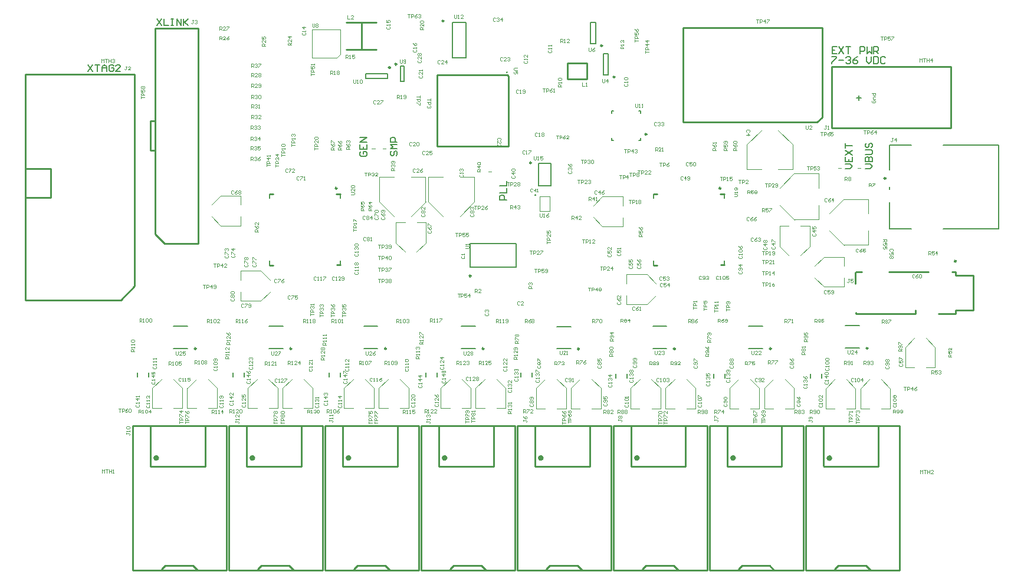
<source format=gto>
%FSLAX24Y24*%
%MOIN*%
G70*
G01*
G75*
%ADD10R,0.0433X0.0394*%
%ADD11R,0.0591X0.1102*%
%ADD12R,0.0394X0.0433*%
%ADD13R,0.0709X0.0256*%
%ADD14R,0.0256X0.0709*%
%ADD15R,0.0256X0.1024*%
%ADD16R,0.1024X0.0256*%
%ADD17R,0.0276X0.0354*%
%ADD18C,0.0394*%
%ADD19R,0.0709X0.0630*%
%ADD20R,0.0354X0.0276*%
%ADD21O,0.0571X0.0098*%
%ADD22R,0.0236X0.0748*%
%ADD23R,0.1220X0.0748*%
%ADD24R,0.0276X0.0394*%
%ADD25R,0.0256X0.0157*%
%ADD26R,0.0591X0.0512*%
%ADD27R,0.0394X0.0276*%
%ADD28R,0.0276X0.0709*%
%ADD29O,0.0748X0.0236*%
%ADD30R,0.0276X0.0177*%
%ADD31R,0.0650X0.0965*%
%ADD32R,0.0177X0.0207*%
%ADD33O,0.0335X0.0118*%
%ADD34O,0.0118X0.0335*%
%ADD35R,0.0984X0.0984*%
%ADD36O,0.0098X0.0256*%
%ADD37O,0.0256X0.0098*%
%ADD38R,0.0276X0.0118*%
%ADD39R,0.0681X0.0728*%
%ADD40O,0.0402X0.0161*%
%ADD41R,0.1102X0.1102*%
%ADD42R,0.0118X0.0118*%
%ADD43R,0.0118X0.0118*%
%ADD44R,0.0866X0.1102*%
%ADD45R,0.1102X0.1102*%
%ADD46R,0.0433X0.0472*%
%ADD47C,0.0080*%
%ADD48C,0.0120*%
%ADD49C,0.0200*%
%ADD50C,0.0250*%
%ADD51C,0.0350*%
%ADD52C,0.0060*%
%ADD53C,0.0500*%
%ADD54C,0.0100*%
%ADD55C,0.0300*%
%ADD56C,0.0705*%
%ADD57C,0.0500*%
%ADD58C,0.1969*%
%ADD59C,0.1299*%
%ADD60C,0.1496*%
%ADD61R,0.0630X0.0630*%
%ADD62C,0.0630*%
%ADD63C,0.0945*%
%ADD64C,0.0200*%
%ADD65C,0.0240*%
%ADD66C,0.0400*%
%ADD67C,0.0260*%
%ADD68C,0.0160*%
%ADD69C,0.0400*%
%ADD70C,0.0750*%
%ADD71C,0.1680*%
%ADD72C,0.0770*%
%ADD73C,0.1581*%
%ADD74C,0.1109*%
%ADD75C,0.1306*%
%ADD76C,0.0762*%
%ADD77C,0.0951*%
%ADD78C,0.1069*%
%ADD79C,0.0520*%
%ADD80C,0.0600*%
%ADD81C,0.0680*%
%ADD82C,0.1778*%
%ADD83C,0.0530*%
%ADD84R,0.2205X0.0827*%
%ADD85R,0.0118X0.0276*%
%ADD86O,0.0138X0.0551*%
%ADD87C,0.0157*%
%ADD88C,0.0098*%
%ADD89C,0.0039*%
%ADD90C,0.0079*%
%ADD91C,0.0020*%
%ADD92C,0.0063*%
%ADD93C,0.0032*%
%ADD94C,0.0059*%
D54*
X25656Y18403D02*
G03*
X25656Y18403I-20J0D01*
G01*
X24043Y25337D02*
G03*
X24043Y25337I-10J0D01*
G01*
X20213Y3078D02*
X23284D01*
X20203Y3088D02*
X20213Y3078D01*
X20203Y3088D02*
Y5356D01*
X23284Y3078D02*
Y5356D01*
X22599Y-2542D02*
X22851Y-2794D01*
X20833Y-2749D02*
X21040Y-2542D01*
X22599D01*
X19207Y-2794D02*
X24486D01*
Y1356D01*
X19207Y-2794D02*
Y1356D01*
X24486D02*
Y5356D01*
X19207D02*
X24486D01*
X19207Y1356D02*
Y5356D01*
X14780Y3078D02*
X17851D01*
X14770Y3088D02*
X14780Y3078D01*
X14770Y3088D02*
Y5356D01*
X17851Y3078D02*
Y5356D01*
X17166Y-2542D02*
X17417Y-2794D01*
X15400Y-2749D02*
X15606Y-2542D01*
X17166D01*
X13774Y-2794D02*
X19053D01*
Y1356D01*
X13774Y-2794D02*
Y1356D01*
X19053D02*
Y5356D01*
X13774D02*
X19053D01*
X13774Y1356D02*
Y5356D01*
X9347Y3078D02*
X12417D01*
X9337Y3088D02*
X9347Y3078D01*
X9337Y3088D02*
Y5356D01*
X12417Y3078D02*
Y5356D01*
X11732Y-2542D02*
X11984Y-2794D01*
X9967Y-2749D02*
X10173Y-2542D01*
X11732D01*
X8341Y-2794D02*
X13620D01*
Y1356D01*
X8341Y-2794D02*
Y1356D01*
X13620D02*
Y5356D01*
X8341D02*
X13620D01*
X8341Y1356D02*
Y5356D01*
X25646Y3078D02*
X28717D01*
X25636Y3088D02*
X25646Y3078D01*
X25636Y3088D02*
Y5356D01*
X28717Y3078D02*
Y5356D01*
X28032Y-2542D02*
X28284Y-2794D01*
X26266Y-2749D02*
X26473Y-2542D01*
X28032D01*
X24640Y-2794D02*
X29919D01*
Y1356D01*
X24640Y-2794D02*
Y1356D01*
X29919D02*
Y5356D01*
X24640D02*
X29919D01*
X24640Y1356D02*
Y5356D01*
X3914Y3078D02*
X6984D01*
X3904Y3088D02*
X3914Y3078D01*
X3904Y3088D02*
Y5356D01*
X6984Y3078D02*
Y5356D01*
X6299Y-2542D02*
X6551Y-2794D01*
X4534Y-2749D02*
X4740Y-2542D01*
X6299D01*
X2908Y-2794D02*
X8187D01*
Y1356D01*
X2908Y-2794D02*
Y1356D01*
X8187D02*
Y5356D01*
X2908D02*
X8187D01*
X2908Y1356D02*
Y5356D01*
X15828Y26632D02*
Y28168D01*
X14982Y26632D02*
X16675D01*
X14982Y28168D02*
X16675D01*
X-3172Y12474D02*
X2222D01*
X2999Y13252D01*
Y25220D01*
X-3172D02*
X2999D01*
X-3172Y12474D02*
Y25220D01*
X-3162Y18252D02*
X-1745D01*
Y19905D01*
X-3162D02*
X-1745D01*
X4713Y15665D02*
X6612D01*
X4181Y16197D02*
X4713Y15665D01*
X4181Y16197D02*
Y27821D01*
X6612D01*
Y15665D02*
Y27821D01*
X3886Y20931D02*
X4181D01*
X3886Y22585D02*
X4181D01*
X3886Y20931D02*
Y22585D01*
X42408Y22182D02*
Y25676D01*
X49140Y22182D02*
Y25676D01*
X42417Y22182D02*
X49150D01*
X42417Y25676D02*
X49130D01*
X27481Y24951D02*
X28554D01*
X27481D02*
Y25856D01*
X28554D01*
Y24951D02*
Y25856D01*
X34012Y22513D02*
X41561D01*
X34012D02*
Y27858D01*
X41856D01*
Y22809D02*
Y27858D01*
X41561Y22513D02*
X41856Y22809D01*
X41551Y22513D02*
X41561D01*
X14441Y14447D02*
X14641D01*
X14413Y18475D02*
X14628D01*
X10627Y14439D02*
X10827D01*
X10641Y18461D02*
X10841D01*
X36134Y14447D02*
X36334D01*
X36106Y18475D02*
X36321D01*
X32320Y14439D02*
X32520D01*
X32334Y18461D02*
X32534D01*
X24120Y25037D02*
Y25135D01*
X24071Y25184D02*
X24120Y25135D01*
X23973Y25184D02*
X24071D01*
X20085D02*
X23973D01*
X20085Y21149D02*
Y25184D01*
Y21149D02*
X24120D01*
Y24850D01*
Y25037D01*
X43747Y13395D02*
Y14043D01*
X43752Y11695D02*
Y11764D01*
X45646Y14050D02*
X47880D01*
X43752Y14052D02*
X44094D01*
X43752Y11690D02*
X47122D01*
X48420D02*
X49406D01*
Y11887D01*
X47121Y11690D02*
Y11887D01*
X49406D02*
X50390D01*
Y13856D01*
X49406D02*
X50390D01*
X49406D02*
Y14051D01*
X49196D02*
X49394D01*
X35506Y1356D02*
Y5356D01*
X40786D01*
Y1356D02*
Y5356D01*
X35506Y-2794D02*
Y1356D01*
X40786Y-2794D02*
Y1356D01*
X35506Y-2794D02*
X40786D01*
X37339Y-2542D02*
X38898D01*
X37132Y-2749D02*
X37339Y-2542D01*
X38898D02*
X39150Y-2794D01*
X39583Y3078D02*
Y5356D01*
X36502Y3088D02*
Y5356D01*
Y3088D02*
X36512Y3078D01*
X39583D01*
X30073Y1356D02*
Y5356D01*
X35353D01*
Y1356D02*
Y5356D01*
X30073Y-2794D02*
Y1356D01*
X35353Y-2794D02*
Y1356D01*
X30073Y-2794D02*
X35353D01*
X31906Y-2542D02*
X33465D01*
X31699Y-2749D02*
X31906Y-2542D01*
X33465D02*
X33717Y-2794D01*
X34150Y3078D02*
Y5356D01*
X31069Y3088D02*
Y5356D01*
Y3088D02*
X31079Y3078D01*
X34150D01*
X40948Y1350D02*
Y5350D01*
X46228D01*
Y1350D02*
Y5350D01*
X40948Y-2800D02*
Y1350D01*
X46228Y-2800D02*
Y1350D01*
X40948Y-2800D02*
X46228D01*
X42781Y-2548D02*
X44340D01*
X42574Y-2754D02*
X42781Y-2548D01*
X44340D02*
X44592Y-2800D01*
X45025Y3072D02*
Y5350D01*
X41944Y3082D02*
Y5350D01*
Y3082D02*
X41954Y3072D01*
X45025D01*
D87*
X20606Y3541D02*
G03*
X20606Y3541I-79J0D01*
G01*
X15173D02*
G03*
X15173Y3541I-79J0D01*
G01*
X9740D02*
G03*
X9740Y3541I-79J0D01*
G01*
X26040D02*
G03*
X26040Y3541I-79J0D01*
G01*
X4307D02*
G03*
X4307Y3541I-79J0D01*
G01*
X36906D02*
G03*
X36906Y3541I-79J0D01*
G01*
X31473D02*
G03*
X31473Y3541I-79J0D01*
G01*
X42348Y3535D02*
G03*
X42348Y3535I-79J0D01*
G01*
D88*
X25429Y20224D02*
G03*
X25429Y20224I-49J0D01*
G01*
X22018Y13836D02*
G03*
X22018Y13836I-49J0D01*
G01*
X17457Y25608D02*
G03*
X17457Y25608I-49J0D01*
G01*
X17821Y25804D02*
G03*
X17821Y25804I-49J0D01*
G01*
X29440Y26850D02*
G03*
X29440Y26850I-49J0D01*
G01*
X30149Y25079D02*
G03*
X30149Y25079I-49J0D01*
G01*
X20479Y28247D02*
G03*
X20479Y28247I-49J0D01*
G01*
X45459Y19348D02*
G03*
X45459Y19348I-49J0D01*
G01*
X14442Y18787D02*
G03*
X14442Y18787I-49J0D01*
G01*
X36135Y18787D02*
G03*
X36135Y18787I-49J0D01*
G01*
X31951Y21838D02*
G03*
X31951Y21838I-49J0D01*
G01*
X6482Y9722D02*
G03*
X6482Y9722I-49J0D01*
G01*
X28134Y9708D02*
G03*
X28134Y9708I-49J0D01*
G01*
X38983Y9723D02*
G03*
X38983Y9723I-49J0D01*
G01*
X33560Y9713D02*
G03*
X33560Y9713I-49J0D01*
G01*
X44444Y9752D02*
G03*
X44444Y9752I-49J0D01*
G01*
X17230Y9722D02*
G03*
X17230Y9722I-49J0D01*
G01*
X11876D02*
G03*
X11876Y9722I-49J0D01*
G01*
X22742D02*
G03*
X22742Y9722I-49J0D01*
G01*
X49333Y14654D02*
G03*
X49332Y14659I48J13D01*
G01*
D89*
X28933Y17809D02*
X29448Y18324D01*
X30587D01*
X28933Y17146D02*
X29445Y16634D01*
Y16631D02*
Y16634D01*
Y16631D02*
X30587D01*
Y17812D02*
Y18324D01*
Y16631D02*
Y17143D01*
X23458Y7999D02*
X23973Y7484D01*
Y6346D02*
Y7484D01*
X22283Y7487D02*
X22795Y7999D01*
X22280Y7487D02*
X22283D01*
X22280Y6346D02*
Y7487D01*
X23461Y6346D02*
X23973D01*
X22280Y6346D02*
X22792D01*
X12552Y7999D02*
X13067Y7484D01*
Y6346D02*
Y7484D01*
X11377Y7487D02*
X11889Y7999D01*
X11374Y7487D02*
X11377D01*
X11374Y6346D02*
Y7487D01*
X12555Y6346D02*
X13067D01*
X11374Y6346D02*
X11886D01*
X21489Y7999D02*
X22004Y7484D01*
Y6346D02*
Y7484D01*
X20314Y7487D02*
X20826Y7999D01*
X20311Y7487D02*
X20314D01*
X20311Y6346D02*
Y7487D01*
X21492Y6346D02*
X22004D01*
X20311Y6346D02*
X20823D01*
X10583Y7999D02*
X11099Y7484D01*
Y6346D02*
Y7484D01*
X9409Y7487D02*
X9921Y7999D01*
X9406Y7487D02*
X9409D01*
X9406Y6346D02*
Y7487D01*
X10587Y6346D02*
X11099D01*
X9406Y6346D02*
X9917D01*
X17985Y7999D02*
X18500Y7484D01*
Y6346D02*
Y7484D01*
X16811Y7487D02*
X17322Y7999D01*
X16807Y7487D02*
X16811D01*
X16807Y6346D02*
Y7487D01*
X17988Y6346D02*
X18500D01*
X16807Y6346D02*
X17319D01*
X7158Y7999D02*
X7673Y7484D01*
Y6346D02*
Y7484D01*
X5984Y7487D02*
X6496Y7999D01*
X5980Y7487D02*
X5984D01*
X5980Y6346D02*
Y7487D01*
X7162Y6346D02*
X7673D01*
X5980D02*
X6492D01*
X16017Y7999D02*
X16532Y7484D01*
Y6346D02*
Y7484D01*
X14842Y7487D02*
X15354Y7999D01*
X14839Y7487D02*
X14842D01*
X14839Y6346D02*
Y7487D01*
X16020Y6346D02*
X16532D01*
X14839Y6346D02*
X15351D01*
X45198Y7990D02*
X45713Y7475D01*
Y6337D02*
Y7475D01*
X44024Y7478D02*
X44535Y7990D01*
X44020Y7478D02*
X44024D01*
X44020Y6337D02*
Y7478D01*
X45201Y6337D02*
X45713D01*
X44020D02*
X44532D01*
X34184Y7996D02*
X34699Y7481D01*
Y6342D02*
Y7481D01*
X33010Y7484D02*
X33522Y7996D01*
X33006Y7484D02*
X33010D01*
X33006Y6342D02*
Y7484D01*
X34188Y6342D02*
X34699D01*
X33006D02*
X33518D01*
X43230Y7990D02*
X43745Y7475D01*
Y6337D02*
Y7475D01*
X42055Y7478D02*
X42567Y7990D01*
X42052Y7478D02*
X42055D01*
X42052Y6337D02*
Y7478D01*
X43233Y6337D02*
X43745D01*
X42052D02*
X42564D01*
X32216Y7996D02*
X32731Y7481D01*
Y6342D02*
Y7481D01*
X31041Y7484D02*
X31553Y7996D01*
X31038Y7484D02*
X31041D01*
X31038Y6342D02*
Y7484D01*
X32219Y6342D02*
X32731D01*
X31038D02*
X31550D01*
X39765Y7996D02*
X40280Y7481D01*
Y6342D02*
Y7481D01*
X38591Y7484D02*
X39103Y7996D01*
X38588Y7484D02*
X38591D01*
X38588Y6342D02*
Y7484D01*
X39769Y6342D02*
X40280D01*
X38588D02*
X39099D01*
X28839Y7996D02*
X29354Y7481D01*
Y6342D02*
Y7481D01*
X27665Y7484D02*
X28177Y7996D01*
X27662Y7484D02*
X27665D01*
X27662Y6342D02*
Y7484D01*
X28843Y6342D02*
X29354D01*
X27662D02*
X28173D01*
X37797Y7996D02*
X38312Y7481D01*
Y6342D02*
Y7481D01*
X36622Y7484D02*
X37134Y7996D01*
X36619Y7484D02*
X36622D01*
X36619Y6342D02*
Y7484D01*
X37800Y6342D02*
X38312D01*
X36619D02*
X37131D01*
X26871Y7996D02*
X27386Y7481D01*
Y6342D02*
Y7481D01*
X25696Y7484D02*
X26208Y7996D01*
X25693Y7484D02*
X25696D01*
X25693Y6342D02*
Y7484D01*
X26874Y6342D02*
X27386D01*
X25693D02*
X26205D01*
X19603Y18019D02*
Y19426D01*
X21384Y17202D02*
X22211Y18029D01*
X22201D02*
X22211D01*
X22201D02*
Y19417D01*
X21384D02*
X22201D01*
X19603Y18019D02*
X20419Y17202D01*
X19603Y19426D02*
X20419D01*
X16847Y18019D02*
Y19426D01*
X18628Y17202D02*
X19455Y18029D01*
X19445D02*
X19455D01*
X19445D02*
Y19417D01*
X18628D02*
X19445D01*
X16847Y18019D02*
X17664Y17202D01*
X16847Y19426D02*
X17664D01*
X7358Y17848D02*
X7874Y18363D01*
X9012D01*
X7358Y17186D02*
X7870Y16674D01*
Y16671D02*
Y16674D01*
Y16671D02*
X9012D01*
Y17852D02*
Y18363D01*
Y16671D02*
Y17182D01*
X17772Y15709D02*
X18287Y15194D01*
X17772Y15709D02*
Y16848D01*
X18950Y15194D02*
X19461Y15706D01*
X19465D01*
Y16848D01*
X17772D02*
X18284D01*
X18953D02*
X19465D01*
X43075Y18179D02*
X44482D01*
X42258Y16398D02*
X43084Y15571D01*
Y15581D01*
X44472D01*
Y16398D01*
X42258Y17362D02*
X43075Y18179D01*
X44482Y17362D02*
Y18179D01*
X40275Y19619D02*
X41683D01*
X39458Y17838D02*
X40285Y17011D01*
Y17021D01*
X41673D01*
Y17838D01*
X39458Y18802D02*
X40275Y19619D01*
X41683Y18802D02*
Y19619D01*
X31952Y12224D02*
X32467Y12739D01*
X30813Y12224D02*
X31952D01*
X31955Y13913D02*
X32467Y13401D01*
X31955Y13913D02*
Y13916D01*
X30813D02*
X31955D01*
X30813Y12224D02*
Y12735D01*
Y13405D02*
Y13916D01*
X41443Y14391D02*
X41958Y14906D01*
X43097D01*
X41443Y13729D02*
X41955Y13217D01*
Y13214D02*
Y13217D01*
Y13214D02*
X43097D01*
Y14395D02*
Y14906D01*
Y13214D02*
Y13725D01*
X47731Y10317D02*
X48246Y9802D01*
Y8663D02*
Y9802D01*
X46557Y9805D02*
X47069Y10317D01*
X46554Y9805D02*
X46557D01*
X46554Y8663D02*
Y9805D01*
X47735Y8663D02*
X48246D01*
X46554D02*
X47065D01*
X39465Y15512D02*
X39980Y14997D01*
X39465Y15512D02*
Y16651D01*
X40643Y14997D02*
X41154Y15509D01*
X41158D01*
Y16651D01*
X39465D02*
X39977D01*
X40646D02*
X41158D01*
X40199Y19848D02*
Y21255D01*
X37591Y21246D02*
X38418Y22072D01*
X37591Y21246D02*
X37601D01*
Y19858D02*
Y21246D01*
Y19858D02*
X38418D01*
X39382Y22072D02*
X40199Y21255D01*
X39382Y19848D02*
X40199D01*
X5190Y7999D02*
X5705Y7484D01*
Y6346D02*
Y7484D01*
X4015Y7487D02*
X4527Y7999D01*
X4012Y7487D02*
X4015D01*
X4012Y6346D02*
Y7487D01*
X5193Y6346D02*
X5705D01*
X4012D02*
X4524D01*
X13042Y26178D02*
X14450D01*
X14637Y26365D01*
Y27772D01*
X13042Y26178D02*
Y27772D01*
X14637D01*
X25892Y18324D02*
X26463D01*
X25902Y17497D02*
X26463D01*
Y18324D01*
X25892Y17497D02*
Y18324D01*
X10142Y12424D02*
X10657Y12939D01*
X9003Y12424D02*
X10142D01*
X10145Y14113D02*
X10657Y13601D01*
X10145Y14113D02*
Y14116D01*
X9003D02*
X10145D01*
X9003Y12424D02*
Y12935D01*
Y13605D02*
Y14116D01*
D90*
X24847Y8114D02*
Y8350D01*
X25477Y8114D02*
Y8350D01*
X25823Y18934D02*
Y20194D01*
X26532Y18934D02*
Y20194D01*
X25823D02*
X26532D01*
X25823Y18934D02*
X26532D01*
X21965Y14328D02*
X24563D01*
Y15667D01*
X21965Y14328D02*
Y15667D01*
X24563D01*
X3165Y8117D02*
Y8354D01*
X3795Y8117D02*
Y8354D01*
X8559Y8117D02*
Y8354D01*
X9189Y8117D02*
Y8354D01*
X13992Y8117D02*
Y8354D01*
X14622Y8117D02*
Y8354D01*
X19465Y8117D02*
Y8354D01*
X20095Y8117D02*
Y8354D01*
X17299Y24997D02*
Y25273D01*
X16079Y24997D02*
Y25273D01*
X17299D01*
X16079Y24997D02*
X17299D01*
X18244Y24820D02*
Y25686D01*
X18047Y24820D02*
Y25686D01*
Y24820D02*
X18244D01*
X18047Y25686D02*
X18244D01*
X28780Y26959D02*
X29056D01*
X28780Y28179D02*
X29056D01*
Y26959D02*
Y28179D01*
X28780Y26959D02*
Y28179D01*
X29489Y25187D02*
X29765D01*
X29489Y26407D02*
X29765D01*
Y25187D02*
Y26407D01*
X29489Y25187D02*
Y26407D01*
X20962Y26178D02*
X21749D01*
X20962Y28147D02*
X21749D01*
Y26178D02*
Y28147D01*
X20962Y26178D02*
Y28147D01*
X48701Y21226D02*
X51843D01*
Y16486D02*
Y21226D01*
X48701Y16486D02*
X51843D01*
X45658D02*
X46890D01*
X45658Y21226D02*
X46890D01*
X45658Y19820D02*
Y21226D01*
Y16486D02*
Y17986D01*
Y18741D02*
Y18875D01*
X30192Y8074D02*
Y8311D01*
X30821Y8074D02*
Y8311D01*
X35743Y8065D02*
Y8301D01*
X36373Y8065D02*
Y8301D01*
X41205Y8069D02*
Y8305D01*
X41835Y8069D02*
Y8305D01*
X10627Y14439D02*
Y14682D01*
X14649Y14453D02*
Y14695D01*
X10641Y18233D02*
Y18461D01*
X14628Y18226D02*
Y18475D01*
X32320Y14439D02*
Y14682D01*
X36342Y14453D02*
Y14695D01*
X32334Y18233D02*
Y18461D01*
X36321Y18226D02*
Y18475D01*
X31607Y21503D02*
Y21621D01*
X31489Y21503D02*
X31607D01*
Y23039D02*
Y23157D01*
X31489D02*
X31607D01*
X29953Y23039D02*
Y23157D01*
X30071D01*
X29953Y21503D02*
Y21621D01*
Y21503D02*
X30071D01*
X5213Y9732D02*
X6000D01*
X5213Y10991D02*
X6000D01*
X26864Y9718D02*
X27652D01*
X26864Y10978D02*
X27652D01*
X37713Y9733D02*
X38501D01*
X37713Y10993D02*
X38501D01*
X32291Y9723D02*
X33078D01*
X32291Y10982D02*
X33078D01*
X43174Y9762D02*
X43961D01*
X43174Y11022D02*
X43961D01*
X15961Y9732D02*
X16748D01*
X15961Y10991D02*
X16748D01*
X10606Y9732D02*
X11394D01*
X10606Y10991D02*
X11394D01*
X21473Y9732D02*
X22260D01*
X21473Y10991D02*
X22260D01*
D91*
X43861Y19917D02*
X44038D01*
X42751Y19926D02*
X42928D01*
X16411Y21016D02*
X16588D01*
X17031D02*
X17208D01*
X22992Y19733D02*
X23169D01*
D92*
X42684Y26781D02*
X42421D01*
Y26388D01*
X42684D01*
X42421Y26585D02*
X42552D01*
X42815Y26781D02*
X43077Y26388D01*
Y26781D02*
X42815Y26388D01*
X43208Y26781D02*
X43471D01*
X43340D01*
Y26388D01*
X43996D02*
Y26781D01*
X44192D01*
X44258Y26716D01*
Y26585D01*
X44192Y26519D01*
X43996D01*
X44389Y26781D02*
Y26388D01*
X44520Y26519D01*
X44652Y26388D01*
Y26781D01*
X44783Y26388D02*
Y26781D01*
X44979D01*
X45045Y26716D01*
Y26585D01*
X44979Y26519D01*
X44783D01*
X44914D02*
X45045Y26388D01*
X42411Y26220D02*
X42674D01*
Y26155D01*
X42411Y25892D01*
Y25827D01*
X42805Y26024D02*
X43067D01*
X43199Y26155D02*
X43264Y26220D01*
X43395D01*
X43461Y26155D01*
Y26089D01*
X43395Y26024D01*
X43330D01*
X43395D01*
X43461Y25958D01*
Y25892D01*
X43395Y25827D01*
X43264D01*
X43199Y25892D01*
X43855Y26220D02*
X43723Y26155D01*
X43592Y26024D01*
Y25892D01*
X43658Y25827D01*
X43789D01*
X43855Y25892D01*
Y25958D01*
X43789Y26024D01*
X43592D01*
X44379Y26220D02*
Y25958D01*
X44510Y25827D01*
X44642Y25958D01*
Y26220D01*
X44773D02*
Y25827D01*
X44970D01*
X45035Y25892D01*
Y26155D01*
X44970Y26220D01*
X44773D01*
X45429Y26155D02*
X45363Y26220D01*
X45232D01*
X45166Y26155D01*
Y25892D01*
X45232Y25827D01*
X45363D01*
X45429Y25892D01*
X44296Y19900D02*
X44559D01*
X44690Y20031D01*
X44559Y20162D01*
X44296D01*
Y20294D02*
X44690D01*
Y20490D01*
X44624Y20556D01*
X44559D01*
X44493Y20490D01*
Y20294D01*
Y20490D01*
X44428Y20556D01*
X44362D01*
X44296Y20490D01*
Y20294D01*
Y20687D02*
X44624D01*
X44690Y20753D01*
Y20884D01*
X44624Y20950D01*
X44296D01*
X44362Y21343D02*
X44296Y21278D01*
Y21146D01*
X44362Y21081D01*
X44428D01*
X44493Y21146D01*
Y21278D01*
X44559Y21343D01*
X44624D01*
X44690Y21278D01*
Y21146D01*
X44624Y21081D01*
X43176Y19890D02*
X43439D01*
X43570Y20021D01*
X43439Y20152D01*
X43176D01*
Y20546D02*
Y20284D01*
X43570D01*
Y20546D01*
X43373Y20284D02*
Y20415D01*
X43176Y20677D02*
X43570Y20940D01*
X43176D02*
X43570Y20677D01*
X43176Y21071D02*
Y21333D01*
Y21202D01*
X43570D01*
X15814Y20873D02*
X15748Y20807D01*
Y20676D01*
X15814Y20610D01*
X16076D01*
X16142Y20676D01*
Y20807D01*
X16076Y20873D01*
X15945D01*
Y20741D01*
X15748Y21266D02*
Y21004D01*
X16142D01*
Y21266D01*
X15945Y21004D02*
Y21135D01*
X16142Y21397D02*
X15748D01*
X16142Y21660D01*
X15748D01*
X17522Y20882D02*
X17456Y20817D01*
Y20686D01*
X17522Y20620D01*
X17588D01*
X17653Y20686D01*
Y20817D01*
X17719Y20882D01*
X17784D01*
X17850Y20817D01*
Y20686D01*
X17784Y20620D01*
X17850Y21014D02*
X17456D01*
X17588Y21145D01*
X17456Y21276D01*
X17850D01*
Y21407D02*
X17456D01*
Y21604D01*
X17522Y21670D01*
X17653D01*
X17719Y21604D01*
Y21407D01*
X24040Y18140D02*
X23647D01*
Y18337D01*
X23712Y18403D01*
X23843D01*
X23909Y18337D01*
Y18140D01*
X23647Y18534D02*
X24040D01*
Y18796D01*
X23647Y18927D02*
X24040D01*
Y19190D01*
X374Y25777D02*
X636Y25384D01*
Y25777D02*
X374Y25384D01*
X768Y25777D02*
X1030D01*
X899D01*
Y25384D01*
X1161D02*
Y25646D01*
X1292Y25777D01*
X1424Y25646D01*
Y25384D01*
Y25581D01*
X1161D01*
X1817Y25712D02*
X1752Y25777D01*
X1620D01*
X1555Y25712D01*
Y25449D01*
X1620Y25384D01*
X1752D01*
X1817Y25449D01*
Y25581D01*
X1686D01*
X2211Y25384D02*
X1948D01*
X2211Y25646D01*
Y25712D01*
X2145Y25777D01*
X2014D01*
X1948Y25712D01*
X4272Y28376D02*
X4534Y27982D01*
Y28376D02*
X4272Y27982D01*
X4665Y28376D02*
Y27982D01*
X4928D01*
X5059Y28376D02*
X5190D01*
X5124D01*
Y27982D01*
X5059D01*
X5190D01*
X5387D02*
Y28376D01*
X5649Y27982D01*
Y28376D01*
X5780D02*
Y27982D01*
Y28113D01*
X6043Y28376D01*
X5846Y28179D01*
X6043Y27982D01*
D93*
X44708Y23773D02*
X44675Y23740D01*
Y23675D01*
X44708Y23642D01*
X44839D01*
X44872Y23675D01*
Y23740D01*
X44839Y23773D01*
X44774D01*
Y23707D01*
X44872Y23839D02*
X44741D01*
Y23937D01*
X44774Y23970D01*
X44872D01*
X44675Y24166D02*
X44872D01*
Y24068D01*
X44839Y24035D01*
X44774D01*
X44741Y24068D01*
Y24166D01*
X2571Y25677D02*
X2506D01*
X2538D01*
Y25513D01*
X2506Y25480D01*
X2473D01*
X2440Y25513D01*
X2768Y25480D02*
X2637D01*
X2768Y25611D01*
Y25644D01*
X2735Y25677D01*
X2670D01*
X2637Y25644D01*
X6320Y28303D02*
X6255D01*
X6288D01*
Y28139D01*
X6255Y28106D01*
X6222D01*
X6189Y28139D01*
X6386Y28270D02*
X6419Y28303D01*
X6484D01*
X6517Y28270D01*
Y28237D01*
X6484Y28205D01*
X6452D01*
X6484D01*
X6517Y28172D01*
Y28139D01*
X6484Y28106D01*
X6419D01*
X6386Y28139D01*
X43310Y9629D02*
Y9465D01*
X43342Y9432D01*
X43408D01*
X43441Y9465D01*
Y9629D01*
X43638Y9432D02*
X43506D01*
X43638Y9563D01*
Y9596D01*
X43605Y9629D01*
X43539D01*
X43506Y9596D01*
X43802Y9432D02*
Y9629D01*
X43703Y9530D01*
X43834D01*
X32406Y9600D02*
Y9436D01*
X32439Y9403D01*
X32504D01*
X32537Y9436D01*
Y9600D01*
X32734Y9403D02*
X32603D01*
X32734Y9534D01*
Y9567D01*
X32701Y9600D01*
X32636D01*
X32603Y9567D01*
X32800D02*
X32832Y9600D01*
X32898D01*
X32931Y9567D01*
Y9534D01*
X32898Y9502D01*
X32865D01*
X32898D01*
X32931Y9469D01*
Y9436D01*
X32898Y9403D01*
X32832D01*
X32800Y9436D01*
X37869Y9600D02*
Y9436D01*
X37902Y9403D01*
X37967D01*
X38000Y9436D01*
Y9600D01*
X38197Y9403D02*
X38066D01*
X38197Y9534D01*
Y9567D01*
X38164Y9600D01*
X38099D01*
X38066Y9567D01*
X38394Y9403D02*
X38263D01*
X38394Y9534D01*
Y9567D01*
X38361Y9600D01*
X38295D01*
X38263Y9567D01*
X27022Y9600D02*
Y9436D01*
X27055Y9403D01*
X27120D01*
X27153Y9436D01*
Y9600D01*
X27350Y9403D02*
X27219D01*
X27350Y9534D01*
Y9567D01*
X27317Y9600D01*
X27251D01*
X27219Y9567D01*
X27415Y9403D02*
X27481D01*
X27448D01*
Y9600D01*
X27415Y9567D01*
X27484Y5515D02*
Y5647D01*
Y5581D01*
X27681D01*
Y5712D02*
X27484D01*
Y5811D01*
X27517Y5843D01*
X27583D01*
X27616Y5811D01*
Y5712D01*
X27484Y6040D02*
X27517Y5975D01*
X27583Y5909D01*
X27648D01*
X27681Y5942D01*
Y6007D01*
X27648Y6040D01*
X27616D01*
X27583Y6007D01*
Y5909D01*
X27517Y6106D02*
X27484Y6139D01*
Y6204D01*
X27517Y6237D01*
X27550D01*
X27583Y6204D01*
X27616Y6237D01*
X27648D01*
X27681Y6204D01*
Y6139D01*
X27648Y6106D01*
X27616D01*
X27583Y6139D01*
X27550Y6106D01*
X27517D01*
X27583Y6139D02*
Y6204D01*
X27170Y5476D02*
Y5607D01*
Y5542D01*
X27366D01*
Y5673D02*
X27170D01*
Y5771D01*
X27202Y5804D01*
X27268D01*
X27301Y5771D01*
Y5673D01*
X27170Y6001D02*
X27202Y5935D01*
X27268Y5870D01*
X27334D01*
X27366Y5902D01*
Y5968D01*
X27334Y6001D01*
X27301D01*
X27268Y5968D01*
Y5870D01*
X27170Y6198D02*
X27202Y6132D01*
X27268Y6066D01*
X27334D01*
X27366Y6099D01*
Y6165D01*
X27334Y6198D01*
X27301D01*
X27268Y6165D01*
Y6066D01*
X45860Y6080D02*
Y6277D01*
X45958D01*
X45991Y6244D01*
Y6178D01*
X45958Y6146D01*
X45860D01*
X45926D02*
X45991Y6080D01*
X46057Y6113D02*
X46090Y6080D01*
X46155D01*
X46188Y6113D01*
Y6244D01*
X46155Y6277D01*
X46090D01*
X46057Y6244D01*
Y6211D01*
X46090Y6178D01*
X46188D01*
X46254Y6113D02*
X46286Y6080D01*
X46352D01*
X46385Y6113D01*
Y6244D01*
X46352Y6277D01*
X46286D01*
X46254Y6244D01*
Y6211D01*
X46286Y6178D01*
X46385D01*
X34837Y6067D02*
Y6263D01*
X34936D01*
X34968Y6231D01*
Y6165D01*
X34936Y6132D01*
X34837D01*
X34903D02*
X34968Y6067D01*
X35034Y6099D02*
X35067Y6067D01*
X35132D01*
X35165Y6099D01*
Y6231D01*
X35132Y6263D01*
X35067D01*
X35034Y6231D01*
Y6198D01*
X35067Y6165D01*
X35165D01*
X35231Y6231D02*
X35264Y6263D01*
X35329D01*
X35362Y6231D01*
Y6198D01*
X35329Y6165D01*
X35362Y6132D01*
Y6099D01*
X35329Y6067D01*
X35264D01*
X35231Y6099D01*
Y6132D01*
X35264Y6165D01*
X35231Y6198D01*
Y6231D01*
X35264Y6165D02*
X35329D01*
X44197Y8817D02*
Y9014D01*
X44296D01*
X44329Y8981D01*
Y8915D01*
X44296Y8883D01*
X44197D01*
X44263D02*
X44329Y8817D01*
X44394Y8850D02*
X44427Y8817D01*
X44493D01*
X44525Y8850D01*
Y8981D01*
X44493Y9014D01*
X44427D01*
X44394Y8981D01*
Y8948D01*
X44427Y8915D01*
X44525D01*
X44591Y8981D02*
X44624Y9014D01*
X44689D01*
X44722Y8981D01*
Y8948D01*
X44689Y8915D01*
X44657D01*
X44689D01*
X44722Y8883D01*
Y8850D01*
X44689Y8817D01*
X44624D01*
X44591Y8850D01*
X33312Y8813D02*
Y9009D01*
X33410D01*
X33443Y8977D01*
Y8911D01*
X33410Y8878D01*
X33312D01*
X33377D02*
X33443Y8813D01*
X33508Y8845D02*
X33541Y8813D01*
X33607D01*
X33640Y8845D01*
Y8977D01*
X33607Y9009D01*
X33541D01*
X33508Y8977D01*
Y8944D01*
X33541Y8911D01*
X33640D01*
X33836Y8813D02*
X33705D01*
X33836Y8944D01*
Y8977D01*
X33804Y9009D01*
X33738D01*
X33705Y8977D01*
X43095Y8817D02*
Y9014D01*
X43194D01*
X43226Y8981D01*
Y8915D01*
X43194Y8883D01*
X43095D01*
X43161D02*
X43226Y8817D01*
X43292Y8850D02*
X43325Y8817D01*
X43390D01*
X43423Y8850D01*
Y8981D01*
X43390Y9014D01*
X43325D01*
X43292Y8981D01*
Y8948D01*
X43325Y8915D01*
X43423D01*
X43489Y8817D02*
X43554D01*
X43521D01*
Y9014D01*
X43489Y8981D01*
X41166Y6061D02*
Y6258D01*
X41264D01*
X41297Y6225D01*
Y6159D01*
X41264Y6127D01*
X41166D01*
X41232D02*
X41297Y6061D01*
X41363Y6094D02*
X41396Y6061D01*
X41461D01*
X41494Y6094D01*
Y6225D01*
X41461Y6258D01*
X41396D01*
X41363Y6225D01*
Y6192D01*
X41396Y6159D01*
X41494D01*
X41560Y6225D02*
X41592Y6258D01*
X41658D01*
X41691Y6225D01*
Y6094D01*
X41658Y6061D01*
X41592D01*
X41560Y6094D01*
Y6225D01*
X32091Y8813D02*
Y9009D01*
X32189D01*
X32222Y8977D01*
Y8911D01*
X32189Y8878D01*
X32091D01*
X32157D02*
X32222Y8813D01*
X32288Y8977D02*
X32321Y9009D01*
X32386D01*
X32419Y8977D01*
Y8944D01*
X32386Y8911D01*
X32419Y8878D01*
Y8845D01*
X32386Y8813D01*
X32321D01*
X32288Y8845D01*
Y8878D01*
X32321Y8911D01*
X32288Y8944D01*
Y8977D01*
X32321Y8911D02*
X32386D01*
X32485Y8845D02*
X32517Y8813D01*
X32583D01*
X32616Y8845D01*
Y8977D01*
X32583Y9009D01*
X32517D01*
X32485Y8977D01*
Y8944D01*
X32517Y8911D01*
X32616D01*
X30310Y6067D02*
Y6263D01*
X30408D01*
X30441Y6231D01*
Y6165D01*
X30408Y6132D01*
X30310D01*
X30375D02*
X30441Y6067D01*
X30506Y6231D02*
X30539Y6263D01*
X30605D01*
X30638Y6231D01*
Y6198D01*
X30605Y6165D01*
X30638Y6132D01*
Y6099D01*
X30605Y6067D01*
X30539D01*
X30506Y6099D01*
Y6132D01*
X30539Y6165D01*
X30506Y6198D01*
Y6231D01*
X30539Y6165D02*
X30605D01*
X30703Y6231D02*
X30736Y6263D01*
X30802D01*
X30834Y6231D01*
Y6198D01*
X30802Y6165D01*
X30834Y6132D01*
Y6099D01*
X30802Y6067D01*
X30736D01*
X30703Y6099D01*
Y6132D01*
X30736Y6165D01*
X30703Y6198D01*
Y6231D01*
X30736Y6165D02*
X30802D01*
X40300Y6067D02*
Y6263D01*
X40399D01*
X40431Y6231D01*
Y6165D01*
X40399Y6132D01*
X40300D01*
X40366D02*
X40431Y6067D01*
X40497Y6231D02*
X40530Y6263D01*
X40595D01*
X40628Y6231D01*
Y6198D01*
X40595Y6165D01*
X40628Y6132D01*
Y6099D01*
X40595Y6067D01*
X40530D01*
X40497Y6099D01*
Y6132D01*
X40530Y6165D01*
X40497Y6198D01*
Y6231D01*
X40530Y6165D02*
X40595D01*
X40694Y6231D02*
X40727Y6263D01*
X40792D01*
X40825Y6231D01*
Y6198D01*
X40792Y6165D01*
X40759D01*
X40792D01*
X40825Y6132D01*
Y6099D01*
X40792Y6067D01*
X40727D01*
X40694Y6099D01*
X29492Y6067D02*
Y6263D01*
X29591D01*
X29623Y6231D01*
Y6165D01*
X29591Y6132D01*
X29492D01*
X29558D02*
X29623Y6067D01*
X29689Y6231D02*
X29722Y6263D01*
X29787D01*
X29820Y6231D01*
Y6198D01*
X29787Y6165D01*
X29820Y6132D01*
Y6099D01*
X29787Y6067D01*
X29722D01*
X29689Y6099D01*
Y6132D01*
X29722Y6165D01*
X29689Y6198D01*
Y6231D01*
X29722Y6165D02*
X29787D01*
X30017Y6067D02*
X29886D01*
X30017Y6198D01*
Y6231D01*
X29984Y6263D01*
X29919D01*
X29886Y6231D01*
X30030Y9290D02*
X29833D01*
Y9388D01*
X29866Y9421D01*
X29932D01*
X29964Y9388D01*
Y9290D01*
Y9356D02*
X30030Y9421D01*
X29866Y9487D02*
X29833Y9520D01*
Y9585D01*
X29866Y9618D01*
X29899D01*
X29932Y9585D01*
X29964Y9618D01*
X29997D01*
X30030Y9585D01*
Y9520D01*
X29997Y9487D01*
X29964D01*
X29932Y9520D01*
X29899Y9487D01*
X29866D01*
X29932Y9520D02*
Y9585D01*
X29866Y9684D02*
X29833Y9716D01*
Y9782D01*
X29866Y9815D01*
X29997D01*
X30030Y9782D01*
Y9716D01*
X29997Y9684D01*
X29866D01*
X24690Y10020D02*
X24493D01*
Y10118D01*
X24526Y10151D01*
X24592D01*
X24624Y10118D01*
Y10020D01*
Y10086D02*
X24690Y10151D01*
X24493Y10217D02*
Y10348D01*
X24526D01*
X24657Y10217D01*
X24690D01*
X24526Y10414D02*
X24493Y10446D01*
Y10512D01*
X24526Y10545D01*
X24559D01*
X24592Y10512D01*
X24624Y10545D01*
X24657D01*
X24690Y10512D01*
Y10446D01*
X24657Y10414D01*
X24624D01*
X24592Y10446D01*
X24559Y10414D01*
X24526D01*
X24592Y10446D02*
Y10512D01*
X38814Y8852D02*
Y9049D01*
X38912D01*
X38945Y9016D01*
Y8950D01*
X38912Y8918D01*
X38814D01*
X38880D02*
X38945Y8852D01*
X39011Y9049D02*
X39142D01*
Y9016D01*
X39011Y8885D01*
Y8852D01*
X39208Y9049D02*
X39339D01*
Y9016D01*
X39208Y8885D01*
Y8852D01*
X27967D02*
Y9049D01*
X28065D01*
X28098Y9016D01*
Y8950D01*
X28065Y8918D01*
X27967D01*
X28032D02*
X28098Y8852D01*
X28163Y9049D02*
X28295D01*
Y9016D01*
X28163Y8885D01*
Y8852D01*
X28491Y9049D02*
X28426Y9016D01*
X28360Y8950D01*
Y8885D01*
X28393Y8852D01*
X28459D01*
X28491Y8885D01*
Y8918D01*
X28459Y8950D01*
X28360D01*
X37515Y8813D02*
Y9009D01*
X37613D01*
X37646Y8977D01*
Y8911D01*
X37613Y8878D01*
X37515D01*
X37580D02*
X37646Y8813D01*
X37712Y9009D02*
X37843D01*
Y8977D01*
X37712Y8845D01*
Y8813D01*
X38039Y9009D02*
X37908D01*
Y8911D01*
X37974Y8944D01*
X38007D01*
X38039Y8911D01*
Y8845D01*
X38007Y8813D01*
X37941D01*
X37908Y8845D01*
X35773Y6067D02*
Y6263D01*
X35871D01*
X35904Y6231D01*
Y6165D01*
X35871Y6132D01*
X35773D01*
X35838D02*
X35904Y6067D01*
X35969Y6263D02*
X36101D01*
Y6231D01*
X35969Y6099D01*
Y6067D01*
X36265D02*
Y6263D01*
X36166Y6165D01*
X36297D01*
X26746Y8813D02*
Y9009D01*
X26845D01*
X26877Y8977D01*
Y8911D01*
X26845Y8878D01*
X26746D01*
X26812D02*
X26877Y8813D01*
X26943Y9009D02*
X27074D01*
Y8977D01*
X26943Y8845D01*
Y8813D01*
X27140Y8977D02*
X27173Y9009D01*
X27238D01*
X27271Y8977D01*
Y8944D01*
X27238Y8911D01*
X27205D01*
X27238D01*
X27271Y8878D01*
Y8845D01*
X27238Y8813D01*
X27173D01*
X27140Y8845D01*
X24965Y6106D02*
Y6303D01*
X25063D01*
X25096Y6270D01*
Y6204D01*
X25063Y6172D01*
X24965D01*
X25030D02*
X25096Y6106D01*
X25162Y6303D02*
X25293D01*
Y6270D01*
X25162Y6139D01*
Y6106D01*
X25489D02*
X25358D01*
X25489Y6237D01*
Y6270D01*
X25457Y6303D01*
X25391D01*
X25358Y6270D01*
X28862Y11185D02*
Y11382D01*
X28961D01*
X28994Y11349D01*
Y11283D01*
X28961Y11250D01*
X28862D01*
X28928D02*
X28994Y11185D01*
X29059Y11382D02*
X29190D01*
Y11349D01*
X29059Y11218D01*
Y11185D01*
X29256Y11349D02*
X29289Y11382D01*
X29354D01*
X29387Y11349D01*
Y11218D01*
X29354Y11185D01*
X29289D01*
X29256Y11218D01*
Y11349D01*
X25056Y11212D02*
Y11409D01*
X25154D01*
X25187Y11376D01*
Y11311D01*
X25154Y11278D01*
X25056D01*
X25121D02*
X25187Y11212D01*
X25384Y11409D02*
X25318Y11376D01*
X25252Y11311D01*
Y11245D01*
X25285Y11212D01*
X25351D01*
X25384Y11245D01*
Y11278D01*
X25351Y11311D01*
X25252D01*
X25449Y11376D02*
X25482Y11409D01*
X25548D01*
X25580Y11376D01*
Y11343D01*
X25548Y11311D01*
X25580Y11278D01*
Y11245D01*
X25548Y11212D01*
X25482D01*
X25449Y11245D01*
Y11278D01*
X25482Y11311D01*
X25449Y11343D01*
Y11376D01*
X25482Y11311D02*
X25548D01*
X41113Y5681D02*
Y5616D01*
Y5648D01*
X41277D01*
X41310Y5616D01*
Y5583D01*
X41277Y5550D01*
Y5747D02*
X41310Y5780D01*
Y5845D01*
X41277Y5878D01*
X41146D01*
X41113Y5845D01*
Y5780D01*
X41146Y5747D01*
X41179D01*
X41212Y5780D01*
Y5878D01*
X30343Y5721D02*
Y5656D01*
Y5688D01*
X30507D01*
X30540Y5656D01*
Y5623D01*
X30507Y5590D01*
X30376Y5787D02*
X30343Y5820D01*
Y5885D01*
X30376Y5918D01*
X30409D01*
X30442Y5885D01*
X30474Y5918D01*
X30507D01*
X30540Y5885D01*
Y5820D01*
X30507Y5787D01*
X30474D01*
X30442Y5820D01*
X30409Y5787D01*
X30376D01*
X30442Y5820D02*
Y5885D01*
X35773Y5731D02*
Y5666D01*
Y5698D01*
X35937D01*
X35970Y5666D01*
Y5633D01*
X35937Y5600D01*
X35773Y5797D02*
Y5928D01*
X35806D01*
X35937Y5797D01*
X35970D01*
X24963Y5691D02*
Y5626D01*
Y5658D01*
X25127D01*
X25160Y5626D01*
Y5593D01*
X25127Y5560D01*
X24963Y5888D02*
X24996Y5822D01*
X25062Y5757D01*
X25127D01*
X25160Y5790D01*
Y5855D01*
X25127Y5888D01*
X25094D01*
X25062Y5855D01*
Y5757D01*
X43401Y13667D02*
X43336D01*
X43368D01*
Y13503D01*
X43336Y13470D01*
X43303D01*
X43270Y13503D01*
X43598Y13667D02*
X43467D01*
Y13568D01*
X43532Y13601D01*
X43565D01*
X43598Y13568D01*
Y13503D01*
X43565Y13470D01*
X43500D01*
X43467Y13503D01*
X45884Y6547D02*
X45851Y6514D01*
Y6448D01*
X45884Y6415D01*
X46015D01*
X46048Y6448D01*
Y6514D01*
X46015Y6547D01*
X46048Y6612D02*
Y6678D01*
Y6645D01*
X45851D01*
X45884Y6612D01*
Y6776D02*
X45851Y6809D01*
Y6875D01*
X45884Y6907D01*
X46015D01*
X46048Y6875D01*
Y6809D01*
X46015Y6776D01*
X45884D01*
Y6973D02*
X45851Y7006D01*
Y7071D01*
X45884Y7104D01*
X45917D01*
X45949Y7071D01*
X45982Y7104D01*
X46015D01*
X46048Y7071D01*
Y7006D01*
X46015Y6973D01*
X45982D01*
X45949Y7006D01*
X45917Y6973D01*
X45884D01*
X45949Y7006D02*
Y7071D01*
X34870Y6552D02*
X34837Y6519D01*
Y6454D01*
X34870Y6421D01*
X35001D01*
X35034Y6454D01*
Y6519D01*
X35001Y6552D01*
X35034Y6618D02*
Y6683D01*
Y6651D01*
X34837D01*
X34870Y6618D01*
Y6782D02*
X34837Y6815D01*
Y6880D01*
X34870Y6913D01*
X35001D01*
X35034Y6880D01*
Y6815D01*
X35001Y6782D01*
X34870D01*
X34837Y6979D02*
Y7110D01*
X34870D01*
X35001Y6979D01*
X35034D01*
X43620Y8036D02*
X43587Y8069D01*
X43522D01*
X43489Y8036D01*
Y7905D01*
X43522Y7872D01*
X43587D01*
X43620Y7905D01*
X43686Y7872D02*
X43751D01*
X43718D01*
Y8069D01*
X43686Y8036D01*
X43850D02*
X43882Y8069D01*
X43948D01*
X43981Y8036D01*
Y7905D01*
X43948Y7872D01*
X43882D01*
X43850Y7905D01*
Y8036D01*
X44145Y7872D02*
Y8069D01*
X44046Y7970D01*
X44178D01*
X32646Y8042D02*
X32613Y8074D01*
X32547D01*
X32514Y8042D01*
Y7910D01*
X32547Y7878D01*
X32613D01*
X32646Y7910D01*
X32711Y7878D02*
X32777D01*
X32744D01*
Y8074D01*
X32711Y8042D01*
X32875D02*
X32908Y8074D01*
X32973D01*
X33006Y8042D01*
Y7910D01*
X32973Y7878D01*
X32908D01*
X32875Y7910D01*
Y8042D01*
X33072D02*
X33105Y8074D01*
X33170D01*
X33203Y8042D01*
Y8009D01*
X33170Y7976D01*
X33137D01*
X33170D01*
X33203Y7943D01*
Y7910D01*
X33170Y7878D01*
X33105D01*
X33072Y7910D01*
X41711Y6547D02*
X41678Y6514D01*
Y6448D01*
X41711Y6415D01*
X41842D01*
X41875Y6448D01*
Y6514D01*
X41842Y6547D01*
X41875Y6612D02*
Y6678D01*
Y6645D01*
X41678D01*
X41711Y6612D01*
Y6776D02*
X41678Y6809D01*
Y6875D01*
X41711Y6907D01*
X41842D01*
X41875Y6875D01*
Y6809D01*
X41842Y6776D01*
X41711D01*
X41875Y7104D02*
Y6973D01*
X41743Y7104D01*
X41711D01*
X41678Y7071D01*
Y7006D01*
X41711Y6973D01*
X30736Y6552D02*
X30703Y6519D01*
Y6454D01*
X30736Y6421D01*
X30867D01*
X30900Y6454D01*
Y6519D01*
X30867Y6552D01*
X30900Y6618D02*
Y6683D01*
Y6651D01*
X30703D01*
X30736Y6618D01*
Y6782D02*
X30703Y6815D01*
Y6880D01*
X30736Y6913D01*
X30867D01*
X30900Y6880D01*
Y6815D01*
X30867Y6782D01*
X30736D01*
X30900Y6979D02*
Y7044D01*
Y7011D01*
X30703D01*
X30736Y6979D01*
X40451Y6592D02*
X40418Y6559D01*
Y6493D01*
X40451Y6460D01*
X40582D01*
X40615Y6493D01*
Y6559D01*
X40582Y6592D01*
Y6657D02*
X40615Y6690D01*
Y6755D01*
X40582Y6788D01*
X40451D01*
X40418Y6755D01*
Y6690D01*
X40451Y6657D01*
X40484D01*
X40517Y6690D01*
Y6788D01*
X40418Y6985D02*
X40451Y6919D01*
X40517Y6854D01*
X40582D01*
X40615Y6887D01*
Y6952D01*
X40582Y6985D01*
X40550D01*
X40517Y6952D01*
Y6854D01*
X29525Y6631D02*
X29492Y6598D01*
Y6532D01*
X29525Y6500D01*
X29656D01*
X29689Y6532D01*
Y6598D01*
X29656Y6631D01*
Y6696D02*
X29689Y6729D01*
Y6795D01*
X29656Y6828D01*
X29525D01*
X29492Y6795D01*
Y6729D01*
X29525Y6696D01*
X29558D01*
X29591Y6729D01*
Y6828D01*
X29492Y7024D02*
Y6893D01*
X29591D01*
X29558Y6959D01*
Y6992D01*
X29591Y7024D01*
X29656D01*
X29689Y6992D01*
Y6926D01*
X29656Y6893D01*
X38187Y8042D02*
X38154Y8074D01*
X38089D01*
X38056Y8042D01*
Y7910D01*
X38089Y7878D01*
X38154D01*
X38187Y7910D01*
X38253D02*
X38286Y7878D01*
X38351D01*
X38384Y7910D01*
Y8042D01*
X38351Y8074D01*
X38286D01*
X38253Y8042D01*
Y8009D01*
X38286Y7976D01*
X38384D01*
X38581Y7878D02*
X38450D01*
X38581Y8009D01*
Y8042D01*
X38548Y8074D01*
X38482D01*
X38450Y8042D01*
X27458D02*
X27425Y8074D01*
X27360D01*
X27327Y8042D01*
Y7910D01*
X27360Y7878D01*
X27425D01*
X27458Y7910D01*
X27524D02*
X27557Y7878D01*
X27622D01*
X27655Y7910D01*
Y8042D01*
X27622Y8074D01*
X27557D01*
X27524Y8042D01*
Y8009D01*
X27557Y7976D01*
X27655D01*
X27720Y7878D02*
X27786D01*
X27753D01*
Y8074D01*
X27720Y8042D01*
X36317Y6592D02*
X36284Y6559D01*
Y6493D01*
X36317Y6460D01*
X36448D01*
X36481Y6493D01*
Y6559D01*
X36448Y6592D01*
Y6657D02*
X36481Y6690D01*
Y6755D01*
X36448Y6788D01*
X36317D01*
X36284Y6755D01*
Y6690D01*
X36317Y6657D01*
X36350D01*
X36383Y6690D01*
Y6788D01*
X36317Y6854D02*
X36284Y6887D01*
Y6952D01*
X36317Y6985D01*
X36448D01*
X36481Y6952D01*
Y6887D01*
X36448Y6854D01*
X36317D01*
X25376Y6601D02*
X25343Y6568D01*
Y6503D01*
X25376Y6470D01*
X25507D01*
X25540Y6503D01*
Y6568D01*
X25507Y6601D01*
X25376Y6667D02*
X25343Y6700D01*
Y6765D01*
X25376Y6798D01*
X25409D01*
X25442Y6765D01*
X25474Y6798D01*
X25507D01*
X25540Y6765D01*
Y6700D01*
X25507Y6667D01*
X25474D01*
X25442Y6700D01*
X25409Y6667D01*
X25376D01*
X25442Y6700D02*
Y6765D01*
X25507Y6864D02*
X25540Y6896D01*
Y6962D01*
X25507Y6995D01*
X25376D01*
X25343Y6962D01*
Y6896D01*
X25376Y6864D01*
X25409D01*
X25442Y6896D01*
Y6995D01*
X25785Y8757D02*
X25752Y8724D01*
Y8658D01*
X25785Y8626D01*
X25916D01*
X25949Y8658D01*
Y8724D01*
X25916Y8757D01*
X25785Y8822D02*
X25752Y8855D01*
Y8921D01*
X25785Y8954D01*
X25818D01*
X25851Y8921D01*
X25883Y8954D01*
X25916D01*
X25949Y8921D01*
Y8855D01*
X25916Y8822D01*
X25883D01*
X25851Y8855D01*
X25818Y8822D01*
X25785D01*
X25851Y8855D02*
Y8921D01*
X25752Y9019D02*
Y9150D01*
X25785D01*
X25916Y9019D01*
X25949D01*
X29210Y8757D02*
X29177Y8724D01*
Y8658D01*
X29210Y8626D01*
X29341D01*
X29374Y8658D01*
Y8724D01*
X29341Y8757D01*
X29210Y8822D02*
X29177Y8855D01*
Y8921D01*
X29210Y8954D01*
X29243D01*
X29276Y8921D01*
X29309Y8954D01*
X29341D01*
X29374Y8921D01*
Y8855D01*
X29341Y8822D01*
X29309D01*
X29276Y8855D01*
X29243Y8822D01*
X29210D01*
X29276Y8855D02*
Y8921D01*
X29177Y9150D02*
Y9019D01*
X29276D01*
X29243Y9085D01*
Y9118D01*
X29276Y9150D01*
X29341D01*
X29374Y9118D01*
Y9052D01*
X29341Y9019D01*
X24506Y8021D02*
X24473Y7988D01*
Y7923D01*
X24506Y7890D01*
X24637D01*
X24670Y7923D01*
Y7988D01*
X24637Y8021D01*
X24670Y8087D02*
Y8152D01*
Y8120D01*
X24473D01*
X24506Y8087D01*
Y8251D02*
X24473Y8284D01*
Y8349D01*
X24506Y8382D01*
X24539D01*
X24572Y8349D01*
Y8316D01*
Y8349D01*
X24604Y8382D01*
X24637D01*
X24670Y8349D01*
Y8284D01*
X24637Y8251D01*
X24506Y8448D02*
X24473Y8480D01*
Y8546D01*
X24506Y8579D01*
X24539D01*
X24572Y8546D01*
Y8513D01*
Y8546D01*
X24604Y8579D01*
X24637D01*
X24670Y8546D01*
Y8480D01*
X24637Y8448D01*
X25706Y7969D02*
X25673Y7937D01*
Y7871D01*
X25706Y7838D01*
X25837D01*
X25870Y7871D01*
Y7937D01*
X25837Y7969D01*
X25870Y8035D02*
Y8101D01*
Y8068D01*
X25673D01*
X25706Y8035D01*
Y8199D02*
X25673Y8232D01*
Y8297D01*
X25706Y8330D01*
X25739D01*
X25772Y8297D01*
Y8265D01*
Y8297D01*
X25805Y8330D01*
X25837D01*
X25870Y8297D01*
Y8232D01*
X25837Y8199D01*
X25673Y8396D02*
Y8527D01*
X25706D01*
X25837Y8396D01*
X25870D01*
X21486Y14971D02*
X21453Y14938D01*
Y14873D01*
X21486Y14840D01*
X21617D01*
X21650Y14873D01*
Y14938D01*
X21617Y14971D01*
X21650Y15037D02*
Y15102D01*
Y15069D01*
X21453D01*
X21486Y15037D01*
X24773Y12366D02*
X24740Y12399D01*
X24675D01*
X24642Y12366D01*
Y12235D01*
X24675Y12202D01*
X24740D01*
X24773Y12235D01*
X24970Y12202D02*
X24839D01*
X24970Y12333D01*
Y12366D01*
X24937Y12399D01*
X24871D01*
X24839Y12366D01*
X22824Y11743D02*
X22792Y11710D01*
Y11644D01*
X22824Y11611D01*
X22956D01*
X22988Y11644D01*
Y11710D01*
X22956Y11743D01*
X22824Y11808D02*
X22792Y11841D01*
Y11907D01*
X22824Y11939D01*
X22857D01*
X22890Y11907D01*
Y11874D01*
Y11907D01*
X22923Y11939D01*
X22956D01*
X22988Y11907D01*
Y11841D01*
X22956Y11808D01*
X37734Y21959D02*
X37767Y21992D01*
Y22057D01*
X37734Y22090D01*
X37603D01*
X37570Y22057D01*
Y21992D01*
X37603Y21959D01*
X37570Y21795D02*
X37767D01*
X37668Y21893D01*
Y21762D01*
X30706Y24701D02*
X30673Y24668D01*
Y24603D01*
X30706Y24570D01*
X30837D01*
X30870Y24603D01*
Y24668D01*
X30837Y24701D01*
X30870Y24767D02*
Y24832D01*
Y24800D01*
X30673D01*
X30706Y24767D01*
Y24931D02*
X30673Y24964D01*
Y25029D01*
X30706Y25062D01*
X30837D01*
X30870Y25029D01*
Y24964D01*
X30837Y24931D01*
X30706D01*
X26392Y26598D02*
X26359Y26565D01*
Y26499D01*
X26392Y26466D01*
X26523D01*
X26556Y26499D01*
Y26565D01*
X26523Y26598D01*
X26556Y26663D02*
Y26729D01*
Y26696D01*
X26359D01*
X26392Y26663D01*
X26556Y26827D02*
Y26893D01*
Y26860D01*
X26359D01*
X26392Y26827D01*
X25046Y25981D02*
X25013Y25948D01*
Y25883D01*
X25046Y25850D01*
X25177D01*
X25210Y25883D01*
Y25948D01*
X25177Y25981D01*
X25210Y26047D02*
Y26112D01*
Y26080D01*
X25013D01*
X25046Y26047D01*
X25210Y26342D02*
Y26211D01*
X25079Y26342D01*
X25046D01*
X25013Y26309D01*
Y26244D01*
X25046Y26211D01*
X12505Y27580D02*
X12472Y27548D01*
Y27482D01*
X12505Y27449D01*
X12636D01*
X12669Y27482D01*
Y27548D01*
X12636Y27580D01*
X12669Y27646D02*
Y27712D01*
Y27679D01*
X12472D01*
X12505Y27646D01*
X12669Y27908D02*
X12472D01*
X12571Y27810D01*
Y27941D01*
X17273Y27924D02*
X17240Y27891D01*
Y27825D01*
X17273Y27793D01*
X17404D01*
X17437Y27825D01*
Y27891D01*
X17404Y27924D01*
X17437Y27989D02*
Y28055D01*
Y28022D01*
X17240D01*
X17273Y27989D01*
X17240Y28285D02*
Y28153D01*
X17339D01*
X17306Y28219D01*
Y28252D01*
X17339Y28285D01*
X17404D01*
X17437Y28252D01*
Y28186D01*
X17404Y28153D01*
X18756Y26641D02*
X18723Y26608D01*
Y26543D01*
X18756Y26510D01*
X18887D01*
X18920Y26543D01*
Y26608D01*
X18887Y26641D01*
X18920Y26707D02*
Y26772D01*
Y26740D01*
X18723D01*
X18756Y26707D01*
X18723Y27002D02*
X18756Y26936D01*
X18822Y26871D01*
X18887D01*
X18920Y26904D01*
Y26969D01*
X18887Y27002D01*
X18854D01*
X18822Y26969D01*
Y26871D01*
X25051Y20884D02*
X25018Y20917D01*
X24953D01*
X24920Y20884D01*
Y20753D01*
X24953Y20720D01*
X25018D01*
X25051Y20753D01*
X25117Y20720D02*
X25182D01*
X25150D01*
Y20917D01*
X25117Y20884D01*
X25281Y20917D02*
X25412D01*
Y20884D01*
X25281Y20753D01*
Y20720D01*
X25761Y21894D02*
X25728Y21927D01*
X25663D01*
X25630Y21894D01*
Y21763D01*
X25663Y21730D01*
X25728D01*
X25761Y21763D01*
X25827Y21730D02*
X25892D01*
X25860D01*
Y21927D01*
X25827Y21894D01*
X25991D02*
X26024Y21927D01*
X26089D01*
X26122Y21894D01*
Y21861D01*
X26089Y21828D01*
X26122Y21796D01*
Y21763D01*
X26089Y21730D01*
X26024D01*
X25991Y21763D01*
Y21796D01*
X26024Y21828D01*
X25991Y21861D01*
Y21894D01*
X26024Y21828D02*
X26089D01*
X24694Y24335D02*
X24662Y24367D01*
X24596D01*
X24563Y24335D01*
Y24203D01*
X24596Y24171D01*
X24662D01*
X24694Y24203D01*
X24760Y24171D02*
X24826D01*
X24793D01*
Y24367D01*
X24760Y24335D01*
X24924Y24203D02*
X24957Y24171D01*
X25022D01*
X25055Y24203D01*
Y24335D01*
X25022Y24367D01*
X24957D01*
X24924Y24335D01*
Y24302D01*
X24957Y24269D01*
X25055D01*
X18661Y21364D02*
X18628Y21397D01*
X18563D01*
X18530Y21364D01*
Y21233D01*
X18563Y21200D01*
X18628D01*
X18661Y21233D01*
X18858Y21200D02*
X18727D01*
X18858Y21331D01*
Y21364D01*
X18825Y21397D01*
X18760D01*
X18727Y21364D01*
X18924D02*
X18956Y21397D01*
X19022D01*
X19055Y21364D01*
Y21233D01*
X19022Y21200D01*
X18956D01*
X18924Y21233D01*
Y21364D01*
X19106Y25171D02*
X19073Y25138D01*
Y25073D01*
X19106Y25040D01*
X19237D01*
X19270Y25073D01*
Y25138D01*
X19237Y25171D01*
X19270Y25368D02*
Y25237D01*
X19139Y25368D01*
X19106D01*
X19073Y25335D01*
Y25270D01*
X19106Y25237D01*
X19270Y25434D02*
Y25499D01*
Y25466D01*
X19073D01*
X19106Y25434D01*
X23675Y21511D02*
X23708Y21544D01*
Y21610D01*
X23675Y21642D01*
X23544D01*
X23511Y21610D01*
Y21544D01*
X23544Y21511D01*
X23511Y21314D02*
Y21446D01*
X23642Y21314D01*
X23675D01*
X23708Y21347D01*
Y21413D01*
X23675Y21446D01*
X23511Y21118D02*
Y21249D01*
X23642Y21118D01*
X23675D01*
X23708Y21150D01*
Y21216D01*
X23675Y21249D01*
X23801Y26154D02*
X23768Y26187D01*
X23703D01*
X23670Y26154D01*
Y26023D01*
X23703Y25990D01*
X23768D01*
X23801Y26023D01*
X23998Y25990D02*
X23867D01*
X23998Y26121D01*
Y26154D01*
X23965Y26187D01*
X23900D01*
X23867Y26154D01*
X24064D02*
X24096Y26187D01*
X24162D01*
X24195Y26154D01*
Y26121D01*
X24162Y26088D01*
X24129D01*
X24162D01*
X24195Y26056D01*
Y26023D01*
X24162Y25990D01*
X24096D01*
X24064Y26023D01*
X20261Y25984D02*
X20228Y26017D01*
X20163D01*
X20130Y25984D01*
Y25853D01*
X20163Y25820D01*
X20228D01*
X20261Y25853D01*
X20458Y25820D02*
X20327D01*
X20458Y25951D01*
Y25984D01*
X20425Y26017D01*
X20360D01*
X20327Y25984D01*
X20622Y25820D02*
Y26017D01*
X20524Y25918D01*
X20655D01*
X19397Y20867D02*
X19365Y20900D01*
X19299D01*
X19266Y20867D01*
Y20736D01*
X19299Y20703D01*
X19365D01*
X19397Y20736D01*
X19594Y20703D02*
X19463D01*
X19594Y20834D01*
Y20867D01*
X19561Y20900D01*
X19496D01*
X19463Y20867D01*
X19791Y20900D02*
X19660D01*
Y20801D01*
X19725Y20834D01*
X19758D01*
X19791Y20801D01*
Y20736D01*
X19758Y20703D01*
X19693D01*
X19660Y20736D01*
X18871Y19874D02*
X18838Y19907D01*
X18773D01*
X18740Y19874D01*
Y19743D01*
X18773Y19710D01*
X18838D01*
X18871Y19743D01*
X19068Y19710D02*
X18937D01*
X19068Y19841D01*
Y19874D01*
X19035Y19907D01*
X18970D01*
X18937Y19874D01*
X19265Y19907D02*
X19199Y19874D01*
X19134Y19808D01*
Y19743D01*
X19166Y19710D01*
X19232D01*
X19265Y19743D01*
Y19776D01*
X19232Y19808D01*
X19134D01*
X16623Y23724D02*
X16591Y23757D01*
X16525D01*
X16492Y23724D01*
Y23593D01*
X16525Y23560D01*
X16591D01*
X16623Y23593D01*
X16820Y23560D02*
X16689D01*
X16820Y23692D01*
Y23724D01*
X16787Y23757D01*
X16722D01*
X16689Y23724D01*
X16886Y23757D02*
X17017D01*
Y23724D01*
X16886Y23593D01*
Y23560D01*
X19026Y26031D02*
X18993Y25998D01*
Y25933D01*
X19026Y25900D01*
X19157D01*
X19190Y25933D01*
Y25998D01*
X19157Y26031D01*
X19190Y26228D02*
Y26097D01*
X19059Y26228D01*
X19026D01*
X18993Y26195D01*
Y26130D01*
X19026Y26097D01*
Y26294D02*
X18993Y26326D01*
Y26392D01*
X19026Y26425D01*
X19059D01*
X19092Y26392D01*
X19124Y26425D01*
X19157D01*
X19190Y26392D01*
Y26326D01*
X19157Y26294D01*
X19124D01*
X19092Y26326D01*
X19059Y26294D01*
X19026D01*
X19092Y26326D02*
Y26392D01*
X32511Y22494D02*
X32478Y22527D01*
X32413D01*
X32380Y22494D01*
Y22363D01*
X32413Y22330D01*
X32478D01*
X32511Y22363D01*
X32577Y22494D02*
X32610Y22527D01*
X32675D01*
X32708Y22494D01*
Y22461D01*
X32675Y22428D01*
X32642D01*
X32675D01*
X32708Y22396D01*
Y22363D01*
X32675Y22330D01*
X32610D01*
X32577Y22363D01*
X32774Y22494D02*
X32806Y22527D01*
X32872D01*
X32905Y22494D01*
Y22461D01*
X32872Y22428D01*
X32839D01*
X32872D01*
X32905Y22396D01*
Y22363D01*
X32872Y22330D01*
X32806D01*
X32774Y22363D01*
X23395Y28390D02*
X23362Y28422D01*
X23297D01*
X23264Y28390D01*
Y28258D01*
X23297Y28226D01*
X23362D01*
X23395Y28258D01*
X23461Y28390D02*
X23494Y28422D01*
X23559D01*
X23592Y28390D01*
Y28357D01*
X23559Y28324D01*
X23526D01*
X23559D01*
X23592Y28291D01*
Y28258D01*
X23559Y28226D01*
X23494D01*
X23461Y28258D01*
X23756Y28226D02*
Y28422D01*
X23658Y28324D01*
X23789D01*
X27549Y19774D02*
X27516Y19741D01*
Y19676D01*
X27549Y19643D01*
X27680D01*
X27713Y19676D01*
Y19741D01*
X27680Y19774D01*
X27549Y19840D02*
X27516Y19873D01*
Y19938D01*
X27549Y19971D01*
X27582D01*
X27614Y19938D01*
Y19905D01*
Y19938D01*
X27647Y19971D01*
X27680D01*
X27713Y19938D01*
Y19873D01*
X27680Y19840D01*
X27516Y20168D02*
X27549Y20102D01*
X27614Y20037D01*
X27680D01*
X27713Y20069D01*
Y20135D01*
X27680Y20168D01*
X27647D01*
X27614Y20135D01*
Y20037D01*
X24320Y19499D02*
X24288Y19466D01*
Y19400D01*
X24320Y19367D01*
X24452D01*
X24484Y19400D01*
Y19466D01*
X24452Y19499D01*
X24484Y19663D02*
X24288D01*
X24386Y19564D01*
Y19695D01*
X24320Y19761D02*
X24288Y19794D01*
Y19859D01*
X24320Y19892D01*
X24452D01*
X24484Y19859D01*
Y19794D01*
X24452Y19761D01*
X24320D01*
X25487Y18744D02*
X25454Y18777D01*
X25388D01*
X25356Y18744D01*
Y18613D01*
X25388Y18580D01*
X25454D01*
X25487Y18613D01*
X25651Y18580D02*
Y18777D01*
X25552Y18678D01*
X25683D01*
X25749Y18580D02*
X25815D01*
X25782D01*
Y18777D01*
X25749Y18744D01*
X41326Y16221D02*
X41293Y16188D01*
Y16123D01*
X41326Y16090D01*
X41457D01*
X41490Y16123D01*
Y16188D01*
X41457Y16221D01*
X41490Y16385D02*
X41293D01*
X41392Y16287D01*
Y16418D01*
X41293Y16615D02*
Y16484D01*
X41392D01*
X41359Y16549D01*
Y16582D01*
X41392Y16615D01*
X41457D01*
X41490Y16582D01*
Y16516D01*
X41457Y16484D01*
X29143Y18626D02*
X29110Y18659D01*
X29045D01*
X29012Y18626D01*
Y18495D01*
X29045Y18462D01*
X29110D01*
X29143Y18495D01*
X29307Y18462D02*
Y18659D01*
X29209Y18560D01*
X29340D01*
X29537Y18659D02*
X29471Y18626D01*
X29406Y18560D01*
Y18495D01*
X29438Y18462D01*
X29504D01*
X29537Y18495D01*
Y18527D01*
X29504Y18560D01*
X29406D01*
X39036Y15491D02*
X39003Y15458D01*
Y15393D01*
X39036Y15360D01*
X39167D01*
X39200Y15393D01*
Y15458D01*
X39167Y15491D01*
X39200Y15655D02*
X39003D01*
X39102Y15557D01*
Y15688D01*
X39003Y15754D02*
Y15885D01*
X39036D01*
X39167Y15754D01*
X39200D01*
X38566Y15471D02*
X38533Y15438D01*
Y15373D01*
X38566Y15340D01*
X38697D01*
X38730Y15373D01*
Y15438D01*
X38697Y15471D01*
X38730Y15635D02*
X38533D01*
X38632Y15537D01*
Y15668D01*
X38566Y15734D02*
X38533Y15766D01*
Y15832D01*
X38566Y15865D01*
X38599D01*
X38632Y15832D01*
X38664Y15865D01*
X38697D01*
X38730Y15832D01*
Y15766D01*
X38697Y15734D01*
X38664D01*
X38632Y15766D01*
X38599Y15734D01*
X38566D01*
X38632Y15766D02*
Y15832D01*
X33986Y19413D02*
X33953Y19446D01*
X33887D01*
X33854Y19413D01*
Y19282D01*
X33887Y19249D01*
X33953D01*
X33986Y19282D01*
X34150Y19249D02*
Y19446D01*
X34051Y19348D01*
X34182D01*
X34248Y19282D02*
X34281Y19249D01*
X34346D01*
X34379Y19282D01*
Y19413D01*
X34346Y19446D01*
X34281D01*
X34248Y19413D01*
Y19380D01*
X34281Y19348D01*
X34379D01*
X34301Y20240D02*
X34268Y20273D01*
X34202D01*
X34169Y20240D01*
Y20109D01*
X34202Y20076D01*
X34268D01*
X34301Y20109D01*
X34497Y20273D02*
X34366D01*
Y20174D01*
X34432Y20207D01*
X34465D01*
X34497Y20174D01*
Y20109D01*
X34465Y20076D01*
X34399D01*
X34366Y20109D01*
X34563Y20240D02*
X34596Y20273D01*
X34661D01*
X34694Y20240D01*
Y20109D01*
X34661Y20076D01*
X34596D01*
X34563Y20109D01*
Y20240D01*
X30306Y15111D02*
X30273Y15078D01*
Y15013D01*
X30306Y14980D01*
X30437D01*
X30470Y15013D01*
Y15078D01*
X30437Y15111D01*
X30273Y15308D02*
Y15177D01*
X30372D01*
X30339Y15242D01*
Y15275D01*
X30372Y15308D01*
X30437D01*
X30470Y15275D01*
Y15210D01*
X30437Y15177D01*
X30470Y15374D02*
Y15439D01*
Y15406D01*
X30273D01*
X30306Y15374D01*
X29756Y15061D02*
X29723Y15028D01*
Y14963D01*
X29756Y14930D01*
X29887D01*
X29920Y14963D01*
Y15028D01*
X29887Y15061D01*
X29723Y15258D02*
Y15127D01*
X29822D01*
X29789Y15192D01*
Y15225D01*
X29822Y15258D01*
X29887D01*
X29920Y15225D01*
Y15160D01*
X29887Y15127D01*
X29920Y15455D02*
Y15324D01*
X29789Y15455D01*
X29756D01*
X29723Y15422D01*
Y15356D01*
X29756Y15324D01*
X32811Y13754D02*
X32778Y13787D01*
X32713D01*
X32680Y13754D01*
Y13623D01*
X32713Y13590D01*
X32778D01*
X32811Y13623D01*
X33008Y13787D02*
X32877D01*
Y13688D01*
X32942Y13721D01*
X32975D01*
X33008Y13688D01*
Y13623D01*
X32975Y13590D01*
X32910D01*
X32877Y13623D01*
X33074Y13754D02*
X33106Y13787D01*
X33172D01*
X33205Y13754D01*
Y13721D01*
X33172Y13688D01*
X33139D01*
X33172D01*
X33205Y13656D01*
Y13623D01*
X33172Y13590D01*
X33106D01*
X33074Y13623D01*
X32831Y13404D02*
X32798Y13437D01*
X32733D01*
X32700Y13404D01*
Y13273D01*
X32733Y13240D01*
X32798D01*
X32831Y13273D01*
X33028Y13437D02*
X32897D01*
Y13338D01*
X32962Y13371D01*
X32995D01*
X33028Y13338D01*
Y13273D01*
X32995Y13240D01*
X32930D01*
X32897Y13273D01*
X33192Y13240D02*
Y13437D01*
X33094Y13338D01*
X33225D01*
X30974Y14380D02*
X30941Y14348D01*
Y14282D01*
X30974Y14249D01*
X31105D01*
X31138Y14282D01*
Y14348D01*
X31105Y14380D01*
X30941Y14577D02*
Y14446D01*
X31040D01*
X31007Y14512D01*
Y14544D01*
X31040Y14577D01*
X31105D01*
X31138Y14544D01*
Y14479D01*
X31105Y14446D01*
X30941Y14774D02*
Y14643D01*
X31040D01*
X31007Y14708D01*
Y14741D01*
X31040Y14774D01*
X31105D01*
X31138Y14741D01*
Y14676D01*
X31105Y14643D01*
X31446Y14380D02*
X31414Y14348D01*
Y14282D01*
X31446Y14249D01*
X31578D01*
X31610Y14282D01*
Y14348D01*
X31578Y14380D01*
X31414Y14577D02*
Y14446D01*
X31512D01*
X31479Y14512D01*
Y14544D01*
X31512Y14577D01*
X31578D01*
X31610Y14544D01*
Y14479D01*
X31578Y14446D01*
X31414Y14774D02*
X31446Y14708D01*
X31512Y14643D01*
X31578D01*
X31610Y14676D01*
Y14741D01*
X31578Y14774D01*
X31545D01*
X31512Y14741D01*
Y14643D01*
X46236Y8851D02*
X46203Y8818D01*
Y8753D01*
X46236Y8720D01*
X46367D01*
X46400Y8753D01*
Y8818D01*
X46367Y8851D01*
X46203Y9048D02*
Y8917D01*
X46302D01*
X46269Y8982D01*
Y9015D01*
X46302Y9048D01*
X46367D01*
X46400Y9015D01*
Y8950D01*
X46367Y8917D01*
X46203Y9114D02*
Y9245D01*
X46236D01*
X46367Y9114D01*
X46400D01*
X45844Y15229D02*
X45877Y15262D01*
Y15327D01*
X45844Y15360D01*
X45713D01*
X45680Y15327D01*
Y15262D01*
X45713Y15229D01*
X45877Y15032D02*
Y15163D01*
X45778D01*
X45811Y15098D01*
Y15065D01*
X45778Y15032D01*
X45713D01*
X45680Y15065D01*
Y15130D01*
X45713Y15163D01*
X45844Y14966D02*
X45877Y14934D01*
Y14868D01*
X45844Y14835D01*
X45811D01*
X45778Y14868D01*
X45746Y14835D01*
X45713D01*
X45680Y14868D01*
Y14934D01*
X45713Y14966D01*
X45746D01*
X45778Y14934D01*
X45811Y14966D01*
X45844D01*
X45778Y14934D02*
Y14868D01*
X42091Y13004D02*
X42058Y13037D01*
X41993D01*
X41960Y13004D01*
Y12873D01*
X41993Y12840D01*
X42058D01*
X42091Y12873D01*
X42288Y13037D02*
X42157D01*
Y12938D01*
X42222Y12971D01*
X42255D01*
X42288Y12938D01*
Y12873D01*
X42255Y12840D01*
X42190D01*
X42157Y12873D01*
X42354D02*
X42386Y12840D01*
X42452D01*
X42485Y12873D01*
Y13004D01*
X42452Y13037D01*
X42386D01*
X42354Y13004D01*
Y12971D01*
X42386Y12938D01*
X42485D01*
X47083Y13901D02*
X47050Y13934D01*
X46984D01*
X46952Y13901D01*
Y13770D01*
X46984Y13737D01*
X47050D01*
X47083Y13770D01*
X47280Y13934D02*
X47214Y13901D01*
X47148Y13836D01*
Y13770D01*
X47181Y13737D01*
X47247D01*
X47280Y13770D01*
Y13803D01*
X47247Y13836D01*
X47148D01*
X47345Y13901D02*
X47378Y13934D01*
X47444D01*
X47476Y13901D01*
Y13770D01*
X47444Y13737D01*
X47378D01*
X47345Y13770D01*
Y13901D01*
X31271Y12054D02*
X31238Y12087D01*
X31173D01*
X31140Y12054D01*
Y11923D01*
X31173Y11890D01*
X31238D01*
X31271Y11923D01*
X31468Y12087D02*
X31402Y12054D01*
X31337Y11988D01*
Y11923D01*
X31370Y11890D01*
X31435D01*
X31468Y11923D01*
Y11956D01*
X31435Y11988D01*
X31337D01*
X31534Y11890D02*
X31599D01*
X31566D01*
Y12087D01*
X31534Y12054D01*
X30295Y12349D02*
X30262Y12316D01*
Y12250D01*
X30295Y12218D01*
X30426D01*
X30459Y12250D01*
Y12316D01*
X30426Y12349D01*
X30262Y12546D02*
X30295Y12480D01*
X30360Y12414D01*
X30426D01*
X30459Y12447D01*
Y12513D01*
X30426Y12546D01*
X30393D01*
X30360Y12513D01*
Y12414D01*
X30459Y12742D02*
Y12611D01*
X30328Y12742D01*
X30295D01*
X30262Y12710D01*
Y12644D01*
X30295Y12611D01*
X37961Y15954D02*
X37928Y15987D01*
X37863D01*
X37830Y15954D01*
Y15823D01*
X37863Y15790D01*
X37928D01*
X37961Y15823D01*
X38158Y15987D02*
X38092Y15954D01*
X38027Y15888D01*
Y15823D01*
X38060Y15790D01*
X38125D01*
X38158Y15823D01*
Y15856D01*
X38125Y15888D01*
X38027D01*
X38224Y15954D02*
X38256Y15987D01*
X38322D01*
X38355Y15954D01*
Y15921D01*
X38322Y15888D01*
X38289D01*
X38322D01*
X38355Y15856D01*
Y15823D01*
X38322Y15790D01*
X38256D01*
X38224Y15823D01*
X42122Y18184D02*
X42089Y18217D01*
X42024D01*
X41991Y18184D01*
Y18053D01*
X42024Y18020D01*
X42089D01*
X42122Y18053D01*
X42319Y18217D02*
X42253Y18184D01*
X42187Y18118D01*
Y18053D01*
X42220Y18020D01*
X42286D01*
X42319Y18053D01*
Y18086D01*
X42286Y18118D01*
X42187D01*
X42483Y18020D02*
Y18217D01*
X42384Y18118D01*
X42515D01*
X43910Y15344D02*
X43878Y15377D01*
X43812D01*
X43779Y15344D01*
Y15213D01*
X43812Y15180D01*
X43878D01*
X43910Y15213D01*
X44107Y15377D02*
X44042Y15344D01*
X43976Y15278D01*
Y15213D01*
X44009Y15180D01*
X44074D01*
X44107Y15213D01*
Y15246D01*
X44074Y15278D01*
X43976D01*
X44304Y15377D02*
X44173D01*
Y15278D01*
X44238Y15311D01*
X44271D01*
X44304Y15278D01*
Y15213D01*
X44271Y15180D01*
X44206D01*
X44173Y15213D01*
X37726Y17133D02*
X37693Y17166D01*
X37627D01*
X37595Y17133D01*
Y17002D01*
X37627Y16969D01*
X37693D01*
X37726Y17002D01*
X37923Y17166D02*
X37857Y17133D01*
X37791Y17067D01*
Y17002D01*
X37824Y16969D01*
X37890D01*
X37923Y17002D01*
Y17035D01*
X37890Y17067D01*
X37791D01*
X38119Y17166D02*
X38054Y17133D01*
X37988Y17067D01*
Y17002D01*
X38021Y16969D01*
X38087D01*
X38119Y17002D01*
Y17035D01*
X38087Y17067D01*
X37988D01*
X19596Y16388D02*
X19563Y16356D01*
Y16290D01*
X19596Y16257D01*
X19727D01*
X19760Y16290D01*
Y16356D01*
X19727Y16388D01*
X19563Y16585D02*
X19596Y16520D01*
X19662Y16454D01*
X19727D01*
X19760Y16487D01*
Y16552D01*
X19727Y16585D01*
X19694D01*
X19662Y16552D01*
Y16454D01*
X19563Y16651D02*
Y16782D01*
X19596D01*
X19727Y16651D01*
X19760D01*
X8592Y18626D02*
X8559Y18659D01*
X8494D01*
X8461Y18626D01*
Y18495D01*
X8494Y18462D01*
X8559D01*
X8592Y18495D01*
X8789Y18659D02*
X8723Y18626D01*
X8658Y18560D01*
Y18495D01*
X8690Y18462D01*
X8756D01*
X8789Y18495D01*
Y18527D01*
X8756Y18560D01*
X8658D01*
X8854Y18626D02*
X8887Y18659D01*
X8953D01*
X8986Y18626D01*
Y18593D01*
X8953Y18560D01*
X8986Y18527D01*
Y18495D01*
X8953Y18462D01*
X8887D01*
X8854Y18495D01*
Y18527D01*
X8887Y18560D01*
X8854Y18593D01*
Y18626D01*
X8887Y18560D02*
X8953D01*
X16958Y17176D02*
X16925Y17143D01*
Y17077D01*
X16958Y17045D01*
X17089D01*
X17122Y17077D01*
Y17143D01*
X17089Y17176D01*
X16925Y17373D02*
X16958Y17307D01*
X17024Y17241D01*
X17089D01*
X17122Y17274D01*
Y17340D01*
X17089Y17373D01*
X17057D01*
X17024Y17340D01*
Y17241D01*
X17089Y17438D02*
X17122Y17471D01*
Y17537D01*
X17089Y17569D01*
X16958D01*
X16925Y17537D01*
Y17471D01*
X16958Y17438D01*
X16991D01*
X17024Y17471D01*
Y17569D01*
X16604Y17176D02*
X16571Y17143D01*
Y17077D01*
X16604Y17045D01*
X16735D01*
X16768Y17077D01*
Y17143D01*
X16735Y17176D01*
X16571Y17241D02*
Y17373D01*
X16604D01*
X16735Y17241D01*
X16768D01*
X16604Y17438D02*
X16571Y17471D01*
Y17537D01*
X16604Y17569D01*
X16735D01*
X16768Y17537D01*
Y17471D01*
X16735Y17438D01*
X16604D01*
X12302Y19423D02*
X12269Y19456D01*
X12203D01*
X12170Y19423D01*
Y19292D01*
X12203Y19259D01*
X12269D01*
X12302Y19292D01*
X12367Y19456D02*
X12498D01*
Y19423D01*
X12367Y19292D01*
Y19259D01*
X12564D02*
X12629D01*
X12597D01*
Y19456D01*
X12564Y19423D01*
X11651Y19874D02*
X11618Y19907D01*
X11553D01*
X11520Y19874D01*
Y19743D01*
X11553Y19710D01*
X11618D01*
X11651Y19743D01*
X11717Y19907D02*
X11848D01*
Y19874D01*
X11717Y19743D01*
Y19710D01*
X12045D02*
X11914D01*
X12045Y19841D01*
Y19874D01*
X12012Y19907D01*
X11946D01*
X11914Y19874D01*
X8136Y15001D02*
X8103Y14968D01*
Y14903D01*
X8136Y14870D01*
X8267D01*
X8300Y14903D01*
Y14968D01*
X8267Y15001D01*
X8103Y15067D02*
Y15198D01*
X8136D01*
X8267Y15067D01*
X8300D01*
X8136Y15264D02*
X8103Y15296D01*
Y15362D01*
X8136Y15395D01*
X8169D01*
X8202Y15362D01*
Y15329D01*
Y15362D01*
X8234Y15395D01*
X8267D01*
X8300Y15362D01*
Y15296D01*
X8267Y15264D01*
X8496Y15011D02*
X8463Y14978D01*
Y14913D01*
X8496Y14880D01*
X8627D01*
X8660Y14913D01*
Y14978D01*
X8627Y15011D01*
X8463Y15077D02*
Y15208D01*
X8496D01*
X8627Y15077D01*
X8660D01*
Y15372D02*
X8463D01*
X8562Y15274D01*
Y15405D01*
X11811Y12684D02*
X11778Y12717D01*
X11713D01*
X11680Y12684D01*
Y12553D01*
X11713Y12520D01*
X11778D01*
X11811Y12553D01*
X11877Y12717D02*
X12008D01*
Y12684D01*
X11877Y12553D01*
Y12520D01*
X12205Y12717D02*
X12074D01*
Y12618D01*
X12139Y12651D01*
X12172D01*
X12205Y12618D01*
Y12553D01*
X12172Y12520D01*
X12106D01*
X12074Y12553D01*
X11031Y13624D02*
X10998Y13657D01*
X10933D01*
X10900Y13624D01*
Y13493D01*
X10933Y13460D01*
X10998D01*
X11031Y13493D01*
X11097Y13657D02*
X11228D01*
Y13624D01*
X11097Y13493D01*
Y13460D01*
X11425Y13657D02*
X11359Y13624D01*
X11294Y13558D01*
Y13493D01*
X11326Y13460D01*
X11392D01*
X11425Y13493D01*
Y13526D01*
X11392Y13558D01*
X11294D01*
X9714Y14499D02*
X9681Y14466D01*
Y14400D01*
X9714Y14367D01*
X9845D01*
X9878Y14400D01*
Y14466D01*
X9845Y14499D01*
X9681Y14564D02*
Y14695D01*
X9714D01*
X9845Y14564D01*
X9878D01*
X9681Y14761D02*
Y14892D01*
X9714D01*
X9845Y14761D01*
X9878D01*
X9242Y14499D02*
X9209Y14466D01*
Y14400D01*
X9242Y14367D01*
X9373D01*
X9406Y14400D01*
Y14466D01*
X9373Y14499D01*
X9209Y14564D02*
Y14695D01*
X9242D01*
X9373Y14564D01*
X9406D01*
X9242Y14761D02*
X9209Y14794D01*
Y14859D01*
X9242Y14892D01*
X9274D01*
X9307Y14859D01*
X9340Y14892D01*
X9373D01*
X9406Y14859D01*
Y14794D01*
X9373Y14761D01*
X9340D01*
X9307Y14794D01*
X9274Y14761D01*
X9242D01*
X9307Y14794D02*
Y14859D01*
X8465Y12559D02*
X8432Y12526D01*
Y12460D01*
X8465Y12428D01*
X8596D01*
X8629Y12460D01*
Y12526D01*
X8596Y12559D01*
X8465Y12624D02*
X8432Y12657D01*
Y12723D01*
X8465Y12756D01*
X8498D01*
X8530Y12723D01*
X8563Y12756D01*
X8596D01*
X8629Y12723D01*
Y12657D01*
X8596Y12624D01*
X8563D01*
X8530Y12657D01*
X8498Y12624D01*
X8465D01*
X8530Y12657D02*
Y12723D01*
X8465Y12821D02*
X8432Y12854D01*
Y12920D01*
X8465Y12952D01*
X8596D01*
X8629Y12920D01*
Y12854D01*
X8596Y12821D01*
X8465D01*
X16072Y15988D02*
X16040Y16021D01*
X15974D01*
X15941Y15988D01*
Y15857D01*
X15974Y15824D01*
X16040D01*
X16072Y15857D01*
X16138Y15988D02*
X16171Y16021D01*
X16236D01*
X16269Y15988D01*
Y15955D01*
X16236Y15922D01*
X16269Y15890D01*
Y15857D01*
X16236Y15824D01*
X16171D01*
X16138Y15857D01*
Y15890D01*
X16171Y15922D01*
X16138Y15955D01*
Y15988D01*
X16171Y15922D02*
X16236D01*
X16335Y15824D02*
X16400D01*
X16367D01*
Y16021D01*
X16335Y15988D01*
X19242Y17333D02*
X19209Y17300D01*
Y17235D01*
X19242Y17202D01*
X19373D01*
X19406Y17235D01*
Y17300D01*
X19373Y17333D01*
X19242Y17399D02*
X19209Y17432D01*
Y17497D01*
X19242Y17530D01*
X19274D01*
X19307Y17497D01*
X19340Y17530D01*
X19373D01*
X19406Y17497D01*
Y17432D01*
X19373Y17399D01*
X19340D01*
X19307Y17432D01*
X19274Y17399D01*
X19242D01*
X19307Y17432D02*
Y17497D01*
X19406Y17727D02*
Y17596D01*
X19274Y17727D01*
X19242D01*
X19209Y17694D01*
Y17628D01*
X19242Y17596D01*
X21998Y17333D02*
X21965Y17300D01*
Y17235D01*
X21998Y17202D01*
X22129D01*
X22162Y17235D01*
Y17300D01*
X22129Y17333D01*
X21998Y17399D02*
X21965Y17432D01*
Y17497D01*
X21998Y17530D01*
X22030D01*
X22063Y17497D01*
X22096Y17530D01*
X22129D01*
X22162Y17497D01*
Y17432D01*
X22129Y17399D01*
X22096D01*
X22063Y17432D01*
X22030Y17399D01*
X21998D01*
X22063Y17432D02*
Y17497D01*
X21998Y17596D02*
X21965Y17628D01*
Y17694D01*
X21998Y17727D01*
X22030D01*
X22063Y17694D01*
Y17661D01*
Y17694D01*
X22096Y17727D01*
X22129D01*
X22162Y17694D01*
Y17628D01*
X22129Y17596D01*
X16033Y17209D02*
X16000Y17241D01*
X15935D01*
X15902Y17209D01*
Y17077D01*
X15935Y17045D01*
X16000D01*
X16033Y17077D01*
X16099Y17209D02*
X16131Y17241D01*
X16197D01*
X16230Y17209D01*
Y17176D01*
X16197Y17143D01*
X16230Y17110D01*
Y17077D01*
X16197Y17045D01*
X16131D01*
X16099Y17077D01*
Y17110D01*
X16131Y17143D01*
X16099Y17176D01*
Y17209D01*
X16131Y17143D02*
X16197D01*
X16394Y17045D02*
Y17241D01*
X16295Y17143D01*
X16427D01*
X7506Y8611D02*
X7473Y8578D01*
Y8513D01*
X7506Y8480D01*
X7637D01*
X7670Y8513D01*
Y8578D01*
X7637Y8611D01*
X7670Y8677D02*
Y8742D01*
Y8710D01*
X7473D01*
X7506Y8677D01*
Y8841D02*
X7473Y8874D01*
Y8939D01*
X7506Y8972D01*
X7637D01*
X7670Y8939D01*
Y8874D01*
X7637Y8841D01*
X7506D01*
X7637Y9038D02*
X7670Y9070D01*
Y9136D01*
X7637Y9169D01*
X7506D01*
X7473Y9136D01*
Y9070D01*
X7506Y9038D01*
X7539D01*
X7572Y9070D01*
Y9169D01*
X18316Y8603D02*
X18284Y8570D01*
Y8505D01*
X18316Y8472D01*
X18448D01*
X18480Y8505D01*
Y8570D01*
X18448Y8603D01*
X18480Y8669D02*
Y8734D01*
Y8701D01*
X18284D01*
X18316Y8669D01*
X18480Y8833D02*
Y8898D01*
Y8865D01*
X18284D01*
X18316Y8833D01*
Y8996D02*
X18284Y9029D01*
Y9095D01*
X18316Y9128D01*
X18448D01*
X18480Y9095D01*
Y9029D01*
X18448Y8996D01*
X18316D01*
X4065Y8721D02*
X4032Y8688D01*
Y8623D01*
X4065Y8590D01*
X4196D01*
X4229Y8623D01*
Y8688D01*
X4196Y8721D01*
X4229Y8787D02*
Y8852D01*
Y8819D01*
X4032D01*
X4065Y8787D01*
X4229Y8951D02*
Y9016D01*
Y8983D01*
X4032D01*
X4065Y8951D01*
X4229Y9115D02*
Y9180D01*
Y9147D01*
X4032D01*
X4065Y9115D01*
X14931Y8603D02*
X14898Y8570D01*
Y8505D01*
X14931Y8472D01*
X15062D01*
X15095Y8505D01*
Y8570D01*
X15062Y8603D01*
X15095Y8669D02*
Y8734D01*
Y8701D01*
X14898D01*
X14931Y8669D01*
X15095Y8833D02*
Y8898D01*
Y8865D01*
X14898D01*
X14931Y8833D01*
X15095Y9128D02*
Y8996D01*
X14963Y9128D01*
X14931D01*
X14898Y9095D01*
Y9029D01*
X14931Y8996D01*
X3686Y6521D02*
X3653Y6488D01*
Y6423D01*
X3686Y6390D01*
X3817D01*
X3850Y6423D01*
Y6488D01*
X3817Y6521D01*
X3850Y6587D02*
Y6652D01*
Y6620D01*
X3653D01*
X3686Y6587D01*
X3850Y6751D02*
Y6816D01*
Y6784D01*
X3653D01*
X3686Y6751D01*
Y6915D02*
X3653Y6948D01*
Y7013D01*
X3686Y7046D01*
X3719D01*
X3752Y7013D01*
Y6980D01*
Y7013D01*
X3784Y7046D01*
X3817D01*
X3850Y7013D01*
Y6948D01*
X3817Y6915D01*
X14536Y6531D02*
X14503Y6498D01*
Y6433D01*
X14536Y6400D01*
X14667D01*
X14700Y6433D01*
Y6498D01*
X14667Y6531D01*
X14700Y6597D02*
Y6662D01*
Y6630D01*
X14503D01*
X14536Y6597D01*
X14700Y6761D02*
Y6826D01*
Y6794D01*
X14503D01*
X14536Y6761D01*
X14700Y7023D02*
X14503D01*
X14602Y6925D01*
Y7056D01*
X5620Y8045D02*
X5587Y8078D01*
X5521D01*
X5488Y8045D01*
Y7914D01*
X5521Y7881D01*
X5587D01*
X5620Y7914D01*
X5685Y7881D02*
X5751D01*
X5718D01*
Y8078D01*
X5685Y8045D01*
X5849Y7881D02*
X5915D01*
X5882D01*
Y8078D01*
X5849Y8045D01*
X6144Y8078D02*
X6013D01*
Y7980D01*
X6079Y8012D01*
X6112D01*
X6144Y7980D01*
Y7914D01*
X6112Y7881D01*
X6046D01*
X6013Y7914D01*
X16446Y8045D02*
X16414Y8078D01*
X16348D01*
X16315Y8045D01*
Y7914D01*
X16348Y7881D01*
X16414D01*
X16446Y7914D01*
X16512Y7881D02*
X16578D01*
X16545D01*
Y8078D01*
X16512Y8045D01*
X16676Y7881D02*
X16741D01*
X16709D01*
Y8078D01*
X16676Y8045D01*
X16971Y8078D02*
X16905Y8045D01*
X16840Y7980D01*
Y7914D01*
X16873Y7881D01*
X16938D01*
X16971Y7914D01*
Y7947D01*
X16938Y7980D01*
X16840D01*
X13276Y13750D02*
X13243Y13782D01*
X13178D01*
X13145Y13750D01*
Y13618D01*
X13178Y13586D01*
X13243D01*
X13276Y13618D01*
X13342Y13586D02*
X13407D01*
X13375D01*
Y13782D01*
X13342Y13750D01*
X13506Y13586D02*
X13571D01*
X13539D01*
Y13782D01*
X13506Y13750D01*
X13670Y13782D02*
X13801D01*
Y13750D01*
X13670Y13618D01*
Y13586D01*
X15462Y14066D02*
X15429Y14033D01*
Y13967D01*
X15462Y13934D01*
X15593D01*
X15626Y13967D01*
Y14033D01*
X15593Y14066D01*
X15626Y14131D02*
Y14197D01*
Y14164D01*
X15429D01*
X15462Y14131D01*
X15626Y14295D02*
Y14361D01*
Y14328D01*
X15429D01*
X15462Y14295D01*
Y14459D02*
X15429Y14492D01*
Y14557D01*
X15462Y14590D01*
X15495D01*
X15528Y14557D01*
X15561Y14590D01*
X15593D01*
X15626Y14557D01*
Y14492D01*
X15593Y14459D01*
X15561D01*
X15528Y14492D01*
X15495Y14459D01*
X15462D01*
X15528Y14492D02*
Y14557D01*
X7846Y6531D02*
X7813Y6498D01*
Y6433D01*
X7846Y6400D01*
X7977D01*
X8010Y6433D01*
Y6498D01*
X7977Y6531D01*
X8010Y6597D02*
Y6662D01*
Y6630D01*
X7813D01*
X7846Y6597D01*
X8010Y6761D02*
Y6826D01*
Y6794D01*
X7813D01*
X7846Y6761D01*
X7977Y6925D02*
X8010Y6958D01*
Y7023D01*
X7977Y7056D01*
X7846D01*
X7813Y7023D01*
Y6958D01*
X7846Y6925D01*
X7879D01*
X7912Y6958D01*
Y7056D01*
X18671Y6556D02*
X18638Y6523D01*
Y6457D01*
X18671Y6424D01*
X18802D01*
X18835Y6457D01*
Y6523D01*
X18802Y6556D01*
X18835Y6621D02*
Y6687D01*
Y6654D01*
X18638D01*
X18671Y6621D01*
X18835Y6916D02*
Y6785D01*
X18704Y6916D01*
X18671D01*
X18638Y6884D01*
Y6818D01*
X18671Y6785D01*
Y6982D02*
X18638Y7015D01*
Y7080D01*
X18671Y7113D01*
X18802D01*
X18835Y7080D01*
Y7015D01*
X18802Y6982D01*
X18671D01*
X12883Y8603D02*
X12851Y8570D01*
Y8505D01*
X12883Y8472D01*
X13015D01*
X13047Y8505D01*
Y8570D01*
X13015Y8603D01*
X13047Y8669D02*
Y8734D01*
Y8701D01*
X12851D01*
X12883Y8669D01*
X13047Y8964D02*
Y8833D01*
X12916Y8964D01*
X12883D01*
X12851Y8931D01*
Y8865D01*
X12883Y8833D01*
X13047Y9029D02*
Y9095D01*
Y9062D01*
X12851D01*
X12883Y9029D01*
X23868Y8603D02*
X23835Y8570D01*
Y8505D01*
X23868Y8472D01*
X23999D01*
X24032Y8505D01*
Y8570D01*
X23999Y8603D01*
X24032Y8669D02*
Y8734D01*
Y8701D01*
X23835D01*
X23868Y8669D01*
X24032Y8964D02*
Y8833D01*
X23900Y8964D01*
X23868D01*
X23835Y8931D01*
Y8865D01*
X23868Y8833D01*
X24032Y9160D02*
Y9029D01*
X23900Y9160D01*
X23868D01*
X23835Y9128D01*
Y9062D01*
X23868Y9029D01*
X9498Y8682D02*
X9465Y8649D01*
Y8583D01*
X9498Y8550D01*
X9629D01*
X9662Y8583D01*
Y8649D01*
X9629Y8682D01*
X9662Y8747D02*
Y8813D01*
Y8780D01*
X9465D01*
X9498Y8747D01*
X9662Y9042D02*
Y8911D01*
X9530Y9042D01*
X9498D01*
X9465Y9010D01*
Y8944D01*
X9498Y8911D01*
Y9108D02*
X9465Y9141D01*
Y9206D01*
X9498Y9239D01*
X9530D01*
X9563Y9206D01*
Y9174D01*
Y9206D01*
X9596Y9239D01*
X9629D01*
X9662Y9206D01*
Y9141D01*
X9629Y9108D01*
X20316Y8691D02*
X20283Y8658D01*
Y8593D01*
X20316Y8560D01*
X20447D01*
X20480Y8593D01*
Y8658D01*
X20447Y8691D01*
X20480Y8757D02*
Y8822D01*
Y8790D01*
X20283D01*
X20316Y8757D01*
X20480Y9052D02*
Y8921D01*
X20349Y9052D01*
X20316D01*
X20283Y9019D01*
Y8954D01*
X20316Y8921D01*
X20480Y9216D02*
X20283D01*
X20382Y9118D01*
Y9249D01*
X9104Y6556D02*
X9071Y6523D01*
Y6457D01*
X9104Y6424D01*
X9235D01*
X9268Y6457D01*
Y6523D01*
X9235Y6556D01*
X9268Y6621D02*
Y6687D01*
Y6654D01*
X9071D01*
X9104Y6621D01*
X9268Y6916D02*
Y6785D01*
X9137Y6916D01*
X9104D01*
X9071Y6884D01*
Y6818D01*
X9104Y6785D01*
X9071Y7113D02*
Y6982D01*
X9169D01*
X9137Y7048D01*
Y7080D01*
X9169Y7113D01*
X9235D01*
X9268Y7080D01*
Y7015D01*
X9235Y6982D01*
X20006Y6581D02*
X19973Y6548D01*
Y6483D01*
X20006Y6450D01*
X20137D01*
X20170Y6483D01*
Y6548D01*
X20137Y6581D01*
X20170Y6647D02*
Y6712D01*
Y6680D01*
X19973D01*
X20006Y6647D01*
X20170Y6942D02*
Y6811D01*
X20039Y6942D01*
X20006D01*
X19973Y6909D01*
Y6844D01*
X20006Y6811D01*
X19973Y7139D02*
X20006Y7073D01*
X20072Y7008D01*
X20137D01*
X20170Y7040D01*
Y7106D01*
X20137Y7139D01*
X20104D01*
X20072Y7106D01*
Y7008D01*
X11053Y8006D02*
X11020Y8039D01*
X10954D01*
X10921Y8006D01*
Y7875D01*
X10954Y7842D01*
X11020D01*
X11053Y7875D01*
X11118Y7842D02*
X11184D01*
X11151D01*
Y8039D01*
X11118Y8006D01*
X11413Y7842D02*
X11282D01*
X11413Y7973D01*
Y8006D01*
X11381Y8039D01*
X11315D01*
X11282Y8006D01*
X11479Y8039D02*
X11610D01*
Y8006D01*
X11479Y7875D01*
Y7842D01*
X21879Y8085D02*
X21847Y8117D01*
X21781D01*
X21748Y8085D01*
Y7953D01*
X21781Y7921D01*
X21847D01*
X21879Y7953D01*
X21945Y7921D02*
X22011D01*
X21978D01*
Y8117D01*
X21945Y8085D01*
X22240Y7921D02*
X22109D01*
X22240Y8052D01*
Y8085D01*
X22207Y8117D01*
X22142D01*
X22109Y8085D01*
X22306D02*
X22339Y8117D01*
X22404D01*
X22437Y8085D01*
Y8052D01*
X22404Y8019D01*
X22437Y7986D01*
Y7953D01*
X22404Y7921D01*
X22339D01*
X22306Y7953D01*
Y7986D01*
X22339Y8019D01*
X22306Y8052D01*
Y8085D01*
X22339Y8019D02*
X22404D01*
X14287Y13750D02*
X14255Y13782D01*
X14189D01*
X14156Y13750D01*
Y13618D01*
X14189Y13586D01*
X14255D01*
X14287Y13618D01*
X14353Y13586D02*
X14419D01*
X14386D01*
Y13782D01*
X14353Y13750D01*
X14648Y13586D02*
X14517D01*
X14648Y13717D01*
Y13750D01*
X14615Y13782D01*
X14550D01*
X14517Y13750D01*
X14714Y13618D02*
X14747Y13586D01*
X14812D01*
X14845Y13618D01*
Y13750D01*
X14812Y13782D01*
X14747D01*
X14714Y13750D01*
Y13717D01*
X14747Y13684D01*
X14845D01*
X15462Y15089D02*
X15429Y15056D01*
Y14991D01*
X15462Y14958D01*
X15593D01*
X15626Y14991D01*
Y15056D01*
X15593Y15089D01*
X15626Y15155D02*
Y15220D01*
Y15188D01*
X15429D01*
X15462Y15155D01*
Y15319D02*
X15429Y15352D01*
Y15417D01*
X15462Y15450D01*
X15495D01*
X15528Y15417D01*
Y15384D01*
Y15417D01*
X15561Y15450D01*
X15593D01*
X15626Y15417D01*
Y15352D01*
X15593Y15319D01*
X15462Y15516D02*
X15429Y15548D01*
Y15614D01*
X15462Y15647D01*
X15593D01*
X15626Y15614D01*
Y15548D01*
X15593Y15516D01*
X15462D01*
X13238Y6516D02*
X13205Y6484D01*
Y6418D01*
X13238Y6385D01*
X13369D01*
X13402Y6418D01*
Y6484D01*
X13369Y6516D01*
X13402Y6582D02*
Y6647D01*
Y6615D01*
X13205D01*
X13238Y6582D01*
Y6746D02*
X13205Y6779D01*
Y6844D01*
X13238Y6877D01*
X13271D01*
X13303Y6844D01*
Y6811D01*
Y6844D01*
X13336Y6877D01*
X13369D01*
X13402Y6844D01*
Y6779D01*
X13369Y6746D01*
X13402Y6943D02*
Y7008D01*
Y6975D01*
X13205D01*
X13238Y6943D01*
X24143Y7382D02*
X24110Y7350D01*
Y7284D01*
X24143Y7251D01*
X24274D01*
X24307Y7284D01*
Y7350D01*
X24274Y7382D01*
X24307Y7448D02*
Y7514D01*
Y7481D01*
X24110D01*
X24143Y7448D01*
Y7612D02*
X24110Y7645D01*
Y7710D01*
X24143Y7743D01*
X24176D01*
X24209Y7710D01*
Y7678D01*
Y7710D01*
X24242Y7743D01*
X24274D01*
X24307Y7710D01*
Y7645D01*
X24274Y7612D01*
X24307Y7940D02*
Y7809D01*
X24176Y7940D01*
X24143D01*
X24110Y7907D01*
Y7842D01*
X24143Y7809D01*
X3106Y6571D02*
X3073Y6538D01*
Y6473D01*
X3106Y6440D01*
X3237D01*
X3270Y6473D01*
Y6538D01*
X3237Y6571D01*
X3270Y6637D02*
Y6702D01*
Y6670D01*
X3073D01*
X3106Y6637D01*
X3270Y6899D02*
X3073D01*
X3172Y6801D01*
Y6932D01*
X3270Y6998D02*
Y7063D01*
Y7030D01*
X3073D01*
X3106Y6998D01*
X8395Y6674D02*
X8362Y6641D01*
Y6575D01*
X8395Y6543D01*
X8526D01*
X8559Y6575D01*
Y6641D01*
X8526Y6674D01*
X8559Y6739D02*
Y6805D01*
Y6772D01*
X8362D01*
X8395Y6739D01*
X8559Y7002D02*
X8362D01*
X8461Y6903D01*
Y7035D01*
X8559Y7231D02*
Y7100D01*
X8428Y7231D01*
X8395D01*
X8362Y7199D01*
Y7133D01*
X8395Y7100D01*
X13746Y6671D02*
X13713Y6638D01*
Y6573D01*
X13746Y6540D01*
X13877D01*
X13910Y6573D01*
Y6638D01*
X13877Y6671D01*
X13910Y6737D02*
Y6802D01*
Y6770D01*
X13713D01*
X13746Y6737D01*
X13910Y6999D02*
X13713D01*
X13812Y6901D01*
Y7032D01*
X13746Y7098D02*
X13713Y7130D01*
Y7196D01*
X13746Y7229D01*
X13779D01*
X13812Y7196D01*
Y7163D01*
Y7196D01*
X13844Y7229D01*
X13877D01*
X13910Y7196D01*
Y7130D01*
X13877Y7098D01*
X19076Y7671D02*
X19043Y7638D01*
Y7573D01*
X19076Y7540D01*
X19207D01*
X19240Y7573D01*
Y7638D01*
X19207Y7671D01*
X19240Y7737D02*
Y7802D01*
Y7770D01*
X19043D01*
X19076Y7737D01*
X19240Y7999D02*
X19043D01*
X19142Y7901D01*
Y8032D01*
X19240Y8196D02*
X19043D01*
X19142Y8098D01*
Y8229D01*
X3986Y7855D02*
X3953Y7822D01*
Y7757D01*
X3986Y7724D01*
X4117D01*
X4150Y7757D01*
Y7822D01*
X4117Y7855D01*
X4150Y7920D02*
Y7986D01*
Y7953D01*
X3953D01*
X3986Y7920D01*
X4150Y8183D02*
X3953D01*
X4051Y8084D01*
Y8216D01*
X3953Y8412D02*
Y8281D01*
X4051D01*
X4019Y8347D01*
Y8380D01*
X4051Y8412D01*
X4117D01*
X4150Y8380D01*
Y8314D01*
X4117Y8281D01*
X9379Y7894D02*
X9347Y7861D01*
Y7796D01*
X9379Y7763D01*
X9511D01*
X9543Y7796D01*
Y7861D01*
X9511Y7894D01*
X9543Y7960D02*
Y8025D01*
Y7993D01*
X9347D01*
X9379Y7960D01*
X9543Y8222D02*
X9347D01*
X9445Y8124D01*
Y8255D01*
X9347Y8452D02*
X9379Y8386D01*
X9445Y8321D01*
X9511D01*
X9543Y8353D01*
Y8419D01*
X9511Y8452D01*
X9478D01*
X9445Y8419D01*
Y8321D01*
X14846Y7891D02*
X14813Y7858D01*
Y7793D01*
X14846Y7760D01*
X14977D01*
X15010Y7793D01*
Y7858D01*
X14977Y7891D01*
X15010Y7957D02*
Y8022D01*
Y7990D01*
X14813D01*
X14846Y7957D01*
X15010Y8219D02*
X14813D01*
X14912Y8121D01*
Y8252D01*
X14813Y8318D02*
Y8449D01*
X14846D01*
X14977Y8318D01*
X15010D01*
X20396Y7921D02*
X20363Y7888D01*
Y7823D01*
X20396Y7790D01*
X20527D01*
X20560Y7823D01*
Y7888D01*
X20527Y7921D01*
X20560Y7987D02*
Y8052D01*
Y8020D01*
X20363D01*
X20396Y7987D01*
X20560Y8249D02*
X20363D01*
X20462Y8151D01*
Y8282D01*
X20396Y8348D02*
X20363Y8380D01*
Y8446D01*
X20396Y8479D01*
X20429D01*
X20462Y8446D01*
X20494Y8479D01*
X20527D01*
X20560Y8446D01*
Y8380D01*
X20527Y8348D01*
X20494D01*
X20462Y8380D01*
X20429Y8348D01*
X20396D01*
X20462Y8380D02*
Y8446D01*
X42096Y22320D02*
X42030D01*
X42063D01*
Y22156D01*
X42030Y22123D01*
X41998D01*
X41965Y22156D01*
X42162Y22123D02*
X42227D01*
X42194D01*
Y22320D01*
X42162Y22287D01*
X45881Y21627D02*
X45816D01*
X45848D01*
Y21463D01*
X45816Y21430D01*
X45783D01*
X45750Y21463D01*
X46045Y21430D02*
Y21627D01*
X45947Y21528D01*
X46078D01*
X2533Y4971D02*
Y4906D01*
Y4938D01*
X2697D01*
X2730Y4906D01*
Y4873D01*
X2697Y4840D01*
X2730Y5037D02*
Y5102D01*
Y5070D01*
X2533D01*
X2566Y5037D01*
Y5201D02*
X2533Y5234D01*
Y5299D01*
X2566Y5332D01*
X2697D01*
X2730Y5299D01*
Y5234D01*
X2697Y5201D01*
X2566D01*
X14003Y5691D02*
Y5626D01*
Y5658D01*
X14167D01*
X14200Y5626D01*
Y5593D01*
X14167Y5560D01*
X14200Y5757D02*
Y5822D01*
Y5790D01*
X14003D01*
X14036Y5757D01*
X14200Y5921D02*
Y5986D01*
Y5954D01*
X14003D01*
X14036Y5921D01*
X8713Y5621D02*
Y5556D01*
Y5588D01*
X8877D01*
X8910Y5556D01*
Y5523D01*
X8877Y5490D01*
X8910Y5687D02*
Y5752D01*
Y5720D01*
X8713D01*
X8746Y5687D01*
X8910Y5982D02*
Y5851D01*
X8779Y5982D01*
X8746D01*
X8713Y5949D01*
Y5884D01*
X8746Y5851D01*
X19493Y5621D02*
Y5556D01*
Y5588D01*
X19657D01*
X19690Y5556D01*
Y5523D01*
X19657Y5490D01*
X19690Y5687D02*
Y5752D01*
Y5720D01*
X19493D01*
X19526Y5687D01*
Y5851D02*
X19493Y5884D01*
Y5949D01*
X19526Y5982D01*
X19559D01*
X19592Y5949D01*
Y5916D01*
Y5949D01*
X19624Y5982D01*
X19657D01*
X19690Y5949D01*
Y5884D01*
X19657Y5851D01*
X28288Y24773D02*
Y24577D01*
X28420D01*
X28485D02*
X28551D01*
X28518D01*
Y24773D01*
X28485Y24741D01*
X15030Y28557D02*
Y28360D01*
X15161D01*
X15358D02*
X15227D01*
X15358Y28491D01*
Y28524D01*
X15325Y28557D01*
X15260D01*
X15227Y28524D01*
X1176Y2705D02*
Y2902D01*
X1241Y2836D01*
X1307Y2902D01*
Y2705D01*
X1373Y2902D02*
X1504D01*
X1438D01*
Y2705D01*
X1569Y2902D02*
Y2705D01*
Y2803D01*
X1701D01*
Y2902D01*
Y2705D01*
X1766D02*
X1832D01*
X1799D01*
Y2902D01*
X1766Y2869D01*
X47410Y2670D02*
Y2867D01*
X47476Y2801D01*
X47541Y2867D01*
Y2670D01*
X47607Y2867D02*
X47738D01*
X47672D01*
Y2670D01*
X47804Y2867D02*
Y2670D01*
Y2768D01*
X47935D01*
Y2867D01*
Y2670D01*
X48132D02*
X48000D01*
X48132Y2801D01*
Y2834D01*
X48099Y2867D01*
X48033D01*
X48000Y2834D01*
X1140Y25900D02*
Y26097D01*
X1206Y26031D01*
X1271Y26097D01*
Y25900D01*
X1337Y26097D02*
X1468D01*
X1402D01*
Y25900D01*
X1534Y26097D02*
Y25900D01*
Y25998D01*
X1665D01*
Y26097D01*
Y25900D01*
X1730Y26064D02*
X1763Y26097D01*
X1829D01*
X1862Y26064D01*
Y26031D01*
X1829Y25998D01*
X1796D01*
X1829D01*
X1862Y25966D01*
Y25933D01*
X1829Y25900D01*
X1763D01*
X1730Y25933D01*
X47380Y25920D02*
Y26117D01*
X47446Y26051D01*
X47511Y26117D01*
Y25920D01*
X47577Y26117D02*
X47708D01*
X47642D01*
Y25920D01*
X47774Y26117D02*
Y25920D01*
Y26018D01*
X47905D01*
Y26117D01*
Y25920D01*
X48069D02*
Y26117D01*
X47970Y26018D01*
X48102D01*
X22240Y12911D02*
Y13107D01*
X22339D01*
X22372Y13075D01*
Y13009D01*
X22339Y12976D01*
X22240D01*
X22306D02*
X22372Y12911D01*
X22568D02*
X22437D01*
X22568Y13042D01*
Y13075D01*
X22535Y13107D01*
X22470D01*
X22437Y13075D01*
X25480Y13120D02*
X25283D01*
Y13218D01*
X25316Y13251D01*
X25382D01*
X25414Y13218D01*
Y13120D01*
Y13186D02*
X25480Y13251D01*
X25316Y13317D02*
X25283Y13350D01*
Y13415D01*
X25316Y13448D01*
X25349D01*
X25382Y13415D01*
Y13382D01*
Y13415D01*
X25414Y13448D01*
X25447D01*
X25480Y13415D01*
Y13350D01*
X25447Y13317D01*
X44500Y18880D02*
Y19077D01*
X44598D01*
X44631Y19044D01*
Y18978D01*
X44598Y18946D01*
X44500D01*
X44566D02*
X44631Y18880D01*
X44697Y19077D02*
X44828D01*
Y19044D01*
X44697Y18913D01*
Y18880D01*
X43130Y19240D02*
Y19437D01*
X43228D01*
X43261Y19404D01*
Y19338D01*
X43228Y19306D01*
X43130D01*
X43196D02*
X43261Y19240D01*
X43327Y19404D02*
X43360Y19437D01*
X43425D01*
X43458Y19404D01*
Y19371D01*
X43425Y19338D01*
X43458Y19306D01*
Y19273D01*
X43425Y19240D01*
X43360D01*
X43327Y19273D01*
Y19306D01*
X43360Y19338D01*
X43327Y19371D01*
Y19404D01*
X43360Y19338D02*
X43425D01*
X27147Y24537D02*
X26950D01*
Y24636D01*
X26983Y24669D01*
X27048D01*
X27081Y24636D01*
Y24537D01*
Y24603D02*
X27147Y24669D01*
Y24734D02*
Y24800D01*
Y24767D01*
X26950D01*
X26983Y24734D01*
Y24898D02*
X26950Y24931D01*
Y24996D01*
X26983Y25029D01*
X27114D01*
X27147Y24996D01*
Y24931D01*
X27114Y24898D01*
X26983D01*
X27068Y27018D02*
Y27214D01*
X27166D01*
X27199Y27182D01*
Y27116D01*
X27166Y27083D01*
X27068D01*
X27133D02*
X27199Y27018D01*
X27265D02*
X27330D01*
X27297D01*
Y27214D01*
X27265Y27182D01*
X27560Y27018D02*
X27429D01*
X27560Y27149D01*
Y27182D01*
X27527Y27214D01*
X27461D01*
X27429Y27182D01*
X30650Y26680D02*
X30453D01*
Y26778D01*
X30486Y26811D01*
X30552D01*
X30584Y26778D01*
Y26680D01*
Y26746D02*
X30650Y26811D01*
Y26877D02*
Y26942D01*
Y26910D01*
X30453D01*
X30486Y26877D01*
Y27041D02*
X30453Y27074D01*
Y27139D01*
X30486Y27172D01*
X30519D01*
X30552Y27139D01*
Y27106D01*
Y27139D01*
X30584Y27172D01*
X30617D01*
X30650Y27139D01*
Y27074D01*
X30617Y27041D01*
X14930Y26120D02*
Y26317D01*
X15028D01*
X15061Y26284D01*
Y26218D01*
X15028Y26186D01*
X14930D01*
X14996D02*
X15061Y26120D01*
X15127D02*
X15192D01*
X15160D01*
Y26317D01*
X15127Y26284D01*
X15422Y26317D02*
X15291D01*
Y26218D01*
X15356Y26251D01*
X15389D01*
X15422Y26218D01*
Y26153D01*
X15389Y26120D01*
X15324D01*
X15291Y26153D01*
X14070Y25240D02*
Y25437D01*
X14168D01*
X14201Y25404D01*
Y25338D01*
X14168Y25306D01*
X14070D01*
X14136D02*
X14201Y25240D01*
X14267D02*
X14332D01*
X14300D01*
Y25437D01*
X14267Y25404D01*
X14431D02*
X14464Y25437D01*
X14529D01*
X14562Y25404D01*
Y25371D01*
X14529Y25338D01*
X14562Y25306D01*
Y25273D01*
X14529Y25240D01*
X14464D01*
X14431Y25273D01*
Y25306D01*
X14464Y25338D01*
X14431Y25371D01*
Y25404D01*
X14464Y25338D02*
X14529D01*
X17831Y23875D02*
Y24072D01*
X17929D01*
X17962Y24039D01*
Y23974D01*
X17929Y23941D01*
X17831D01*
X17896D02*
X17962Y23875D01*
X18028D02*
X18093D01*
X18060D01*
Y24072D01*
X18028Y24039D01*
X18192Y23908D02*
X18224Y23875D01*
X18290D01*
X18323Y23908D01*
Y24039D01*
X18290Y24072D01*
X18224D01*
X18192Y24039D01*
Y24006D01*
X18224Y23974D01*
X18323D01*
X19330Y27750D02*
X19133D01*
Y27848D01*
X19166Y27881D01*
X19232D01*
X19264Y27848D01*
Y27750D01*
Y27816D02*
X19330Y27881D01*
Y28078D02*
Y27947D01*
X19199Y28078D01*
X19166D01*
X19133Y28045D01*
Y27980D01*
X19166Y27947D01*
Y28144D02*
X19133Y28176D01*
Y28242D01*
X19166Y28275D01*
X19297D01*
X19330Y28242D01*
Y28176D01*
X19297Y28144D01*
X19166D01*
X32420Y20900D02*
Y21097D01*
X32518D01*
X32551Y21064D01*
Y20998D01*
X32518Y20966D01*
X32420D01*
X32486D02*
X32551Y20900D01*
X32748D02*
X32617D01*
X32748Y21031D01*
Y21064D01*
X32715Y21097D01*
X32650D01*
X32617Y21064D01*
X32814Y20900D02*
X32879D01*
X32846D01*
Y21097D01*
X32814Y21064D01*
X11880Y26880D02*
X11683D01*
Y26978D01*
X11716Y27011D01*
X11782D01*
X11814Y26978D01*
Y26880D01*
Y26946D02*
X11880Y27011D01*
Y27208D02*
Y27077D01*
X11749Y27208D01*
X11716D01*
X11683Y27175D01*
Y27110D01*
X11716Y27077D01*
X11880Y27372D02*
X11683D01*
X11782Y27274D01*
Y27405D01*
X10390Y26830D02*
X10193D01*
Y26928D01*
X10226Y26961D01*
X10292D01*
X10324Y26928D01*
Y26830D01*
Y26896D02*
X10390Y26961D01*
Y27158D02*
Y27027D01*
X10259Y27158D01*
X10226D01*
X10193Y27125D01*
Y27060D01*
X10226Y27027D01*
X10193Y27355D02*
Y27224D01*
X10292D01*
X10259Y27289D01*
Y27322D01*
X10292Y27355D01*
X10357D01*
X10390Y27322D01*
Y27256D01*
X10357Y27224D01*
X7799Y27180D02*
Y27377D01*
X7898D01*
X7930Y27344D01*
Y27278D01*
X7898Y27246D01*
X7799D01*
X7865D02*
X7930Y27180D01*
X8127D02*
X7996D01*
X8127Y27311D01*
Y27344D01*
X8094Y27377D01*
X8029D01*
X7996Y27344D01*
X8324Y27377D02*
X8258Y27344D01*
X8193Y27278D01*
Y27213D01*
X8226Y27180D01*
X8291D01*
X8324Y27213D01*
Y27246D01*
X8291Y27278D01*
X8193D01*
X7799Y27740D02*
Y27937D01*
X7898D01*
X7930Y27904D01*
Y27838D01*
X7898Y27806D01*
X7799D01*
X7865D02*
X7930Y27740D01*
X8127D02*
X7996D01*
X8127Y27871D01*
Y27904D01*
X8094Y27937D01*
X8029D01*
X7996Y27904D01*
X8193Y27937D02*
X8324D01*
Y27904D01*
X8193Y27773D01*
Y27740D01*
X9614Y25092D02*
Y25289D01*
X9712D01*
X9745Y25256D01*
Y25191D01*
X9712Y25158D01*
X9614D01*
X9680D02*
X9745Y25092D01*
X9942D02*
X9811D01*
X9942Y25224D01*
Y25256D01*
X9909Y25289D01*
X9844D01*
X9811Y25256D01*
X10008D02*
X10040Y25289D01*
X10106D01*
X10139Y25256D01*
Y25224D01*
X10106Y25191D01*
X10139Y25158D01*
Y25125D01*
X10106Y25092D01*
X10040D01*
X10008Y25125D01*
Y25158D01*
X10040Y25191D01*
X10008Y25224D01*
Y25256D01*
X10040Y25191D02*
X10106D01*
X9614Y24502D02*
Y24699D01*
X9712D01*
X9745Y24666D01*
Y24600D01*
X9712Y24567D01*
X9614D01*
X9680D02*
X9745Y24502D01*
X9942D02*
X9811D01*
X9942Y24633D01*
Y24666D01*
X9909Y24699D01*
X9844D01*
X9811Y24666D01*
X10008Y24535D02*
X10040Y24502D01*
X10106D01*
X10139Y24535D01*
Y24666D01*
X10106Y24699D01*
X10040D01*
X10008Y24666D01*
Y24633D01*
X10040Y24600D01*
X10139D01*
X9614Y23872D02*
Y24069D01*
X9712D01*
X9745Y24036D01*
Y23970D01*
X9712Y23937D01*
X9614D01*
X9680D02*
X9745Y23872D01*
X9811Y24036D02*
X9844Y24069D01*
X9909D01*
X9942Y24036D01*
Y24003D01*
X9909Y23970D01*
X9876D01*
X9909D01*
X9942Y23937D01*
Y23905D01*
X9909Y23872D01*
X9844D01*
X9811Y23905D01*
X10008Y24036D02*
X10040Y24069D01*
X10106D01*
X10139Y24036D01*
Y23905D01*
X10106Y23872D01*
X10040D01*
X10008Y23905D01*
Y24036D01*
X9614Y23321D02*
Y23517D01*
X9712D01*
X9745Y23485D01*
Y23419D01*
X9712Y23386D01*
X9614D01*
X9680D02*
X9745Y23321D01*
X9811Y23485D02*
X9844Y23517D01*
X9909D01*
X9942Y23485D01*
Y23452D01*
X9909Y23419D01*
X9876D01*
X9909D01*
X9942Y23386D01*
Y23354D01*
X9909Y23321D01*
X9844D01*
X9811Y23354D01*
X10008Y23321D02*
X10073D01*
X10040D01*
Y23517D01*
X10008Y23485D01*
X9614Y22730D02*
Y22927D01*
X9712D01*
X9745Y22894D01*
Y22829D01*
X9712Y22796D01*
X9614D01*
X9680D02*
X9745Y22730D01*
X9811Y22894D02*
X9844Y22927D01*
X9909D01*
X9942Y22894D01*
Y22861D01*
X9909Y22829D01*
X9876D01*
X9909D01*
X9942Y22796D01*
Y22763D01*
X9909Y22730D01*
X9844D01*
X9811Y22763D01*
X10139Y22730D02*
X10008D01*
X10139Y22861D01*
Y22894D01*
X10106Y22927D01*
X10040D01*
X10008Y22894D01*
X9575Y22140D02*
Y22336D01*
X9673D01*
X9706Y22304D01*
Y22238D01*
X9673Y22205D01*
X9575D01*
X9640D02*
X9706Y22140D01*
X9771Y22304D02*
X9804Y22336D01*
X9870D01*
X9903Y22304D01*
Y22271D01*
X9870Y22238D01*
X9837D01*
X9870D01*
X9903Y22205D01*
Y22172D01*
X9870Y22140D01*
X9804D01*
X9771Y22172D01*
X9968Y22304D02*
X10001Y22336D01*
X10067D01*
X10099Y22304D01*
Y22271D01*
X10067Y22238D01*
X10034D01*
X10067D01*
X10099Y22205D01*
Y22172D01*
X10067Y22140D01*
X10001D01*
X9968Y22172D01*
X9575Y21510D02*
Y21706D01*
X9673D01*
X9706Y21674D01*
Y21608D01*
X9673Y21575D01*
X9575D01*
X9640D02*
X9706Y21510D01*
X9771Y21674D02*
X9804Y21706D01*
X9870D01*
X9903Y21674D01*
Y21641D01*
X9870Y21608D01*
X9837D01*
X9870D01*
X9903Y21575D01*
Y21542D01*
X9870Y21510D01*
X9804D01*
X9771Y21542D01*
X10067Y21510D02*
Y21706D01*
X9968Y21608D01*
X10099D01*
X9575Y20959D02*
Y21155D01*
X9673D01*
X9706Y21122D01*
Y21057D01*
X9673Y21024D01*
X9575D01*
X9640D02*
X9706Y20959D01*
X9771Y21122D02*
X9804Y21155D01*
X9870D01*
X9903Y21122D01*
Y21090D01*
X9870Y21057D01*
X9837D01*
X9870D01*
X9903Y21024D01*
Y20991D01*
X9870Y20959D01*
X9804D01*
X9771Y20991D01*
X10099Y21155D02*
X9968D01*
Y21057D01*
X10034Y21090D01*
X10067D01*
X10099Y21057D01*
Y20991D01*
X10067Y20959D01*
X10001D01*
X9968Y20991D01*
X9575Y20368D02*
Y20565D01*
X9673D01*
X9706Y20532D01*
Y20466D01*
X9673Y20434D01*
X9575D01*
X9640D02*
X9706Y20368D01*
X9771Y20532D02*
X9804Y20565D01*
X9870D01*
X9903Y20532D01*
Y20499D01*
X9870Y20466D01*
X9837D01*
X9870D01*
X9903Y20434D01*
Y20401D01*
X9870Y20368D01*
X9804D01*
X9771Y20401D01*
X10099Y20565D02*
X10034Y20532D01*
X9968Y20466D01*
Y20401D01*
X10001Y20368D01*
X10067D01*
X10099Y20401D01*
Y20434D01*
X10067Y20466D01*
X9968D01*
X9614Y25644D02*
Y25840D01*
X9712D01*
X9745Y25808D01*
Y25742D01*
X9712Y25709D01*
X9614D01*
X9680D02*
X9745Y25644D01*
X9811Y25808D02*
X9844Y25840D01*
X9909D01*
X9942Y25808D01*
Y25775D01*
X9909Y25742D01*
X9876D01*
X9909D01*
X9942Y25709D01*
Y25676D01*
X9909Y25644D01*
X9844D01*
X9811Y25676D01*
X10008Y25840D02*
X10139D01*
Y25808D01*
X10008Y25676D01*
Y25644D01*
X17690Y19800D02*
X17493D01*
Y19898D01*
X17526Y19931D01*
X17592D01*
X17624Y19898D01*
Y19800D01*
Y19866D02*
X17690Y19931D01*
X17526Y19997D02*
X17493Y20030D01*
Y20095D01*
X17526Y20128D01*
X17559D01*
X17592Y20095D01*
Y20062D01*
Y20095D01*
X17624Y20128D01*
X17657D01*
X17690Y20095D01*
Y20030D01*
X17657Y19997D01*
Y20194D02*
X17690Y20226D01*
Y20292D01*
X17657Y20325D01*
X17526D01*
X17493Y20292D01*
Y20226D01*
X17526Y20194D01*
X17559D01*
X17592Y20226D01*
Y20325D01*
X22550Y19740D02*
X22353D01*
Y19838D01*
X22386Y19871D01*
X22452D01*
X22484Y19838D01*
Y19740D01*
Y19806D02*
X22550Y19871D01*
Y20035D02*
X22353D01*
X22452Y19937D01*
Y20068D01*
X22386Y20134D02*
X22353Y20166D01*
Y20232D01*
X22386Y20265D01*
X22517D01*
X22550Y20232D01*
Y20166D01*
X22517Y20134D01*
X22386D01*
X28658Y18108D02*
Y18304D01*
X28756D01*
X28789Y18272D01*
Y18206D01*
X28756Y18173D01*
X28658D01*
X28723D02*
X28789Y18108D01*
X28953D02*
Y18304D01*
X28854Y18206D01*
X28986D01*
X29051Y18108D02*
X29117D01*
X29084D01*
Y18304D01*
X29051Y18272D01*
X27713Y17045D02*
Y17241D01*
X27811D01*
X27844Y17209D01*
Y17143D01*
X27811Y17110D01*
X27713D01*
X27778D02*
X27844Y17045D01*
X28008D02*
Y17241D01*
X27910Y17143D01*
X28041D01*
X28238Y17045D02*
X28106D01*
X28238Y17176D01*
Y17209D01*
X28205Y17241D01*
X28139D01*
X28106Y17209D01*
X24248Y17635D02*
Y17832D01*
X24347D01*
X24379Y17799D01*
Y17734D01*
X24347Y17701D01*
X24248D01*
X24314D02*
X24379Y17635D01*
X24543D02*
Y17832D01*
X24445Y17734D01*
X24576D01*
X24642Y17799D02*
X24675Y17832D01*
X24740D01*
X24773Y17799D01*
Y17766D01*
X24740Y17734D01*
X24707D01*
X24740D01*
X24773Y17701D01*
Y17668D01*
X24740Y17635D01*
X24675D01*
X24642Y17668D01*
X49181Y9253D02*
X48985D01*
Y9351D01*
X49017Y9384D01*
X49083D01*
X49116Y9351D01*
Y9253D01*
Y9319D02*
X49181Y9384D01*
X48985Y9581D02*
Y9450D01*
X49083D01*
X49050Y9515D01*
Y9548D01*
X49083Y9581D01*
X49149D01*
X49181Y9548D01*
Y9482D01*
X49149Y9450D01*
X49181Y9778D02*
Y9646D01*
X49050Y9778D01*
X49017D01*
X48985Y9745D01*
Y9679D01*
X49017Y9646D01*
X48033Y8283D02*
Y8480D01*
X48131D01*
X48164Y8447D01*
Y8381D01*
X48131Y8348D01*
X48033D01*
X48099D02*
X48164Y8283D01*
X48361Y8480D02*
X48230D01*
Y8381D01*
X48295Y8414D01*
X48328D01*
X48361Y8381D01*
Y8316D01*
X48328Y8283D01*
X48263D01*
X48230Y8316D01*
X48427Y8447D02*
X48459Y8480D01*
X48525D01*
X48558Y8447D01*
Y8414D01*
X48525Y8381D01*
X48492D01*
X48525D01*
X48558Y8348D01*
Y8316D01*
X48525Y8283D01*
X48459D01*
X48427Y8316D01*
X47857Y15037D02*
Y15233D01*
X47955D01*
X47988Y15201D01*
Y15135D01*
X47955Y15102D01*
X47857D01*
X47923D02*
X47988Y15037D01*
X48185Y15233D02*
X48054D01*
Y15135D01*
X48119Y15168D01*
X48152D01*
X48185Y15135D01*
Y15069D01*
X48152Y15037D01*
X48087D01*
X48054Y15069D01*
X48349Y15037D02*
Y15233D01*
X48251Y15135D01*
X48382D01*
X45290Y15900D02*
X45487D01*
Y15802D01*
X45454Y15769D01*
X45388D01*
X45356Y15802D01*
Y15900D01*
Y15834D02*
X45290Y15769D01*
X45487Y15572D02*
Y15703D01*
X45388D01*
X45421Y15638D01*
Y15605D01*
X45388Y15572D01*
X45323D01*
X45290Y15605D01*
Y15670D01*
X45323Y15703D01*
X45487Y15375D02*
Y15506D01*
X45388D01*
X45421Y15441D01*
Y15408D01*
X45388Y15375D01*
X45323D01*
X45290Y15408D01*
Y15474D01*
X45323Y15506D01*
X31689Y16060D02*
X31492D01*
Y16159D01*
X31525Y16192D01*
X31591D01*
X31624Y16159D01*
Y16060D01*
Y16126D02*
X31689Y16192D01*
X31492Y16388D02*
Y16257D01*
X31591D01*
X31558Y16323D01*
Y16355D01*
X31591Y16388D01*
X31656D01*
X31689Y16355D01*
Y16290D01*
X31656Y16257D01*
X31492Y16585D02*
X31525Y16519D01*
X31591Y16454D01*
X31656D01*
X31689Y16487D01*
Y16552D01*
X31656Y16585D01*
X31624D01*
X31591Y16552D01*
Y16454D01*
X38479Y17451D02*
Y17648D01*
X38578D01*
X38610Y17615D01*
Y17550D01*
X38578Y17517D01*
X38479D01*
X38545D02*
X38610Y17451D01*
X38807Y17648D02*
X38676D01*
Y17550D01*
X38742Y17582D01*
X38774D01*
X38807Y17550D01*
Y17484D01*
X38774Y17451D01*
X38709D01*
X38676Y17484D01*
X38873Y17648D02*
X39004D01*
Y17615D01*
X38873Y17484D01*
Y17451D01*
X37650Y18480D02*
Y18677D01*
X37748D01*
X37781Y18644D01*
Y18578D01*
X37748Y18546D01*
X37650D01*
X37716D02*
X37781Y18480D01*
X37978Y18677D02*
X37847D01*
Y18578D01*
X37912Y18611D01*
X37945D01*
X37978Y18578D01*
Y18513D01*
X37945Y18480D01*
X37880D01*
X37847Y18513D01*
X38044Y18644D02*
X38076Y18677D01*
X38142D01*
X38175Y18644D01*
Y18611D01*
X38142Y18578D01*
X38175Y18546D01*
Y18513D01*
X38142Y18480D01*
X38076D01*
X38044Y18513D01*
Y18546D01*
X38076Y18578D01*
X38044Y18611D01*
Y18644D01*
X38076Y18578D02*
X38142D01*
X36492Y20942D02*
X36295D01*
Y21041D01*
X36328Y21073D01*
X36394D01*
X36427Y21041D01*
Y20942D01*
Y21008D02*
X36492Y21073D01*
X36295Y21270D02*
Y21139D01*
X36394D01*
X36361Y21205D01*
Y21237D01*
X36394Y21270D01*
X36459D01*
X36492Y21237D01*
Y21172D01*
X36459Y21139D01*
Y21336D02*
X36492Y21369D01*
Y21434D01*
X36459Y21467D01*
X36328D01*
X36295Y21434D01*
Y21369D01*
X36328Y21336D01*
X36361D01*
X36394Y21369D01*
Y21467D01*
X37043Y20942D02*
X36847D01*
Y21041D01*
X36879Y21073D01*
X36945D01*
X36978Y21041D01*
Y20942D01*
Y21008D02*
X37043Y21073D01*
X36847Y21270D02*
X36879Y21205D01*
X36945Y21139D01*
X37011D01*
X37043Y21172D01*
Y21237D01*
X37011Y21270D01*
X36978D01*
X36945Y21237D01*
Y21139D01*
X36879Y21336D02*
X36847Y21369D01*
Y21434D01*
X36879Y21467D01*
X37011D01*
X37043Y21434D01*
Y21369D01*
X37011Y21336D01*
X36879D01*
X35862Y20942D02*
X35666D01*
Y21041D01*
X35698Y21073D01*
X35764D01*
X35797Y21041D01*
Y20942D01*
Y21008D02*
X35862Y21073D01*
X35666Y21270D02*
X35698Y21205D01*
X35764Y21139D01*
X35830D01*
X35862Y21172D01*
Y21237D01*
X35830Y21270D01*
X35797D01*
X35764Y21237D01*
Y21139D01*
X35862Y21336D02*
Y21401D01*
Y21369D01*
X35666D01*
X35698Y21336D01*
X9996Y16336D02*
X9799D01*
Y16434D01*
X9832Y16467D01*
X9898D01*
X9931Y16434D01*
Y16336D01*
Y16401D02*
X9996Y16467D01*
X9799Y16664D02*
X9832Y16598D01*
X9898Y16533D01*
X9963D01*
X9996Y16565D01*
Y16631D01*
X9963Y16664D01*
X9931D01*
X9898Y16631D01*
Y16533D01*
X9996Y16861D02*
Y16729D01*
X9865Y16861D01*
X9832D01*
X9799Y16828D01*
Y16762D01*
X9832Y16729D01*
X15154Y20982D02*
X14957D01*
Y21080D01*
X14990Y21113D01*
X15055D01*
X15088Y21080D01*
Y20982D01*
Y21047D02*
X15154Y21113D01*
X14957Y21310D02*
X14990Y21244D01*
X15055Y21178D01*
X15121D01*
X15154Y21211D01*
Y21277D01*
X15121Y21310D01*
X15088D01*
X15055Y21277D01*
Y21178D01*
X14990Y21375D02*
X14957Y21408D01*
Y21474D01*
X14990Y21506D01*
X15023D01*
X15055Y21474D01*
Y21441D01*
Y21474D01*
X15088Y21506D01*
X15121D01*
X15154Y21474D01*
Y21408D01*
X15121Y21375D01*
X16414Y17517D02*
X16217D01*
Y17615D01*
X16250Y17648D01*
X16315D01*
X16348Y17615D01*
Y17517D01*
Y17583D02*
X16414Y17648D01*
X16217Y17845D02*
X16250Y17779D01*
X16315Y17714D01*
X16381D01*
X16414Y17747D01*
Y17812D01*
X16381Y17845D01*
X16348D01*
X16315Y17812D01*
Y17714D01*
X16414Y18009D02*
X16217D01*
X16315Y17911D01*
Y18042D01*
X15980Y17517D02*
X15784D01*
Y17615D01*
X15816Y17648D01*
X15882D01*
X15915Y17615D01*
Y17517D01*
Y17583D02*
X15980Y17648D01*
X15784Y17845D02*
X15816Y17779D01*
X15882Y17714D01*
X15948D01*
X15980Y17747D01*
Y17812D01*
X15948Y17845D01*
X15915D01*
X15882Y17812D01*
Y17714D01*
X15784Y18042D02*
Y17911D01*
X15882D01*
X15849Y17976D01*
Y18009D01*
X15882Y18042D01*
X15948D01*
X15980Y18009D01*
Y17943D01*
X15948Y17911D01*
X14700Y20950D02*
X14503D01*
Y21048D01*
X14536Y21081D01*
X14602D01*
X14634Y21048D01*
Y20950D01*
Y21016D02*
X14700Y21081D01*
X14503Y21278D02*
X14536Y21212D01*
X14602Y21147D01*
X14667D01*
X14700Y21180D01*
Y21245D01*
X14667Y21278D01*
X14634D01*
X14602Y21245D01*
Y21147D01*
X14503Y21475D02*
X14536Y21409D01*
X14602Y21344D01*
X14667D01*
X14700Y21376D01*
Y21442D01*
X14667Y21475D01*
X14634D01*
X14602Y21442D01*
Y21344D01*
X14300Y20960D02*
X14103D01*
Y21058D01*
X14136Y21091D01*
X14202D01*
X14234Y21058D01*
Y20960D01*
Y21026D02*
X14300Y21091D01*
X14103Y21288D02*
X14136Y21222D01*
X14202Y21157D01*
X14267D01*
X14300Y21190D01*
Y21255D01*
X14267Y21288D01*
X14234D01*
X14202Y21255D01*
Y21157D01*
X14103Y21354D02*
Y21485D01*
X14136D01*
X14267Y21354D01*
X14300D01*
X3284Y11228D02*
Y11424D01*
X3382D01*
X3415Y11392D01*
Y11326D01*
X3382Y11293D01*
X3284D01*
X3349D02*
X3415Y11228D01*
X3480D02*
X3546D01*
X3513D01*
Y11424D01*
X3480Y11392D01*
X3644D02*
X3677Y11424D01*
X3743D01*
X3776Y11392D01*
Y11260D01*
X3743Y11228D01*
X3677D01*
X3644Y11260D01*
Y11392D01*
X3841D02*
X3874Y11424D01*
X3940D01*
X3972Y11392D01*
Y11260D01*
X3940Y11228D01*
X3874D01*
X3841Y11260D01*
Y11392D01*
X14150Y11188D02*
Y11385D01*
X14248D01*
X14281Y11352D01*
Y11287D01*
X14248Y11254D01*
X14150D01*
X14215D02*
X14281Y11188D01*
X14347D02*
X14412D01*
X14379D01*
Y11385D01*
X14347Y11352D01*
X14511D02*
X14543Y11385D01*
X14609D01*
X14642Y11352D01*
Y11221D01*
X14609Y11188D01*
X14543D01*
X14511Y11221D01*
Y11352D01*
X14707Y11188D02*
X14773D01*
X14740D01*
Y11385D01*
X14707Y11352D01*
X7103Y11188D02*
Y11385D01*
X7201D01*
X7234Y11352D01*
Y11287D01*
X7201Y11254D01*
X7103D01*
X7168D02*
X7234Y11188D01*
X7299D02*
X7365D01*
X7332D01*
Y11385D01*
X7299Y11352D01*
X7463D02*
X7496Y11385D01*
X7562D01*
X7594Y11352D01*
Y11221D01*
X7562Y11188D01*
X7496D01*
X7463Y11221D01*
Y11352D01*
X7791Y11188D02*
X7660D01*
X7791Y11319D01*
Y11352D01*
X7758Y11385D01*
X7693D01*
X7660Y11352D01*
X17811Y11188D02*
Y11385D01*
X17910D01*
X17942Y11352D01*
Y11287D01*
X17910Y11254D01*
X17811D01*
X17877D02*
X17942Y11188D01*
X18008D02*
X18074D01*
X18041D01*
Y11385D01*
X18008Y11352D01*
X18172D02*
X18205Y11385D01*
X18270D01*
X18303Y11352D01*
Y11221D01*
X18270Y11188D01*
X18205D01*
X18172Y11221D01*
Y11352D01*
X18369D02*
X18402Y11385D01*
X18467D01*
X18500Y11352D01*
Y11319D01*
X18467Y11287D01*
X18434D01*
X18467D01*
X18500Y11254D01*
Y11221D01*
X18467Y11188D01*
X18402D01*
X18369Y11221D01*
X3230Y6080D02*
Y6277D01*
X3328D01*
X3361Y6244D01*
Y6178D01*
X3328Y6146D01*
X3230D01*
X3296D02*
X3361Y6080D01*
X3427D02*
X3492D01*
X3460D01*
Y6277D01*
X3427Y6244D01*
X3591D02*
X3624Y6277D01*
X3689D01*
X3722Y6244D01*
Y6113D01*
X3689Y6080D01*
X3624D01*
X3591Y6113D01*
Y6244D01*
X3886Y6080D02*
Y6277D01*
X3788Y6178D01*
X3919D01*
X4937Y8787D02*
Y8983D01*
X5036D01*
X5068Y8951D01*
Y8885D01*
X5036Y8852D01*
X4937D01*
X5003D02*
X5068Y8787D01*
X5134D02*
X5200D01*
X5167D01*
Y8983D01*
X5134Y8951D01*
X5298D02*
X5331Y8983D01*
X5396D01*
X5429Y8951D01*
Y8819D01*
X5396Y8787D01*
X5331D01*
X5298Y8819D01*
Y8951D01*
X5626Y8983D02*
X5495D01*
Y8885D01*
X5560Y8918D01*
X5593D01*
X5626Y8885D01*
Y8819D01*
X5593Y8787D01*
X5528D01*
X5495Y8819D01*
X13874Y6110D02*
Y6306D01*
X13973D01*
X14005Y6274D01*
Y6208D01*
X13973Y6175D01*
X13874D01*
X13940D02*
X14005Y6110D01*
X14071D02*
X14137D01*
X14104D01*
Y6306D01*
X14071Y6274D01*
X14235D02*
X14268Y6306D01*
X14333D01*
X14366Y6274D01*
Y6142D01*
X14333Y6110D01*
X14268D01*
X14235Y6142D01*
Y6274D01*
X14563Y6306D02*
X14497Y6274D01*
X14432Y6208D01*
Y6142D01*
X14465Y6110D01*
X14530D01*
X14563Y6142D01*
Y6175D01*
X14530Y6208D01*
X14432D01*
X15685Y8826D02*
Y9023D01*
X15784D01*
X15816Y8990D01*
Y8924D01*
X15784Y8892D01*
X15685D01*
X15751D02*
X15816Y8826D01*
X15882D02*
X15948D01*
X15915D01*
Y9023D01*
X15882Y8990D01*
X16046D02*
X16079Y9023D01*
X16144D01*
X16177Y8990D01*
Y8859D01*
X16144Y8826D01*
X16079D01*
X16046Y8859D01*
Y8990D01*
X16243Y9023D02*
X16374D01*
Y8990D01*
X16243Y8859D01*
Y8826D01*
X6394Y8865D02*
Y9062D01*
X6492D01*
X6525Y9029D01*
Y8964D01*
X6492Y8931D01*
X6394D01*
X6459D02*
X6525Y8865D01*
X6591D02*
X6656D01*
X6623D01*
Y9062D01*
X6591Y9029D01*
X6755D02*
X6787Y9062D01*
X6853D01*
X6886Y9029D01*
Y8898D01*
X6853Y8865D01*
X6787D01*
X6755Y8898D01*
Y9029D01*
X6951D02*
X6984Y9062D01*
X7050D01*
X7083Y9029D01*
Y8997D01*
X7050Y8964D01*
X7083Y8931D01*
Y8898D01*
X7050Y8865D01*
X6984D01*
X6951Y8898D01*
Y8931D01*
X6984Y8964D01*
X6951Y8997D01*
Y9029D01*
X6984Y8964D02*
X7050D01*
X17142Y8826D02*
Y9023D01*
X17240D01*
X17273Y8990D01*
Y8924D01*
X17240Y8892D01*
X17142D01*
X17207D02*
X17273Y8826D01*
X17339D02*
X17404D01*
X17371D01*
Y9023D01*
X17339Y8990D01*
X17503D02*
X17535Y9023D01*
X17601D01*
X17634Y8990D01*
Y8859D01*
X17601Y8826D01*
X17535D01*
X17503Y8859D01*
Y8990D01*
X17699Y8859D02*
X17732Y8826D01*
X17798D01*
X17831Y8859D01*
Y8990D01*
X17798Y9023D01*
X17732D01*
X17699Y8990D01*
Y8957D01*
X17732Y8924D01*
X17831D01*
X3008Y9574D02*
X2811D01*
Y9672D01*
X2844Y9705D01*
X2910D01*
X2942Y9672D01*
Y9574D01*
Y9640D02*
X3008Y9705D01*
Y9771D02*
Y9836D01*
Y9804D01*
X2811D01*
X2844Y9771D01*
X3008Y9935D02*
Y10000D01*
Y9968D01*
X2811D01*
X2844Y9935D01*
Y10099D02*
X2811Y10132D01*
Y10197D01*
X2844Y10230D01*
X2975D01*
X3008Y10197D01*
Y10132D01*
X2975Y10099D01*
X2844D01*
X13820Y9940D02*
X13623D01*
Y10038D01*
X13656Y10071D01*
X13722D01*
X13754Y10038D01*
Y9940D01*
Y10006D02*
X13820Y10071D01*
Y10137D02*
Y10202D01*
Y10170D01*
X13623D01*
X13656Y10137D01*
X13820Y10301D02*
Y10366D01*
Y10334D01*
X13623D01*
X13656Y10301D01*
X13820Y10465D02*
Y10530D01*
Y10498D01*
X13623D01*
X13656Y10465D01*
X8340Y9150D02*
X8143D01*
Y9248D01*
X8176Y9281D01*
X8242D01*
X8274Y9248D01*
Y9150D01*
Y9216D02*
X8340Y9281D01*
Y9347D02*
Y9412D01*
Y9380D01*
X8143D01*
X8176Y9347D01*
X8340Y9511D02*
Y9576D01*
Y9544D01*
X8143D01*
X8176Y9511D01*
X8340Y9806D02*
Y9675D01*
X8209Y9806D01*
X8176D01*
X8143Y9773D01*
Y9708D01*
X8176Y9675D01*
X19090Y9160D02*
X18893D01*
Y9258D01*
X18926Y9291D01*
X18992D01*
X19024Y9258D01*
Y9160D01*
Y9226D02*
X19090Y9291D01*
Y9357D02*
Y9422D01*
Y9390D01*
X18893D01*
X18926Y9357D01*
X19090Y9521D02*
Y9586D01*
Y9554D01*
X18893D01*
X18926Y9521D01*
Y9685D02*
X18893Y9718D01*
Y9783D01*
X18926Y9816D01*
X18959D01*
X18992Y9783D01*
Y9750D01*
Y9783D01*
X19024Y9816D01*
X19057D01*
X19090Y9783D01*
Y9718D01*
X19057Y9685D01*
X7360Y6070D02*
Y6267D01*
X7458D01*
X7491Y6234D01*
Y6168D01*
X7458Y6136D01*
X7360D01*
X7426D02*
X7491Y6070D01*
X7557D02*
X7622D01*
X7590D01*
Y6267D01*
X7557Y6234D01*
X7721Y6070D02*
X7786D01*
X7754D01*
Y6267D01*
X7721Y6234D01*
X7983Y6070D02*
Y6267D01*
X7885Y6168D01*
X8016D01*
X18180Y6070D02*
Y6267D01*
X18278D01*
X18311Y6234D01*
Y6168D01*
X18278Y6136D01*
X18180D01*
X18246D02*
X18311Y6070D01*
X18377D02*
X18442D01*
X18410D01*
Y6267D01*
X18377Y6234D01*
X18541Y6070D02*
X18606D01*
X18574D01*
Y6267D01*
X18541Y6234D01*
X18836Y6267D02*
X18705D01*
Y6168D01*
X18770Y6201D01*
X18803D01*
X18836Y6168D01*
Y6103D01*
X18803Y6070D01*
X18738D01*
X18705Y6103D01*
X8717Y11188D02*
Y11385D01*
X8815D01*
X8848Y11352D01*
Y11287D01*
X8815Y11254D01*
X8717D01*
X8782D02*
X8848Y11188D01*
X8913D02*
X8979D01*
X8946D01*
Y11385D01*
X8913Y11352D01*
X9077Y11188D02*
X9143D01*
X9110D01*
Y11385D01*
X9077Y11352D01*
X9373Y11385D02*
X9307Y11352D01*
X9241Y11287D01*
Y11221D01*
X9274Y11188D01*
X9340D01*
X9373Y11221D01*
Y11254D01*
X9340Y11287D01*
X9241D01*
X19701Y11228D02*
Y11424D01*
X19799D01*
X19832Y11392D01*
Y11326D01*
X19799Y11293D01*
X19701D01*
X19767D02*
X19832Y11228D01*
X19898D02*
X19963D01*
X19931D01*
Y11424D01*
X19898Y11392D01*
X20062Y11228D02*
X20127D01*
X20095D01*
Y11424D01*
X20062Y11392D01*
X20226Y11424D02*
X20357D01*
Y11392D01*
X20226Y11260D01*
Y11228D01*
X12536Y11188D02*
Y11385D01*
X12634D01*
X12667Y11352D01*
Y11287D01*
X12634Y11254D01*
X12536D01*
X12601D02*
X12667Y11188D01*
X12732D02*
X12798D01*
X12765D01*
Y11385D01*
X12732Y11352D01*
X12896Y11188D02*
X12962D01*
X12929D01*
Y11385D01*
X12896Y11352D01*
X13060D02*
X13093Y11385D01*
X13159D01*
X13192Y11352D01*
Y11319D01*
X13159Y11287D01*
X13192Y11254D01*
Y11221D01*
X13159Y11188D01*
X13093D01*
X13060Y11221D01*
Y11254D01*
X13093Y11287D01*
X13060Y11319D01*
Y11352D01*
X13093Y11287D02*
X13159D01*
X23441Y11188D02*
Y11385D01*
X23539D01*
X23572Y11352D01*
Y11287D01*
X23539Y11254D01*
X23441D01*
X23507D02*
X23572Y11188D01*
X23638D02*
X23703D01*
X23671D01*
Y11385D01*
X23638Y11352D01*
X23802Y11188D02*
X23867D01*
X23835D01*
Y11385D01*
X23802Y11352D01*
X23966Y11221D02*
X23999Y11188D01*
X24064D01*
X24097Y11221D01*
Y11352D01*
X24064Y11385D01*
X23999D01*
X23966Y11352D01*
Y11319D01*
X23999Y11287D01*
X24097D01*
X8362Y6110D02*
Y6306D01*
X8461D01*
X8494Y6274D01*
Y6208D01*
X8461Y6175D01*
X8362D01*
X8428D02*
X8494Y6110D01*
X8559D02*
X8625D01*
X8592D01*
Y6306D01*
X8559Y6274D01*
X8854Y6110D02*
X8723D01*
X8854Y6241D01*
Y6274D01*
X8822Y6306D01*
X8756D01*
X8723Y6274D01*
X8920D02*
X8953Y6306D01*
X9018D01*
X9051Y6274D01*
Y6142D01*
X9018Y6110D01*
X8953D01*
X8920Y6142D01*
Y6274D01*
X10370Y8787D02*
Y8983D01*
X10469D01*
X10501Y8951D01*
Y8885D01*
X10469Y8852D01*
X10370D01*
X10436D02*
X10501Y8787D01*
X10567D02*
X10633D01*
X10600D01*
Y8983D01*
X10567Y8951D01*
X10862Y8787D02*
X10731D01*
X10862Y8918D01*
Y8951D01*
X10829Y8983D01*
X10764D01*
X10731Y8951D01*
X10928Y8787D02*
X10993D01*
X10961D01*
Y8983D01*
X10928Y8951D01*
X19386Y6110D02*
Y6306D01*
X19484D01*
X19517Y6274D01*
Y6208D01*
X19484Y6175D01*
X19386D01*
X19452D02*
X19517Y6110D01*
X19583D02*
X19648D01*
X19616D01*
Y6306D01*
X19583Y6274D01*
X19878Y6110D02*
X19747D01*
X19878Y6241D01*
Y6274D01*
X19845Y6306D01*
X19780D01*
X19747Y6274D01*
X20075Y6110D02*
X19944D01*
X20075Y6241D01*
Y6274D01*
X20042Y6306D01*
X19976D01*
X19944Y6274D01*
X21197Y8826D02*
Y9023D01*
X21295D01*
X21328Y8990D01*
Y8924D01*
X21295Y8892D01*
X21197D01*
X21263D02*
X21328Y8826D01*
X21394D02*
X21459D01*
X21427D01*
Y9023D01*
X21394Y8990D01*
X21689Y8826D02*
X21558D01*
X21689Y8957D01*
Y8990D01*
X21656Y9023D01*
X21591D01*
X21558Y8990D01*
X21755D02*
X21787Y9023D01*
X21853D01*
X21886Y8990D01*
Y8957D01*
X21853Y8924D01*
X21820D01*
X21853D01*
X21886Y8892D01*
Y8859D01*
X21853Y8826D01*
X21787D01*
X21755Y8859D01*
X11669Y8826D02*
Y9023D01*
X11768D01*
X11801Y8990D01*
Y8924D01*
X11768Y8892D01*
X11669D01*
X11735D02*
X11801Y8826D01*
X11866D02*
X11932D01*
X11899D01*
Y9023D01*
X11866Y8990D01*
X12161Y8826D02*
X12030D01*
X12161Y8957D01*
Y8990D01*
X12129Y9023D01*
X12063D01*
X12030Y8990D01*
X12325Y8826D02*
Y9023D01*
X12227Y8924D01*
X12358D01*
X22457Y8826D02*
Y9023D01*
X22555D01*
X22588Y8990D01*
Y8924D01*
X22555Y8892D01*
X22457D01*
X22522D02*
X22588Y8826D01*
X22654D02*
X22719D01*
X22686D01*
Y9023D01*
X22654Y8990D01*
X22949Y8826D02*
X22818D01*
X22949Y8957D01*
Y8990D01*
X22916Y9023D01*
X22850D01*
X22818Y8990D01*
X23146Y9023D02*
X23014D01*
Y8924D01*
X23080Y8957D01*
X23113D01*
X23146Y8924D01*
Y8859D01*
X23113Y8826D01*
X23047D01*
X23014Y8859D01*
X8400Y9950D02*
X8203D01*
Y10048D01*
X8236Y10081D01*
X8302D01*
X8334Y10048D01*
Y9950D01*
Y10016D02*
X8400Y10081D01*
Y10147D02*
Y10212D01*
Y10180D01*
X8203D01*
X8236Y10147D01*
X8400Y10442D02*
Y10311D01*
X8269Y10442D01*
X8236D01*
X8203Y10409D01*
Y10344D01*
X8236Y10311D01*
X8203Y10639D02*
X8236Y10573D01*
X8302Y10508D01*
X8367D01*
X8400Y10540D01*
Y10606D01*
X8367Y10639D01*
X8334D01*
X8302Y10606D01*
Y10508D01*
X19300Y9980D02*
X19103D01*
Y10078D01*
X19136Y10111D01*
X19202D01*
X19234Y10078D01*
Y9980D01*
Y10046D02*
X19300Y10111D01*
Y10177D02*
Y10242D01*
Y10210D01*
X19103D01*
X19136Y10177D01*
X19300Y10472D02*
Y10341D01*
X19169Y10472D01*
X19136D01*
X19103Y10439D01*
Y10374D01*
X19136Y10341D01*
X19103Y10538D02*
Y10669D01*
X19136D01*
X19267Y10538D01*
X19300D01*
X13720Y9100D02*
X13523D01*
Y9198D01*
X13556Y9231D01*
X13622D01*
X13654Y9198D01*
Y9100D01*
Y9166D02*
X13720Y9231D01*
Y9297D02*
Y9362D01*
Y9330D01*
X13523D01*
X13556Y9297D01*
X13720Y9592D02*
Y9461D01*
X13589Y9592D01*
X13556D01*
X13523Y9559D01*
Y9494D01*
X13556Y9461D01*
Y9658D02*
X13523Y9690D01*
Y9756D01*
X13556Y9789D01*
X13589D01*
X13622Y9756D01*
X13654Y9789D01*
X13687D01*
X13720Y9756D01*
Y9690D01*
X13687Y9658D01*
X13654D01*
X13622Y9690D01*
X13589Y9658D01*
X13556D01*
X13622Y9690D02*
Y9756D01*
X24640Y9120D02*
X24443D01*
Y9218D01*
X24476Y9251D01*
X24542D01*
X24574Y9218D01*
Y9120D01*
Y9186D02*
X24640Y9251D01*
Y9317D02*
Y9382D01*
Y9350D01*
X24443D01*
X24476Y9317D01*
X24640Y9612D02*
Y9481D01*
X24509Y9612D01*
X24476D01*
X24443Y9579D01*
Y9514D01*
X24476Y9481D01*
X24607Y9678D02*
X24640Y9710D01*
Y9776D01*
X24607Y9809D01*
X24476D01*
X24443Y9776D01*
Y9710D01*
X24476Y9678D01*
X24509D01*
X24542Y9710D01*
Y9809D01*
X12760Y6080D02*
Y6277D01*
X12858D01*
X12891Y6244D01*
Y6178D01*
X12858Y6146D01*
X12760D01*
X12826D02*
X12891Y6080D01*
X12957D02*
X13022D01*
X12990D01*
Y6277D01*
X12957Y6244D01*
X13121D02*
X13154Y6277D01*
X13219D01*
X13252Y6244D01*
Y6211D01*
X13219Y6178D01*
X13186D01*
X13219D01*
X13252Y6146D01*
Y6113D01*
X13219Y6080D01*
X13154D01*
X13121Y6113D01*
X13318Y6244D02*
X13350Y6277D01*
X13416D01*
X13449Y6244D01*
Y6113D01*
X13416Y6080D01*
X13350D01*
X13318Y6113D01*
Y6244D01*
X24307Y6070D02*
X24110D01*
Y6169D01*
X24143Y6201D01*
X24209D01*
X24242Y6169D01*
Y6070D01*
Y6136D02*
X24307Y6201D01*
Y6267D02*
Y6333D01*
Y6300D01*
X24110D01*
X24143Y6267D01*
Y6431D02*
X24110Y6464D01*
Y6529D01*
X24143Y6562D01*
X24176D01*
X24209Y6529D01*
Y6497D01*
Y6529D01*
X24242Y6562D01*
X24274D01*
X24307Y6529D01*
Y6464D01*
X24274Y6431D01*
X24307Y6628D02*
Y6693D01*
Y6661D01*
X24110D01*
X24143Y6628D01*
X34562Y11973D02*
Y12104D01*
Y12038D01*
X34759D01*
Y12169D02*
X34562D01*
Y12268D01*
X34595Y12301D01*
X34660D01*
X34693Y12268D01*
Y12169D01*
X34759Y12366D02*
Y12432D01*
Y12399D01*
X34562D01*
X34595Y12366D01*
X37134Y19271D02*
X37265D01*
X37199D01*
Y19074D01*
X37331D02*
Y19271D01*
X37429D01*
X37462Y19238D01*
Y19173D01*
X37429Y19140D01*
X37331D01*
X37659Y19074D02*
X37527D01*
X37659Y19206D01*
Y19238D01*
X37626Y19271D01*
X37560D01*
X37527Y19238D01*
X19721Y23856D02*
Y23724D01*
Y23790D01*
X19524D01*
Y23659D02*
X19721D01*
Y23560D01*
X19688Y23528D01*
X19622D01*
X19589Y23560D01*
Y23659D01*
X19688Y23462D02*
X19721Y23429D01*
Y23364D01*
X19688Y23331D01*
X19655D01*
X19622Y23364D01*
Y23396D01*
Y23364D01*
X19589Y23331D01*
X19557D01*
X19524Y23364D01*
Y23429D01*
X19557Y23462D01*
X30390Y19525D02*
X30521D01*
X30456D01*
Y19328D01*
X30587D02*
Y19525D01*
X30685D01*
X30718Y19492D01*
Y19426D01*
X30685Y19394D01*
X30587D01*
X30882Y19328D02*
Y19525D01*
X30783Y19426D01*
X30915D01*
X35152Y11894D02*
Y12025D01*
Y11959D01*
X35349D01*
Y12091D02*
X35152D01*
Y12189D01*
X35185Y12222D01*
X35250D01*
X35283Y12189D01*
Y12091D01*
X35152Y12419D02*
Y12287D01*
X35250D01*
X35218Y12353D01*
Y12386D01*
X35250Y12419D01*
X35316D01*
X35349Y12386D01*
Y12320D01*
X35316Y12287D01*
X32664Y20231D02*
X32795D01*
X32729D01*
Y20034D01*
X32861D02*
Y20231D01*
X32959D01*
X32992Y20198D01*
Y20133D01*
X32959Y20100D01*
X32861D01*
X33189Y20231D02*
X33123Y20198D01*
X33057Y20133D01*
Y20067D01*
X33090Y20034D01*
X33156D01*
X33189Y20067D01*
Y20100D01*
X33156Y20133D01*
X33057D01*
X19130Y24013D02*
Y23882D01*
Y23947D01*
X18933D01*
Y23816D02*
X19130D01*
Y23718D01*
X19097Y23685D01*
X19032D01*
X18999Y23718D01*
Y23816D01*
X19130Y23619D02*
Y23488D01*
X19097D01*
X18966Y23619D01*
X18933D01*
X30964Y19652D02*
X31096D01*
X31030D01*
Y19455D01*
X31161D02*
Y19652D01*
X31260D01*
X31292Y19619D01*
Y19553D01*
X31260Y19521D01*
X31161D01*
X31358Y19619D02*
X31391Y19652D01*
X31456D01*
X31489Y19619D01*
Y19586D01*
X31456Y19553D01*
X31489Y19521D01*
Y19488D01*
X31456Y19455D01*
X31391D01*
X31358Y19488D01*
Y19521D01*
X31391Y19553D01*
X31358Y19586D01*
Y19619D01*
X31391Y19553D02*
X31456D01*
X36441Y11864D02*
Y11995D01*
Y11929D01*
X36638D01*
Y12061D02*
X36441D01*
Y12159D01*
X36474Y12192D01*
X36540D01*
X36573Y12159D01*
Y12061D01*
X36605Y12257D02*
X36638Y12290D01*
Y12356D01*
X36605Y12389D01*
X36474D01*
X36441Y12356D01*
Y12290D01*
X36474Y12257D01*
X36507D01*
X36540Y12290D01*
Y12389D01*
X11313Y20610D02*
Y20741D01*
Y20676D01*
X11510D01*
Y20807D02*
X11313D01*
Y20905D01*
X11346Y20938D01*
X11412D01*
X11444Y20905D01*
Y20807D01*
X11510Y21004D02*
Y21069D01*
Y21036D01*
X11313D01*
X11346Y21004D01*
Y21168D02*
X11313Y21200D01*
Y21266D01*
X11346Y21299D01*
X11477D01*
X11510Y21266D01*
Y21200D01*
X11477Y21168D01*
X11346D01*
X35782Y11785D02*
Y11916D01*
Y11851D01*
X35979D01*
Y11982D02*
X35782D01*
Y12080D01*
X35815Y12113D01*
X35880D01*
X35913Y12080D01*
Y11982D01*
X35979Y12179D02*
Y12244D01*
Y12211D01*
X35782D01*
X35815Y12179D01*
X35979Y12343D02*
Y12408D01*
Y12375D01*
X35782D01*
X35815Y12343D01*
X28310Y15907D02*
X28441D01*
X28376D01*
Y15710D01*
X28507D02*
Y15907D01*
X28605D01*
X28638Y15874D01*
Y15808D01*
X28605Y15776D01*
X28507D01*
X28704Y15710D02*
X28769D01*
X28736D01*
Y15907D01*
X28704Y15874D01*
X28999Y15710D02*
X28868D01*
X28999Y15841D01*
Y15874D01*
X28966Y15907D01*
X28900D01*
X28868Y15874D01*
X11862Y21165D02*
Y21296D01*
Y21231D01*
X12059D01*
Y21362D02*
X11862D01*
Y21460D01*
X11895Y21493D01*
X11960D01*
X11993Y21460D01*
Y21362D01*
X12059Y21559D02*
Y21624D01*
Y21591D01*
X11862D01*
X11895Y21559D01*
Y21723D02*
X11862Y21755D01*
Y21821D01*
X11895Y21854D01*
X11928D01*
X11960Y21821D01*
Y21788D01*
Y21821D01*
X11993Y21854D01*
X12026D01*
X12059Y21821D01*
Y21755D01*
X12026Y21723D01*
X38461Y14092D02*
X38592D01*
X38526D01*
Y13895D01*
X38658D02*
Y14092D01*
X38756D01*
X38789Y14059D01*
Y13993D01*
X38756Y13961D01*
X38658D01*
X38854Y13895D02*
X38920D01*
X38887D01*
Y14092D01*
X38854Y14059D01*
X39117Y13895D02*
Y14092D01*
X39018Y13993D01*
X39150D01*
X36085Y19419D02*
X36216D01*
X36151D01*
Y19222D01*
X36282D02*
Y19419D01*
X36380D01*
X36413Y19386D01*
Y19320D01*
X36380Y19287D01*
X36282D01*
X36479Y19222D02*
X36544D01*
X36511D01*
Y19419D01*
X36479Y19386D01*
X36774Y19419D02*
X36643D01*
Y19320D01*
X36708Y19353D01*
X36741D01*
X36774Y19320D01*
Y19255D01*
X36741Y19222D01*
X36675D01*
X36643Y19255D01*
X38461Y13462D02*
X38592D01*
X38526D01*
Y13265D01*
X38658D02*
Y13462D01*
X38756D01*
X38789Y13429D01*
Y13363D01*
X38756Y13331D01*
X38658D01*
X38854Y13265D02*
X38920D01*
X38887D01*
Y13462D01*
X38854Y13429D01*
X39150Y13462D02*
X39084Y13429D01*
X39018Y13363D01*
Y13298D01*
X39051Y13265D01*
X39117D01*
X39150Y13298D01*
Y13331D01*
X39117Y13363D01*
X39018D01*
X15353Y16356D02*
Y16487D01*
Y16421D01*
X15549D01*
Y16553D02*
X15353D01*
Y16651D01*
X15385Y16684D01*
X15451D01*
X15484Y16651D01*
Y16553D01*
X15549Y16749D02*
Y16815D01*
Y16782D01*
X15353D01*
X15385Y16749D01*
X15353Y16913D02*
Y17045D01*
X15385D01*
X15517Y16913D01*
X15549D01*
X30926Y18132D02*
X31057D01*
X30991D01*
Y17935D01*
X31122D02*
Y18132D01*
X31221D01*
X31254Y18099D01*
Y18033D01*
X31221Y18001D01*
X31122D01*
X31319Y17935D02*
X31385D01*
X31352D01*
Y18132D01*
X31319Y18099D01*
X31483D02*
X31516Y18132D01*
X31582D01*
X31614Y18099D01*
Y18066D01*
X31582Y18033D01*
X31614Y18001D01*
Y17968D01*
X31582Y17935D01*
X31516D01*
X31483Y17968D01*
Y18001D01*
X31516Y18033D01*
X31483Y18066D01*
Y18099D01*
X31516Y18033D02*
X31582D01*
X38470Y15217D02*
X38601D01*
X38536D01*
Y15020D01*
X38667D02*
Y15217D01*
X38765D01*
X38798Y15184D01*
Y15118D01*
X38765Y15086D01*
X38667D01*
X38864Y15020D02*
X38929D01*
X38896D01*
Y15217D01*
X38864Y15184D01*
X39028Y15053D02*
X39060Y15020D01*
X39126D01*
X39159Y15053D01*
Y15184D01*
X39126Y15217D01*
X39060D01*
X39028Y15184D01*
Y15151D01*
X39060Y15118D01*
X39159D01*
X13173Y20960D02*
Y21091D01*
Y21026D01*
X13370D01*
Y21157D02*
X13173D01*
Y21255D01*
X13206Y21288D01*
X13272D01*
X13304Y21255D01*
Y21157D01*
X13370Y21485D02*
Y21354D01*
X13239Y21485D01*
X13206D01*
X13173Y21452D01*
Y21386D01*
X13206Y21354D01*
Y21550D02*
X13173Y21583D01*
Y21649D01*
X13206Y21682D01*
X13337D01*
X13370Y21649D01*
Y21583D01*
X13337Y21550D01*
X13206D01*
X38461Y14722D02*
X38592D01*
X38526D01*
Y14525D01*
X38658D02*
Y14722D01*
X38756D01*
X38789Y14689D01*
Y14623D01*
X38756Y14590D01*
X38658D01*
X38986Y14525D02*
X38854D01*
X38986Y14656D01*
Y14689D01*
X38953Y14722D01*
X38887D01*
X38854Y14689D01*
X39051Y14525D02*
X39117D01*
X39084D01*
Y14722D01*
X39051Y14689D01*
X31448Y19791D02*
X31579D01*
X31514D01*
Y19594D01*
X31645D02*
Y19791D01*
X31743D01*
X31776Y19758D01*
Y19693D01*
X31743Y19660D01*
X31645D01*
X31973Y19594D02*
X31842D01*
X31973Y19726D01*
Y19758D01*
X31940Y19791D01*
X31875D01*
X31842Y19758D01*
X32170Y19594D02*
X32039D01*
X32170Y19726D01*
Y19758D01*
X32137Y19791D01*
X32071D01*
X32039Y19758D01*
X28030Y19257D02*
X28161D01*
X28096D01*
Y19060D01*
X28227D02*
Y19257D01*
X28325D01*
X28358Y19224D01*
Y19158D01*
X28325Y19126D01*
X28227D01*
X28555Y19060D02*
X28424D01*
X28555Y19191D01*
Y19224D01*
X28522Y19257D01*
X28456D01*
X28424Y19224D01*
X28620D02*
X28653Y19257D01*
X28719D01*
X28752Y19224D01*
Y19191D01*
X28719Y19158D01*
X28686D01*
X28719D01*
X28752Y19126D01*
Y19093D01*
X28719Y19060D01*
X28653D01*
X28620Y19093D01*
X29317Y14368D02*
X29448D01*
X29383D01*
Y14171D01*
X29514D02*
Y14368D01*
X29612D01*
X29645Y14335D01*
Y14270D01*
X29612Y14237D01*
X29514D01*
X29842Y14171D02*
X29711D01*
X29842Y14302D01*
Y14335D01*
X29809Y14368D01*
X29743D01*
X29711Y14335D01*
X30006Y14171D02*
Y14368D01*
X29907Y14270D01*
X30039D01*
X26313Y15670D02*
Y15801D01*
Y15736D01*
X26510D01*
Y15867D02*
X26313D01*
Y15965D01*
X26346Y15998D01*
X26412D01*
X26444Y15965D01*
Y15867D01*
X26510Y16195D02*
Y16064D01*
X26379Y16195D01*
X26346D01*
X26313Y16162D01*
Y16096D01*
X26346Y16064D01*
X26313Y16392D02*
Y16260D01*
X26412D01*
X26379Y16326D01*
Y16359D01*
X26412Y16392D01*
X26477D01*
X26510Y16359D01*
Y16293D01*
X26477Y16260D01*
X22200Y17807D02*
X22331D01*
X22266D01*
Y17610D01*
X22397D02*
Y17807D01*
X22495D01*
X22528Y17774D01*
Y17708D01*
X22495Y17676D01*
X22397D01*
X22725Y17610D02*
X22594D01*
X22725Y17741D01*
Y17774D01*
X22692Y17807D01*
X22626D01*
X22594Y17774D01*
X22922Y17807D02*
X22856Y17774D01*
X22790Y17708D01*
Y17643D01*
X22823Y17610D01*
X22889D01*
X22922Y17643D01*
Y17676D01*
X22889Y17708D01*
X22790D01*
X25345Y15276D02*
X25476D01*
X25411D01*
Y15079D01*
X25542D02*
Y15276D01*
X25640D01*
X25673Y15243D01*
Y15177D01*
X25640Y15144D01*
X25542D01*
X25870Y15079D02*
X25739D01*
X25870Y15210D01*
Y15243D01*
X25837Y15276D01*
X25771D01*
X25739Y15243D01*
X25935Y15276D02*
X26067D01*
Y15243D01*
X25935Y15112D01*
Y15079D01*
X24051Y19131D02*
X24183D01*
X24117D01*
Y18934D01*
X24248D02*
Y19131D01*
X24347D01*
X24379Y19098D01*
Y19033D01*
X24347Y19000D01*
X24248D01*
X24576Y18934D02*
X24445D01*
X24576Y19066D01*
Y19098D01*
X24543Y19131D01*
X24478D01*
X24445Y19098D01*
X24642D02*
X24674Y19131D01*
X24740D01*
X24773Y19098D01*
Y19066D01*
X24740Y19033D01*
X24773Y19000D01*
Y18967D01*
X24740Y18934D01*
X24674D01*
X24642Y18967D01*
Y19000D01*
X24674Y19033D01*
X24642Y19066D01*
Y19098D01*
X24674Y19033D02*
X24740D01*
X38624Y19052D02*
X38755D01*
X38689D01*
Y18855D01*
X38821D02*
Y19052D01*
X38919D01*
X38952Y19019D01*
Y18953D01*
X38919Y18921D01*
X38821D01*
X39149Y18855D02*
X39017D01*
X39149Y18986D01*
Y19019D01*
X39116Y19052D01*
X39050D01*
X39017Y19019D01*
X39214Y18888D02*
X39247Y18855D01*
X39313D01*
X39345Y18888D01*
Y19019D01*
X39313Y19052D01*
X39247D01*
X39214Y19019D01*
Y18986D01*
X39247Y18953D01*
X39345D01*
X28220Y20387D02*
X28351D01*
X28286D01*
Y20190D01*
X28417D02*
Y20387D01*
X28515D01*
X28548Y20354D01*
Y20288D01*
X28515Y20256D01*
X28417D01*
X28614Y20354D02*
X28646Y20387D01*
X28712D01*
X28745Y20354D01*
Y20321D01*
X28712Y20288D01*
X28679D01*
X28712D01*
X28745Y20256D01*
Y20223D01*
X28712Y20190D01*
X28646D01*
X28614Y20223D01*
X28810Y20354D02*
X28843Y20387D01*
X28909D01*
X28942Y20354D01*
Y20223D01*
X28909Y20190D01*
X28843D01*
X28810Y20223D01*
Y20354D01*
X12931Y11596D02*
Y11727D01*
Y11661D01*
X13128D01*
Y11793D02*
X12931D01*
Y11891D01*
X12964Y11924D01*
X13030D01*
X13063Y11891D01*
Y11793D01*
X12964Y11989D02*
X12931Y12022D01*
Y12088D01*
X12964Y12121D01*
X12997D01*
X13030Y12088D01*
Y12055D01*
Y12088D01*
X13063Y12121D01*
X13095D01*
X13128Y12088D01*
Y12022D01*
X13095Y11989D01*
X13128Y12186D02*
Y12252D01*
Y12219D01*
X12931D01*
X12964Y12186D01*
X16000Y19677D02*
X16131D01*
X16066D01*
Y19480D01*
X16197D02*
Y19677D01*
X16295D01*
X16328Y19644D01*
Y19578D01*
X16295Y19546D01*
X16197D01*
X16394Y19644D02*
X16426Y19677D01*
X16492D01*
X16525Y19644D01*
Y19611D01*
X16492Y19578D01*
X16459D01*
X16492D01*
X16525Y19546D01*
Y19513D01*
X16492Y19480D01*
X16426D01*
X16394Y19513D01*
X16722Y19480D02*
X16590D01*
X16722Y19611D01*
Y19644D01*
X16689Y19677D01*
X16623D01*
X16590Y19644D01*
X13472Y11517D02*
Y11648D01*
Y11583D01*
X13669D01*
Y11714D02*
X13472D01*
Y11812D01*
X13505Y11845D01*
X13570D01*
X13603Y11812D01*
Y11714D01*
X13505Y11911D02*
X13472Y11943D01*
Y12009D01*
X13505Y12042D01*
X13538D01*
X13570Y12009D01*
Y11976D01*
Y12009D01*
X13603Y12042D01*
X13636D01*
X13669Y12009D01*
Y11943D01*
X13636Y11911D01*
X13505Y12107D02*
X13472Y12140D01*
Y12206D01*
X13505Y12239D01*
X13538D01*
X13570Y12206D01*
Y12173D01*
Y12206D01*
X13603Y12239D01*
X13636D01*
X13669Y12206D01*
Y12140D01*
X13636Y12107D01*
X10953Y20010D02*
Y20141D01*
Y20076D01*
X11150D01*
Y20207D02*
X10953D01*
Y20305D01*
X10986Y20338D01*
X11052D01*
X11084Y20305D01*
Y20207D01*
X10986Y20404D02*
X10953Y20436D01*
Y20502D01*
X10986Y20535D01*
X11019D01*
X11052Y20502D01*
Y20469D01*
Y20502D01*
X11084Y20535D01*
X11117D01*
X11150Y20502D01*
Y20436D01*
X11117Y20404D01*
X11150Y20699D02*
X10953D01*
X11052Y20600D01*
Y20732D01*
X14731Y11517D02*
Y11648D01*
Y11583D01*
X14928D01*
Y11714D02*
X14731D01*
Y11812D01*
X14764Y11845D01*
X14830D01*
X14863Y11812D01*
Y11714D01*
X14764Y11911D02*
X14731Y11943D01*
Y12009D01*
X14764Y12042D01*
X14797D01*
X14830Y12009D01*
Y11976D01*
Y12009D01*
X14863Y12042D01*
X14895D01*
X14928Y12009D01*
Y11943D01*
X14895Y11911D01*
X14731Y12239D02*
Y12107D01*
X14830D01*
X14797Y12173D01*
Y12206D01*
X14830Y12239D01*
X14895D01*
X14928Y12206D01*
Y12140D01*
X14895Y12107D01*
X14112Y11517D02*
Y11648D01*
Y11583D01*
X14309D01*
Y11714D02*
X14112D01*
Y11812D01*
X14145Y11845D01*
X14210D01*
X14243Y11812D01*
Y11714D01*
X14145Y11911D02*
X14112Y11943D01*
Y12009D01*
X14145Y12042D01*
X14178D01*
X14210Y12009D01*
Y11976D01*
Y12009D01*
X14243Y12042D01*
X14276D01*
X14309Y12009D01*
Y11943D01*
X14276Y11911D01*
X14112Y12239D02*
X14145Y12173D01*
X14210Y12107D01*
X14276D01*
X14309Y12140D01*
Y12206D01*
X14276Y12239D01*
X14243D01*
X14210Y12206D01*
Y12107D01*
X16768Y14289D02*
X16899D01*
X16833D01*
Y14092D01*
X16965D02*
Y14289D01*
X17063D01*
X17096Y14256D01*
Y14190D01*
X17063Y14157D01*
X16965D01*
X17161Y14256D02*
X17194Y14289D01*
X17260D01*
X17293Y14256D01*
Y14223D01*
X17260Y14190D01*
X17227D01*
X17260D01*
X17293Y14157D01*
Y14125D01*
X17260Y14092D01*
X17194D01*
X17161Y14125D01*
X17358Y14289D02*
X17489D01*
Y14256D01*
X17358Y14125D01*
Y14092D01*
X16768Y13659D02*
X16899D01*
X16833D01*
Y13462D01*
X16965D02*
Y13659D01*
X17063D01*
X17096Y13626D01*
Y13560D01*
X17063Y13527D01*
X16965D01*
X17161Y13626D02*
X17194Y13659D01*
X17260D01*
X17293Y13626D01*
Y13593D01*
X17260Y13560D01*
X17227D01*
X17260D01*
X17293Y13527D01*
Y13495D01*
X17260Y13462D01*
X17194D01*
X17161Y13495D01*
X17358Y13626D02*
X17391Y13659D01*
X17457D01*
X17489Y13626D01*
Y13593D01*
X17457Y13560D01*
X17489Y13527D01*
Y13495D01*
X17457Y13462D01*
X17391D01*
X17358Y13495D01*
Y13527D01*
X17391Y13560D01*
X17358Y13593D01*
Y13626D01*
X17391Y13560D02*
X17457D01*
X16768Y15588D02*
X16899D01*
X16833D01*
Y15391D01*
X16965D02*
Y15588D01*
X17063D01*
X17096Y15555D01*
Y15489D01*
X17063Y15457D01*
X16965D01*
X17161Y15555D02*
X17194Y15588D01*
X17260D01*
X17293Y15555D01*
Y15522D01*
X17260Y15489D01*
X17227D01*
X17260D01*
X17293Y15457D01*
Y15424D01*
X17260Y15391D01*
X17194D01*
X17161Y15424D01*
X17358D02*
X17391Y15391D01*
X17457D01*
X17489Y15424D01*
Y15555D01*
X17457Y15588D01*
X17391D01*
X17358Y15555D01*
Y15522D01*
X17391Y15489D01*
X17489D01*
X16768Y14958D02*
X16899D01*
X16833D01*
Y14761D01*
X16965D02*
Y14958D01*
X17063D01*
X17096Y14925D01*
Y14859D01*
X17063Y14827D01*
X16965D01*
X17260Y14761D02*
Y14958D01*
X17161Y14859D01*
X17293D01*
X17358Y14925D02*
X17391Y14958D01*
X17457D01*
X17489Y14925D01*
Y14794D01*
X17457Y14761D01*
X17391D01*
X17358Y14794D01*
Y14925D01*
X10462Y20015D02*
Y20146D01*
Y20081D01*
X10659D01*
Y20212D02*
X10462D01*
Y20310D01*
X10495Y20343D01*
X10560D01*
X10593Y20310D01*
Y20212D01*
X10659Y20507D02*
X10462D01*
X10560Y20409D01*
Y20540D01*
X10659Y20605D02*
Y20671D01*
Y20638D01*
X10462D01*
X10495Y20605D01*
X7477Y14538D02*
X7608D01*
X7543D01*
Y14341D01*
X7674D02*
Y14538D01*
X7772D01*
X7805Y14505D01*
Y14440D01*
X7772Y14407D01*
X7674D01*
X7969Y14341D02*
Y14538D01*
X7871Y14440D01*
X8002D01*
X8199Y14341D02*
X8067D01*
X8199Y14472D01*
Y14505D01*
X8166Y14538D01*
X8100D01*
X8067Y14505D01*
X30666Y20992D02*
X30797D01*
X30731D01*
Y20795D01*
X30862D02*
Y20992D01*
X30961D01*
X30994Y20959D01*
Y20893D01*
X30961Y20861D01*
X30862D01*
X31158Y20795D02*
Y20992D01*
X31059Y20893D01*
X31190D01*
X31256Y20959D02*
X31289Y20992D01*
X31354D01*
X31387Y20959D01*
Y20926D01*
X31354Y20893D01*
X31322D01*
X31354D01*
X31387Y20861D01*
Y20828D01*
X31354Y20795D01*
X31289D01*
X31256Y20828D01*
X31882Y26435D02*
Y26566D01*
Y26501D01*
X32079D01*
Y26632D02*
X31882D01*
Y26730D01*
X31915Y26763D01*
X31980D01*
X32013Y26730D01*
Y26632D01*
X32079Y26927D02*
X31882D01*
X31980Y26829D01*
Y26960D01*
X32079Y27124D02*
X31882D01*
X31980Y27025D01*
Y27157D01*
X46480Y7547D02*
X46611D01*
X46546D01*
Y7350D01*
X46677D02*
Y7547D01*
X46775D01*
X46808Y7514D01*
Y7448D01*
X46775Y7416D01*
X46677D01*
X46972Y7350D02*
Y7547D01*
X46874Y7448D01*
X47005D01*
X47202Y7547D02*
X47136Y7514D01*
X47070Y7448D01*
Y7383D01*
X47103Y7350D01*
X47169D01*
X47202Y7383D01*
Y7416D01*
X47169Y7448D01*
X47070D01*
X38130Y28337D02*
X38261D01*
X38196D01*
Y28140D01*
X38327D02*
Y28337D01*
X38425D01*
X38458Y28304D01*
Y28238D01*
X38425Y28206D01*
X38327D01*
X38622Y28140D02*
Y28337D01*
X38524Y28238D01*
X38655D01*
X38720Y28337D02*
X38852D01*
Y28304D01*
X38720Y28173D01*
Y28140D01*
X28650Y13177D02*
X28781D01*
X28716D01*
Y12980D01*
X28847D02*
Y13177D01*
X28945D01*
X28978Y13144D01*
Y13078D01*
X28945Y13046D01*
X28847D01*
X29142Y12980D02*
Y13177D01*
X29044Y13078D01*
X29175D01*
X29240Y13144D02*
X29273Y13177D01*
X29339D01*
X29372Y13144D01*
Y13111D01*
X29339Y13078D01*
X29372Y13046D01*
Y13013D01*
X29339Y12980D01*
X29273D01*
X29240Y13013D01*
Y13046D01*
X29273Y13078D01*
X29240Y13111D01*
Y13144D01*
X29273Y13078D02*
X29339D01*
X6870Y13337D02*
X7001D01*
X6936D01*
Y13140D01*
X7067D02*
Y13337D01*
X7165D01*
X7198Y13304D01*
Y13238D01*
X7165Y13206D01*
X7067D01*
X7362Y13140D02*
Y13337D01*
X7264Y13238D01*
X7395D01*
X7460Y13173D02*
X7493Y13140D01*
X7559D01*
X7592Y13173D01*
Y13304D01*
X7559Y13337D01*
X7493D01*
X7460Y13304D01*
Y13271D01*
X7493Y13238D01*
X7592D01*
X12963Y25170D02*
Y25301D01*
Y25236D01*
X13160D01*
Y25367D02*
X12963D01*
Y25465D01*
X12996Y25498D01*
X13062D01*
X13094Y25465D01*
Y25367D01*
X12963Y25695D02*
Y25564D01*
X13062D01*
X13029Y25629D01*
Y25662D01*
X13062Y25695D01*
X13127D01*
X13160Y25662D01*
Y25596D01*
X13127Y25564D01*
X13160Y25760D02*
Y25826D01*
Y25793D01*
X12963D01*
X12996Y25760D01*
X40990Y20037D02*
X41121D01*
X41056D01*
Y19840D01*
X41187D02*
Y20037D01*
X41285D01*
X41318Y20004D01*
Y19938D01*
X41285Y19906D01*
X41187D01*
X41515Y20037D02*
X41384D01*
Y19938D01*
X41449Y19971D01*
X41482D01*
X41515Y19938D01*
Y19873D01*
X41482Y19840D01*
X41416D01*
X41384Y19873D01*
X41580Y20004D02*
X41613Y20037D01*
X41679D01*
X41712Y20004D01*
Y19971D01*
X41679Y19938D01*
X41646D01*
X41679D01*
X41712Y19906D01*
Y19873D01*
X41679Y19840D01*
X41613D01*
X41580Y19873D01*
X21253Y12823D02*
X21384D01*
X21319D01*
Y12626D01*
X21450D02*
Y12823D01*
X21548D01*
X21581Y12790D01*
Y12724D01*
X21548Y12691D01*
X21450D01*
X21778Y12823D02*
X21647D01*
Y12724D01*
X21712Y12757D01*
X21745D01*
X21778Y12724D01*
Y12659D01*
X21745Y12626D01*
X21680D01*
X21647Y12659D01*
X21942Y12626D02*
Y12823D01*
X21844Y12724D01*
X21975D01*
X21150Y16267D02*
X21281D01*
X21216D01*
Y16070D01*
X21347D02*
Y16267D01*
X21445D01*
X21478Y16234D01*
Y16168D01*
X21445Y16136D01*
X21347D01*
X21675Y16267D02*
X21544D01*
Y16168D01*
X21609Y16201D01*
X21642D01*
X21675Y16168D01*
Y16103D01*
X21642Y16070D01*
X21576D01*
X21544Y16103D01*
X21872Y16267D02*
X21740D01*
Y16168D01*
X21806Y16201D01*
X21839D01*
X21872Y16168D01*
Y16103D01*
X21839Y16070D01*
X21773D01*
X21740Y16103D01*
X31263Y27060D02*
Y27191D01*
Y27126D01*
X31460D01*
Y27257D02*
X31263D01*
Y27355D01*
X31296Y27388D01*
X31362D01*
X31394Y27355D01*
Y27257D01*
X31263Y27585D02*
Y27454D01*
X31362D01*
X31329Y27519D01*
Y27552D01*
X31362Y27585D01*
X31427D01*
X31460Y27552D01*
Y27486D01*
X31427Y27454D01*
X31263Y27782D02*
X31296Y27716D01*
X31362Y27650D01*
X31427D01*
X31460Y27683D01*
Y27749D01*
X31427Y27782D01*
X31394D01*
X31362Y27749D01*
Y27650D01*
X45180Y27367D02*
X45311D01*
X45246D01*
Y27170D01*
X45377D02*
Y27367D01*
X45475D01*
X45508Y27334D01*
Y27268D01*
X45475Y27236D01*
X45377D01*
X45705Y27367D02*
X45574D01*
Y27268D01*
X45639Y27301D01*
X45672D01*
X45705Y27268D01*
Y27203D01*
X45672Y27170D01*
X45606D01*
X45574Y27203D01*
X45770Y27367D02*
X45902D01*
Y27334D01*
X45770Y27203D01*
Y27170D01*
X3363Y23850D02*
Y23981D01*
Y23916D01*
X3560D01*
Y24047D02*
X3363D01*
Y24145D01*
X3396Y24178D01*
X3462D01*
X3494Y24145D01*
Y24047D01*
X3363Y24375D02*
Y24244D01*
X3462D01*
X3429Y24309D01*
Y24342D01*
X3462Y24375D01*
X3527D01*
X3560Y24342D01*
Y24276D01*
X3527Y24244D01*
X3396Y24440D02*
X3363Y24473D01*
Y24539D01*
X3396Y24572D01*
X3429D01*
X3462Y24539D01*
X3494Y24572D01*
X3527D01*
X3560Y24539D01*
Y24473D01*
X3527Y24440D01*
X3494D01*
X3462Y24473D01*
X3429Y24440D01*
X3396D01*
X3462Y24473D02*
Y24539D01*
X25610Y14217D02*
X25741D01*
X25676D01*
Y14020D01*
X25807D02*
Y14217D01*
X25905D01*
X25938Y14184D01*
Y14118D01*
X25905Y14086D01*
X25807D01*
X26135Y14217D02*
X26004D01*
Y14118D01*
X26069Y14151D01*
X26102D01*
X26135Y14118D01*
Y14053D01*
X26102Y14020D01*
X26036D01*
X26004Y14053D01*
X26200D02*
X26233Y14020D01*
X26299D01*
X26332Y14053D01*
Y14184D01*
X26299Y14217D01*
X26233D01*
X26200Y14184D01*
Y14151D01*
X26233Y14118D01*
X26332D01*
X2090Y6327D02*
X2221D01*
X2156D01*
Y6130D01*
X2287D02*
Y6327D01*
X2385D01*
X2418Y6294D01*
Y6228D01*
X2385Y6196D01*
X2287D01*
X2615Y6327D02*
X2549Y6294D01*
X2484Y6228D01*
Y6163D01*
X2516Y6130D01*
X2582D01*
X2615Y6163D01*
Y6196D01*
X2582Y6228D01*
X2484D01*
X2680Y6294D02*
X2713Y6327D01*
X2779D01*
X2812Y6294D01*
Y6163D01*
X2779Y6130D01*
X2713D01*
X2680Y6163D01*
Y6294D01*
X26076Y24436D02*
X26207D01*
X26141D01*
Y24239D01*
X26272D02*
Y24436D01*
X26371D01*
X26404Y24403D01*
Y24337D01*
X26371Y24304D01*
X26272D01*
X26600Y24436D02*
X26535Y24403D01*
X26469Y24337D01*
Y24272D01*
X26502Y24239D01*
X26568D01*
X26600Y24272D01*
Y24304D01*
X26568Y24337D01*
X26469D01*
X26666Y24239D02*
X26732D01*
X26699D01*
Y24436D01*
X26666Y24403D01*
X26820Y21777D02*
X26951D01*
X26886D01*
Y21580D01*
X27017D02*
Y21777D01*
X27115D01*
X27148Y21744D01*
Y21678D01*
X27115Y21646D01*
X27017D01*
X27345Y21777D02*
X27279Y21744D01*
X27214Y21678D01*
Y21613D01*
X27246Y21580D01*
X27312D01*
X27345Y21613D01*
Y21646D01*
X27312Y21678D01*
X27214D01*
X27542Y21580D02*
X27410D01*
X27542Y21711D01*
Y21744D01*
X27509Y21777D01*
X27443D01*
X27410Y21744D01*
X18436Y28630D02*
X18567D01*
X18502D01*
Y28434D01*
X18633D02*
Y28630D01*
X18731D01*
X18764Y28598D01*
Y28532D01*
X18731Y28499D01*
X18633D01*
X18961Y28630D02*
X18895Y28598D01*
X18830Y28532D01*
Y28466D01*
X18863Y28434D01*
X18928D01*
X18961Y28466D01*
Y28499D01*
X18928Y28532D01*
X18830D01*
X19027Y28598D02*
X19059Y28630D01*
X19125D01*
X19158Y28598D01*
Y28565D01*
X19125Y28532D01*
X19092D01*
X19125D01*
X19158Y28499D01*
Y28466D01*
X19125Y28434D01*
X19059D01*
X19027Y28466D01*
X44200Y22047D02*
X44331D01*
X44266D01*
Y21850D01*
X44397D02*
Y22047D01*
X44495D01*
X44528Y22014D01*
Y21948D01*
X44495Y21916D01*
X44397D01*
X44725Y22047D02*
X44659Y22014D01*
X44594Y21948D01*
Y21883D01*
X44626Y21850D01*
X44692D01*
X44725Y21883D01*
Y21916D01*
X44692Y21948D01*
X44594D01*
X44889Y21850D02*
Y22047D01*
X44790Y21948D01*
X44922D01*
X41760Y21967D02*
X41891D01*
X41826D01*
Y21770D01*
X41957D02*
Y21967D01*
X42055D01*
X42088Y21934D01*
Y21868D01*
X42055Y21836D01*
X41957D01*
X42285Y21967D02*
X42219Y21934D01*
X42154Y21868D01*
Y21803D01*
X42186Y21770D01*
X42252D01*
X42285Y21803D01*
Y21836D01*
X42252Y21868D01*
X42154D01*
X42482Y21967D02*
X42350D01*
Y21868D01*
X42416Y21901D01*
X42449D01*
X42482Y21868D01*
Y21803D01*
X42449Y21770D01*
X42383D01*
X42350Y21803D01*
X5543Y5500D02*
Y5631D01*
Y5566D01*
X5740D01*
Y5697D02*
X5543D01*
Y5795D01*
X5576Y5828D01*
X5642D01*
X5674Y5795D01*
Y5697D01*
X5543Y5894D02*
Y6025D01*
X5576D01*
X5707Y5894D01*
X5740D01*
Y6189D02*
X5543D01*
X5642Y6090D01*
Y6222D01*
X16236Y5480D02*
Y5611D01*
Y5545D01*
X16433D01*
Y5676D02*
X16236D01*
Y5775D01*
X16269Y5808D01*
X16335D01*
X16368Y5775D01*
Y5676D01*
X16236Y5873D02*
Y6004D01*
X16269D01*
X16400Y5873D01*
X16433D01*
X16236Y6201D02*
Y6070D01*
X16335D01*
X16302Y6136D01*
Y6168D01*
X16335Y6201D01*
X16400D01*
X16433Y6168D01*
Y6103D01*
X16400Y6070D01*
X5873Y5480D02*
Y5611D01*
Y5546D01*
X6070D01*
Y5677D02*
X5873D01*
Y5775D01*
X5906Y5808D01*
X5972D01*
X6004Y5775D01*
Y5677D01*
X5873Y5874D02*
Y6005D01*
X5906D01*
X6037Y5874D01*
X6070D01*
X5873Y6202D02*
X5906Y6136D01*
X5972Y6070D01*
X6037D01*
X6070Y6103D01*
Y6169D01*
X6037Y6202D01*
X6004D01*
X5972Y6169D01*
Y6070D01*
X16551Y5480D02*
Y5611D01*
Y5545D01*
X16748D01*
Y5676D02*
X16551D01*
Y5775D01*
X16584Y5808D01*
X16650D01*
X16683Y5775D01*
Y5676D01*
X16551Y5873D02*
Y6004D01*
X16584D01*
X16715Y5873D01*
X16748D01*
X16551Y6070D02*
Y6201D01*
X16584D01*
X16715Y6070D01*
X16748D01*
X10882Y5480D02*
Y5611D01*
Y5545D01*
X11079D01*
Y5676D02*
X10882D01*
Y5775D01*
X10915Y5808D01*
X10980D01*
X11013Y5775D01*
Y5676D01*
X10882Y5873D02*
Y6004D01*
X10915D01*
X11046Y5873D01*
X11079D01*
X10915Y6070D02*
X10882Y6103D01*
Y6168D01*
X10915Y6201D01*
X10948D01*
X10980Y6168D01*
X11013Y6201D01*
X11046D01*
X11079Y6168D01*
Y6103D01*
X11046Y6070D01*
X11013D01*
X10980Y6103D01*
X10948Y6070D01*
X10915D01*
X10980Y6103D02*
Y6168D01*
X21709Y5519D02*
Y5650D01*
Y5585D01*
X21906D01*
Y5716D02*
X21709D01*
Y5814D01*
X21742Y5847D01*
X21807D01*
X21840Y5814D01*
Y5716D01*
X21709Y5913D02*
Y6044D01*
X21742D01*
X21873Y5913D01*
X21906D01*
X21873Y6109D02*
X21906Y6142D01*
Y6208D01*
X21873Y6241D01*
X21742D01*
X21709Y6208D01*
Y6142D01*
X21742Y6109D01*
X21774D01*
X21807Y6142D01*
Y6241D01*
X11276Y5480D02*
Y5611D01*
Y5545D01*
X11473D01*
Y5676D02*
X11276D01*
Y5775D01*
X11309Y5808D01*
X11374D01*
X11407Y5775D01*
Y5676D01*
X11309Y5873D02*
X11276Y5906D01*
Y5972D01*
X11309Y6004D01*
X11341D01*
X11374Y5972D01*
X11407Y6004D01*
X11440D01*
X11473Y5972D01*
Y5906D01*
X11440Y5873D01*
X11407D01*
X11374Y5906D01*
X11341Y5873D01*
X11309D01*
X11374Y5906D02*
Y5972D01*
X11309Y6070D02*
X11276Y6103D01*
Y6168D01*
X11309Y6201D01*
X11440D01*
X11473Y6168D01*
Y6103D01*
X11440Y6070D01*
X11309D01*
X22024Y5558D02*
Y5690D01*
Y5624D01*
X22221D01*
Y5755D02*
X22024D01*
Y5854D01*
X22057Y5886D01*
X22122D01*
X22155Y5854D01*
Y5755D01*
X22057Y5952D02*
X22024Y5985D01*
Y6050D01*
X22057Y6083D01*
X22089D01*
X22122Y6050D01*
X22155Y6083D01*
X22188D01*
X22221Y6050D01*
Y5985D01*
X22188Y5952D01*
X22155D01*
X22122Y5985D01*
X22089Y5952D01*
X22057D01*
X22122Y5985D02*
Y6050D01*
X22221Y6149D02*
Y6214D01*
Y6181D01*
X22024D01*
X22057Y6149D01*
X21689Y15391D02*
X21853D01*
X21886Y15424D01*
Y15489D01*
X21853Y15522D01*
X21689D01*
X21886Y15588D02*
Y15653D01*
Y15621D01*
X21689D01*
X21722Y15588D01*
X29430Y24970D02*
Y24806D01*
X29463Y24774D01*
X29528D01*
X29561Y24806D01*
Y24970D01*
X29725Y24774D02*
Y24970D01*
X29627Y24872D01*
X29758D01*
X28682Y26742D02*
Y26578D01*
X28715Y26545D01*
X28780D01*
X28813Y26578D01*
Y26742D01*
X29010D02*
X28944Y26709D01*
X28879Y26644D01*
Y26578D01*
X28912Y26545D01*
X28977D01*
X29010Y26578D01*
Y26611D01*
X28977Y26644D01*
X28879D01*
X17988Y26060D02*
Y25896D01*
X18021Y25863D01*
X18087D01*
X18120Y25896D01*
Y26060D01*
X18185Y25896D02*
X18218Y25863D01*
X18284D01*
X18316Y25896D01*
Y26027D01*
X18284Y26060D01*
X18218D01*
X18185Y26027D01*
Y25995D01*
X18218Y25962D01*
X18316D01*
X15380Y24917D02*
Y24753D01*
X15413Y24720D01*
X15478D01*
X15511Y24753D01*
Y24917D01*
X15577Y24720D02*
X15642D01*
X15610D01*
Y24917D01*
X15577Y24884D01*
X15741D02*
X15774Y24917D01*
X15839D01*
X15872Y24884D01*
Y24753D01*
X15839Y24720D01*
X15774D01*
X15741Y24753D01*
Y24884D01*
X31290Y23547D02*
Y23383D01*
X31323Y23350D01*
X31388D01*
X31421Y23383D01*
Y23547D01*
X31487Y23350D02*
X31552D01*
X31520D01*
Y23547D01*
X31487Y23514D01*
X31651Y23350D02*
X31716D01*
X31684D01*
Y23547D01*
X31651Y23514D01*
X21080Y28580D02*
Y28416D01*
X21113Y28383D01*
X21178D01*
X21211Y28416D01*
Y28580D01*
X21277Y28383D02*
X21342D01*
X21309D01*
Y28580D01*
X21277Y28547D01*
X21572Y28383D02*
X21441D01*
X21572Y28514D01*
Y28547D01*
X21539Y28580D01*
X21473D01*
X21441Y28547D01*
X25580Y20597D02*
Y20433D01*
X25613Y20400D01*
X25678D01*
X25711Y20433D01*
Y20597D01*
X25777Y20400D02*
X25842D01*
X25810D01*
Y20597D01*
X25777Y20564D01*
X26072Y20597D02*
X25941D01*
Y20498D01*
X26006Y20531D01*
X26039D01*
X26072Y20498D01*
Y20433D01*
X26039Y20400D01*
X25974D01*
X25941Y20433D01*
X5331Y9574D02*
Y9410D01*
X5364Y9377D01*
X5429D01*
X5462Y9410D01*
Y9574D01*
X5659Y9377D02*
X5528D01*
X5659Y9508D01*
Y9541D01*
X5626Y9574D01*
X5560D01*
X5528Y9541D01*
X5856Y9574D02*
X5724D01*
Y9476D01*
X5790Y9508D01*
X5823D01*
X5856Y9476D01*
Y9410D01*
X5823Y9377D01*
X5757D01*
X5724Y9410D01*
X16079Y9574D02*
Y9410D01*
X16112Y9377D01*
X16177D01*
X16210Y9410D01*
Y9574D01*
X16407Y9377D02*
X16276D01*
X16407Y9508D01*
Y9541D01*
X16374Y9574D01*
X16308D01*
X16276Y9541D01*
X16604Y9574D02*
X16538Y9541D01*
X16472Y9476D01*
Y9410D01*
X16505Y9377D01*
X16571D01*
X16604Y9410D01*
Y9443D01*
X16571Y9476D01*
X16472D01*
X10725Y9574D02*
Y9410D01*
X10757Y9377D01*
X10823D01*
X10856Y9410D01*
Y9574D01*
X11053Y9377D02*
X10921D01*
X11053Y9508D01*
Y9541D01*
X11020Y9574D01*
X10954D01*
X10921Y9541D01*
X11118Y9574D02*
X11249D01*
Y9541D01*
X11118Y9410D01*
Y9377D01*
X21591Y9574D02*
Y9410D01*
X21623Y9377D01*
X21689D01*
X21722Y9410D01*
Y9574D01*
X21919Y9377D02*
X21787D01*
X21919Y9508D01*
Y9541D01*
X21886Y9574D01*
X21820D01*
X21787Y9541D01*
X21984D02*
X22017Y9574D01*
X22083D01*
X22115Y9541D01*
Y9508D01*
X22083Y9476D01*
X22115Y9443D01*
Y9410D01*
X22083Y9377D01*
X22017D01*
X21984Y9410D01*
Y9443D01*
X22017Y9476D01*
X21984Y9508D01*
Y9541D01*
X22017Y9476D02*
X22083D01*
X40057Y8757D02*
X40025Y8724D01*
Y8658D01*
X40057Y8626D01*
X40189D01*
X40221Y8658D01*
Y8724D01*
X40189Y8757D01*
X40057Y8822D02*
X40025Y8855D01*
Y8921D01*
X40057Y8954D01*
X40090D01*
X40123Y8921D01*
X40156Y8954D01*
X40189D01*
X40221Y8921D01*
Y8855D01*
X40189Y8822D01*
X40156D01*
X40123Y8855D01*
X40090Y8822D01*
X40057D01*
X40123Y8855D02*
Y8921D01*
X40025Y9150D02*
X40057Y9085D01*
X40123Y9019D01*
X40189D01*
X40221Y9052D01*
Y9118D01*
X40189Y9150D01*
X40156D01*
X40123Y9118D01*
Y9019D01*
X36672Y8757D02*
X36639Y8724D01*
Y8658D01*
X36672Y8626D01*
X36803D01*
X36836Y8658D01*
Y8724D01*
X36803Y8757D01*
X36672Y8822D02*
X36639Y8855D01*
Y8921D01*
X36672Y8954D01*
X36704D01*
X36737Y8921D01*
X36770Y8954D01*
X36803D01*
X36836Y8921D01*
Y8855D01*
X36803Y8822D01*
X36770D01*
X36737Y8855D01*
X36704Y8822D01*
X36672D01*
X36737Y8855D02*
Y8921D01*
X36672Y9019D02*
X36639Y9052D01*
Y9118D01*
X36672Y9150D01*
X36704D01*
X36737Y9118D01*
X36770Y9150D01*
X36803D01*
X36836Y9118D01*
Y9052D01*
X36803Y9019D01*
X36770D01*
X36737Y9052D01*
X36704Y9019D01*
X36672D01*
X36737Y9052D02*
Y9118D01*
X35036Y13810D02*
X35003Y13842D01*
X34937D01*
X34904Y13810D01*
Y13678D01*
X34937Y13646D01*
X35003D01*
X35036Y13678D01*
X35101D02*
X35134Y13646D01*
X35200D01*
X35232Y13678D01*
Y13810D01*
X35200Y13842D01*
X35134D01*
X35101Y13810D01*
Y13777D01*
X35134Y13744D01*
X35232D01*
X35298Y13810D02*
X35331Y13842D01*
X35396D01*
X35429Y13810D01*
Y13777D01*
X35396Y13744D01*
X35364D01*
X35396D01*
X35429Y13711D01*
Y13678D01*
X35396Y13646D01*
X35331D01*
X35298Y13678D01*
X37155Y14105D02*
X37122Y14072D01*
Y14007D01*
X37155Y13974D01*
X37286D01*
X37319Y14007D01*
Y14072D01*
X37286Y14105D01*
Y14170D02*
X37319Y14203D01*
Y14269D01*
X37286Y14302D01*
X37155D01*
X37122Y14269D01*
Y14203D01*
X37155Y14170D01*
X37188D01*
X37221Y14203D01*
Y14302D01*
X37319Y14466D02*
X37122D01*
X37221Y14367D01*
Y14498D01*
X34634Y8757D02*
X34601Y8724D01*
Y8658D01*
X34634Y8626D01*
X34765D01*
X34798Y8658D01*
Y8724D01*
X34765Y8757D01*
Y8822D02*
X34798Y8855D01*
Y8921D01*
X34765Y8954D01*
X34634D01*
X34601Y8921D01*
Y8855D01*
X34634Y8822D01*
X34667D01*
X34699Y8855D01*
Y8954D01*
X34601Y9019D02*
Y9150D01*
X34634D01*
X34765Y9019D01*
X34798D01*
X45476Y8731D02*
X45443Y8698D01*
Y8633D01*
X45476Y8600D01*
X45607D01*
X45640Y8633D01*
Y8698D01*
X45607Y8731D01*
Y8797D02*
X45640Y8830D01*
Y8895D01*
X45607Y8928D01*
X45476D01*
X45443Y8895D01*
Y8830D01*
X45476Y8797D01*
X45509D01*
X45542Y8830D01*
Y8928D01*
X45476Y8994D02*
X45443Y9026D01*
Y9092D01*
X45476Y9125D01*
X45509D01*
X45542Y9092D01*
X45574Y9125D01*
X45607D01*
X45640Y9092D01*
Y9026D01*
X45607Y8994D01*
X45574D01*
X45542Y9026D01*
X45509Y8994D01*
X45476D01*
X45542Y9026D02*
Y9092D01*
X31209Y8796D02*
X31176Y8763D01*
Y8698D01*
X31209Y8665D01*
X31340D01*
X31373Y8698D01*
Y8763D01*
X31340Y8796D01*
Y8862D02*
X31373Y8895D01*
Y8960D01*
X31340Y8993D01*
X31209D01*
X31176Y8960D01*
Y8895D01*
X31209Y8862D01*
X31241D01*
X31274Y8895D01*
Y8993D01*
X31340Y9059D02*
X31373Y9091D01*
Y9157D01*
X31340Y9190D01*
X31209D01*
X31176Y9157D01*
Y9091D01*
X31209Y9059D01*
X31241D01*
X31274Y9091D01*
Y9190D01*
X42065Y8633D02*
X42032Y8600D01*
Y8535D01*
X42065Y8502D01*
X42196D01*
X42229Y8535D01*
Y8600D01*
X42196Y8633D01*
X42229Y8699D02*
Y8764D01*
Y8732D01*
X42032D01*
X42065Y8699D01*
Y8863D02*
X42032Y8896D01*
Y8961D01*
X42065Y8994D01*
X42196D01*
X42229Y8961D01*
Y8896D01*
X42196Y8863D01*
X42065D01*
Y9060D02*
X42032Y9092D01*
Y9158D01*
X42065Y9191D01*
X42196D01*
X42229Y9158D01*
Y9092D01*
X42196Y9060D01*
X42065D01*
X36007Y13810D02*
X35975Y13842D01*
X35909D01*
X35876Y13810D01*
Y13678D01*
X35909Y13646D01*
X35975D01*
X36007Y13678D01*
X36073Y13646D02*
X36139D01*
X36106D01*
Y13842D01*
X36073Y13810D01*
X36237D02*
X36270Y13842D01*
X36335D01*
X36368Y13810D01*
Y13678D01*
X36335Y13646D01*
X36270D01*
X36237Y13678D01*
Y13810D01*
X36565Y13842D02*
X36434D01*
Y13744D01*
X36499Y13777D01*
X36532D01*
X36565Y13744D01*
Y13678D01*
X36532Y13646D01*
X36467D01*
X36434Y13678D01*
X37155Y14971D02*
X37122Y14938D01*
Y14873D01*
X37155Y14840D01*
X37286D01*
X37319Y14873D01*
Y14938D01*
X37286Y14971D01*
X37319Y15037D02*
Y15102D01*
Y15069D01*
X37122D01*
X37155Y15037D01*
Y15201D02*
X37122Y15233D01*
Y15299D01*
X37155Y15332D01*
X37286D01*
X37319Y15299D01*
Y15233D01*
X37286Y15201D01*
X37155D01*
X37122Y15529D02*
X37155Y15463D01*
X37221Y15397D01*
X37286D01*
X37319Y15430D01*
Y15496D01*
X37286Y15529D01*
X37253D01*
X37221Y15496D01*
Y15397D01*
X29806Y7701D02*
X29773Y7668D01*
Y7603D01*
X29806Y7570D01*
X29937D01*
X29970Y7603D01*
Y7668D01*
X29937Y7701D01*
X29970Y7767D02*
Y7832D01*
Y7800D01*
X29773D01*
X29806Y7767D01*
Y7931D02*
X29773Y7964D01*
Y8029D01*
X29806Y8062D01*
X29839D01*
X29872Y8029D01*
Y7996D01*
Y8029D01*
X29904Y8062D01*
X29937D01*
X29970Y8029D01*
Y7964D01*
X29937Y7931D01*
X29970Y8226D02*
X29773D01*
X29872Y8128D01*
Y8259D01*
X35326Y7771D02*
X35293Y7738D01*
Y7673D01*
X35326Y7640D01*
X35457D01*
X35490Y7673D01*
Y7738D01*
X35457Y7771D01*
X35490Y7837D02*
Y7902D01*
Y7870D01*
X35293D01*
X35326Y7837D01*
Y8001D02*
X35293Y8034D01*
Y8099D01*
X35326Y8132D01*
X35359D01*
X35392Y8099D01*
Y8066D01*
Y8099D01*
X35424Y8132D01*
X35457D01*
X35490Y8099D01*
Y8034D01*
X35457Y8001D01*
X35293Y8329D02*
Y8198D01*
X35392D01*
X35359Y8263D01*
Y8296D01*
X35392Y8329D01*
X35457D01*
X35490Y8296D01*
Y8230D01*
X35457Y8198D01*
X40836Y7611D02*
X40803Y7578D01*
Y7513D01*
X40836Y7480D01*
X40967D01*
X41000Y7513D01*
Y7578D01*
X40967Y7611D01*
X41000Y7677D02*
Y7742D01*
Y7710D01*
X40803D01*
X40836Y7677D01*
Y7841D02*
X40803Y7874D01*
Y7939D01*
X40836Y7972D01*
X40869D01*
X40902Y7939D01*
Y7906D01*
Y7939D01*
X40934Y7972D01*
X40967D01*
X41000Y7939D01*
Y7874D01*
X40967Y7841D01*
X40803Y8169D02*
X40836Y8103D01*
X40902Y8038D01*
X40967D01*
X41000Y8070D01*
Y8136D01*
X40967Y8169D01*
X40934D01*
X40902Y8136D01*
Y8038D01*
X31012Y7969D02*
X30979Y7937D01*
Y7871D01*
X31012Y7838D01*
X31143D01*
X31176Y7871D01*
Y7937D01*
X31143Y7969D01*
X31176Y8035D02*
Y8101D01*
Y8068D01*
X30979D01*
X31012Y8035D01*
Y8199D02*
X30979Y8232D01*
Y8297D01*
X31012Y8330D01*
X31045D01*
X31077Y8297D01*
Y8265D01*
Y8297D01*
X31110Y8330D01*
X31143D01*
X31176Y8297D01*
Y8232D01*
X31143Y8199D01*
X31012Y8396D02*
X30979Y8429D01*
Y8494D01*
X31012Y8527D01*
X31045D01*
X31077Y8494D01*
X31110Y8527D01*
X31143D01*
X31176Y8494D01*
Y8429D01*
X31143Y8396D01*
X31110D01*
X31077Y8429D01*
X31045Y8396D01*
X31012D01*
X31077Y8429D02*
Y8494D01*
X36475Y7969D02*
X36442Y7937D01*
Y7871D01*
X36475Y7838D01*
X36606D01*
X36639Y7871D01*
Y7937D01*
X36606Y7969D01*
X36639Y8035D02*
Y8101D01*
Y8068D01*
X36442D01*
X36475Y8035D01*
Y8199D02*
X36442Y8232D01*
Y8297D01*
X36475Y8330D01*
X36508D01*
X36540Y8297D01*
Y8265D01*
Y8297D01*
X36573Y8330D01*
X36606D01*
X36639Y8297D01*
Y8232D01*
X36606Y8199D01*
Y8396D02*
X36639Y8429D01*
Y8494D01*
X36606Y8527D01*
X36475D01*
X36442Y8494D01*
Y8429D01*
X36475Y8396D01*
X36508D01*
X36540Y8429D01*
Y8527D01*
X42026Y7846D02*
X41993Y7813D01*
Y7747D01*
X42026Y7715D01*
X42157D01*
X42190Y7747D01*
Y7813D01*
X42157Y7846D01*
X42190Y7911D02*
Y7977D01*
Y7944D01*
X41993D01*
X42026Y7911D01*
X42190Y8174D02*
X41993D01*
X42091Y8075D01*
Y8207D01*
X42026Y8272D02*
X41993Y8305D01*
Y8371D01*
X42026Y8403D01*
X42157D01*
X42190Y8371D01*
Y8305D01*
X42157Y8272D01*
X42026D01*
X35979Y11214D02*
Y11411D01*
X36078D01*
X36110Y11378D01*
Y11313D01*
X36078Y11280D01*
X35979D01*
X36045D02*
X36110Y11214D01*
X36307Y11411D02*
X36242Y11378D01*
X36176Y11313D01*
Y11247D01*
X36209Y11214D01*
X36274D01*
X36307Y11247D01*
Y11280D01*
X36274Y11313D01*
X36176D01*
X36373Y11247D02*
X36406Y11214D01*
X36471D01*
X36504Y11247D01*
Y11378D01*
X36471Y11411D01*
X36406D01*
X36373Y11378D01*
Y11345D01*
X36406Y11313D01*
X36504D01*
X39749Y11185D02*
Y11382D01*
X39847D01*
X39880Y11349D01*
Y11283D01*
X39847Y11250D01*
X39749D01*
X39815D02*
X39880Y11185D01*
X39946Y11382D02*
X40077D01*
Y11349D01*
X39946Y11218D01*
Y11185D01*
X40143D02*
X40208D01*
X40175D01*
Y11382D01*
X40143Y11349D01*
X35570Y10100D02*
X35373D01*
Y10198D01*
X35406Y10231D01*
X35472D01*
X35504Y10198D01*
Y10100D01*
Y10166D02*
X35570Y10231D01*
X35373Y10297D02*
Y10428D01*
X35406D01*
X35537Y10297D01*
X35570D01*
X35537Y10494D02*
X35570Y10526D01*
Y10592D01*
X35537Y10625D01*
X35406D01*
X35373Y10592D01*
Y10526D01*
X35406Y10494D01*
X35439D01*
X35472Y10526D01*
Y10625D01*
X40890Y9390D02*
X40693D01*
Y9488D01*
X40726Y9521D01*
X40792D01*
X40824Y9488D01*
Y9390D01*
Y9456D02*
X40890Y9521D01*
X40726Y9587D02*
X40693Y9620D01*
Y9685D01*
X40726Y9718D01*
X40759D01*
X40792Y9685D01*
X40824Y9718D01*
X40857D01*
X40890Y9685D01*
Y9620D01*
X40857Y9587D01*
X40824D01*
X40792Y9620D01*
X40759Y9587D01*
X40726D01*
X40792Y9620D02*
Y9685D01*
X40890Y9784D02*
Y9849D01*
Y9816D01*
X40693D01*
X40726Y9784D01*
X30477Y11214D02*
Y11411D01*
X30575D01*
X30608Y11378D01*
Y11313D01*
X30575Y11280D01*
X30477D01*
X30543D02*
X30608Y11214D01*
X30674Y11378D02*
X30707Y11411D01*
X30772D01*
X30805Y11378D01*
Y11345D01*
X30772Y11313D01*
X30805Y11280D01*
Y11247D01*
X30772Y11214D01*
X30707D01*
X30674Y11247D01*
Y11280D01*
X30707Y11313D01*
X30674Y11345D01*
Y11378D01*
X30707Y11313D02*
X30772D01*
X30969Y11214D02*
Y11411D01*
X30870Y11313D01*
X31002D01*
X41424Y11214D02*
Y11411D01*
X41522D01*
X41555Y11378D01*
Y11312D01*
X41522Y11279D01*
X41424D01*
X41489D02*
X41555Y11214D01*
X41621Y11378D02*
X41653Y11411D01*
X41719D01*
X41752Y11378D01*
Y11345D01*
X41719Y11312D01*
X41752Y11279D01*
Y11247D01*
X41719Y11214D01*
X41653D01*
X41621Y11247D01*
Y11279D01*
X41653Y11312D01*
X41621Y11345D01*
Y11378D01*
X41653Y11312D02*
X41719D01*
X41949Y11411D02*
X41817D01*
Y11312D01*
X41883Y11345D01*
X41916D01*
X41949Y11312D01*
Y11247D01*
X41916Y11214D01*
X41850D01*
X41817Y11247D01*
X34286Y11185D02*
Y11382D01*
X34384D01*
X34417Y11349D01*
Y11283D01*
X34384Y11250D01*
X34286D01*
X34352D02*
X34417Y11185D01*
X34483Y11349D02*
X34516Y11382D01*
X34581D01*
X34614Y11349D01*
Y11316D01*
X34581Y11283D01*
X34614Y11250D01*
Y11218D01*
X34581Y11185D01*
X34516D01*
X34483Y11218D01*
Y11250D01*
X34516Y11283D01*
X34483Y11316D01*
Y11349D01*
X34516Y11283D02*
X34581D01*
X34811Y11382D02*
X34745Y11349D01*
X34680Y11283D01*
Y11218D01*
X34712Y11185D01*
X34778D01*
X34811Y11218D01*
Y11250D01*
X34778Y11283D01*
X34680D01*
X45221Y11159D02*
Y11356D01*
X45319D01*
X45352Y11323D01*
Y11258D01*
X45319Y11225D01*
X45221D01*
X45287D02*
X45352Y11159D01*
X45418Y11323D02*
X45451Y11356D01*
X45516D01*
X45549Y11323D01*
Y11291D01*
X45516Y11258D01*
X45549Y11225D01*
Y11192D01*
X45516Y11159D01*
X45451D01*
X45418Y11192D01*
Y11225D01*
X45451Y11258D01*
X45418Y11291D01*
Y11323D01*
X45451Y11258D02*
X45516D01*
X45615Y11356D02*
X45746D01*
Y11323D01*
X45615Y11192D01*
Y11159D01*
X30070Y10150D02*
X29873D01*
Y10248D01*
X29906Y10281D01*
X29972D01*
X30004Y10248D01*
Y10150D01*
Y10216D02*
X30070Y10281D01*
X30037Y10347D02*
X30070Y10380D01*
Y10445D01*
X30037Y10478D01*
X29906D01*
X29873Y10445D01*
Y10380D01*
X29906Y10347D01*
X29939D01*
X29972Y10380D01*
Y10478D01*
X30070Y10642D02*
X29873D01*
X29972Y10544D01*
Y10675D01*
X41040Y10120D02*
X40843D01*
Y10218D01*
X40876Y10251D01*
X40942D01*
X40974Y10218D01*
Y10120D01*
Y10186D02*
X41040Y10251D01*
X41007Y10317D02*
X41040Y10350D01*
Y10415D01*
X41007Y10448D01*
X40876D01*
X40843Y10415D01*
Y10350D01*
X40876Y10317D01*
X40909D01*
X40942Y10350D01*
Y10448D01*
X40843Y10645D02*
Y10514D01*
X40942D01*
X40909Y10579D01*
Y10612D01*
X40942Y10645D01*
X41007D01*
X41040Y10612D01*
Y10546D01*
X41007Y10514D01*
X35450Y9290D02*
X35253D01*
Y9388D01*
X35286Y9421D01*
X35352D01*
X35384Y9388D01*
Y9290D01*
Y9356D02*
X35450Y9421D01*
X35417Y9487D02*
X35450Y9520D01*
Y9585D01*
X35417Y9618D01*
X35286D01*
X35253Y9585D01*
Y9520D01*
X35286Y9487D01*
X35319D01*
X35352Y9520D01*
Y9618D01*
X35253Y9815D02*
X35286Y9749D01*
X35352Y9684D01*
X35417D01*
X35450Y9716D01*
Y9782D01*
X35417Y9815D01*
X35384D01*
X35352Y9782D01*
Y9684D01*
X46360Y9580D02*
X46163D01*
Y9678D01*
X46196Y9711D01*
X46262D01*
X46294Y9678D01*
Y9580D01*
Y9646D02*
X46360Y9711D01*
X46327Y9777D02*
X46360Y9810D01*
Y9875D01*
X46327Y9908D01*
X46196D01*
X46163Y9875D01*
Y9810D01*
X46196Y9777D01*
X46229D01*
X46262Y9810D01*
Y9908D01*
X46163Y9974D02*
Y10105D01*
X46196D01*
X46327Y9974D01*
X46360D01*
X37977Y5515D02*
Y5647D01*
Y5581D01*
X38174D01*
Y5712D02*
X37977D01*
Y5811D01*
X38010Y5843D01*
X38076D01*
X38109Y5811D01*
Y5712D01*
X37977Y6040D02*
X38010Y5975D01*
X38076Y5909D01*
X38141D01*
X38174Y5942D01*
Y6007D01*
X38141Y6040D01*
X38109D01*
X38076Y6007D01*
Y5909D01*
X37977Y6106D02*
Y6237D01*
X38010D01*
X38141Y6106D01*
X38174D01*
X38450Y5515D02*
Y5647D01*
Y5581D01*
X38647D01*
Y5712D02*
X38450D01*
Y5811D01*
X38483Y5843D01*
X38548D01*
X38581Y5811D01*
Y5712D01*
X38450Y6040D02*
X38483Y5975D01*
X38548Y5909D01*
X38614D01*
X38647Y5942D01*
Y6007D01*
X38614Y6040D01*
X38581D01*
X38548Y6007D01*
Y5909D01*
X38614Y6106D02*
X38647Y6139D01*
Y6204D01*
X38614Y6237D01*
X38483D01*
X38450Y6204D01*
Y6139D01*
X38483Y6106D01*
X38515D01*
X38548Y6139D01*
Y6237D01*
X32593Y5476D02*
Y5607D01*
Y5542D01*
X32790D01*
Y5673D02*
X32593D01*
Y5771D01*
X32626Y5804D01*
X32692D01*
X32724Y5771D01*
Y5673D01*
X32593Y5870D02*
Y6001D01*
X32626D01*
X32757Y5870D01*
X32790D01*
X32626Y6066D02*
X32593Y6099D01*
Y6165D01*
X32626Y6198D01*
X32757D01*
X32790Y6165D01*
Y6099D01*
X32757Y6066D01*
X32626D01*
X43371Y5549D02*
Y5680D01*
Y5615D01*
X43568D01*
Y5746D02*
X43371D01*
Y5844D01*
X43404Y5877D01*
X43469D01*
X43502Y5844D01*
Y5746D01*
X43371Y5943D02*
Y6074D01*
X43404D01*
X43535Y5943D01*
X43568D01*
Y6140D02*
Y6205D01*
Y6172D01*
X43371D01*
X43404Y6140D01*
X32908Y5476D02*
Y5607D01*
Y5542D01*
X33105D01*
Y5673D02*
X32908D01*
Y5771D01*
X32941Y5804D01*
X33006D01*
X33039Y5771D01*
Y5673D01*
X32908Y5870D02*
Y6001D01*
X32941D01*
X33072Y5870D01*
X33105D01*
Y6198D02*
Y6066D01*
X32974Y6198D01*
X32941D01*
X32908Y6165D01*
Y6099D01*
X32941Y6066D01*
X43764Y5510D02*
Y5641D01*
Y5575D01*
X43961D01*
Y5707D02*
X43764D01*
Y5805D01*
X43797Y5838D01*
X43863D01*
X43896Y5805D01*
Y5707D01*
X43764Y5903D02*
Y6035D01*
X43797D01*
X43928Y5903D01*
X43961D01*
X43797Y6100D02*
X43764Y6133D01*
Y6199D01*
X43797Y6231D01*
X43830D01*
X43863Y6199D01*
Y6166D01*
Y6199D01*
X43896Y6231D01*
X43928D01*
X43961Y6199D01*
Y6133D01*
X43928Y6100D01*
X13052Y28097D02*
Y27933D01*
X13085Y27900D01*
X13150D01*
X13183Y27933D01*
Y28097D01*
X13249Y28064D02*
X13282Y28097D01*
X13347D01*
X13380Y28064D01*
Y28031D01*
X13347Y27998D01*
X13380Y27966D01*
Y27933D01*
X13347Y27900D01*
X13282D01*
X13249Y27933D01*
Y27966D01*
X13282Y27998D01*
X13249Y28031D01*
Y28064D01*
X13282Y27998D02*
X13347D01*
X40941Y22326D02*
Y22162D01*
X40974Y22130D01*
X41039D01*
X41072Y22162D01*
Y22326D01*
X41269Y22130D02*
X41138D01*
X41269Y22261D01*
Y22294D01*
X41236Y22326D01*
X41171D01*
X41138Y22294D01*
X15233Y18423D02*
X15396D01*
X15429Y18455D01*
Y18521D01*
X15396Y18554D01*
X15233D01*
X15429Y18750D02*
Y18619D01*
X15298Y18750D01*
X15265D01*
X15233Y18718D01*
Y18652D01*
X15265Y18619D01*
Y18816D02*
X15233Y18849D01*
Y18914D01*
X15265Y18947D01*
X15396D01*
X15429Y18914D01*
Y18849D01*
X15396Y18816D01*
X15265D01*
X36886Y18344D02*
X37050D01*
X37083Y18377D01*
Y18442D01*
X37050Y18475D01*
X36886D01*
X37083Y18541D02*
Y18606D01*
Y18573D01*
X36886D01*
X36919Y18541D01*
X37050Y18705D02*
X37083Y18737D01*
Y18803D01*
X37050Y18836D01*
X36919D01*
X36886Y18803D01*
Y18737D01*
X36919Y18705D01*
X36952D01*
X36984Y18737D01*
Y18836D01*
X25902Y17359D02*
Y17195D01*
X25935Y17163D01*
X26000D01*
X26033Y17195D01*
Y17359D01*
X26099Y17163D02*
X26164D01*
X26131D01*
Y17359D01*
X26099Y17327D01*
X26394Y17359D02*
X26328Y17327D01*
X26263Y17261D01*
Y17195D01*
X26295Y17163D01*
X26361D01*
X26394Y17195D01*
Y17228D01*
X26361Y17261D01*
X26263D01*
X9171Y12234D02*
X9138Y12267D01*
X9073D01*
X9040Y12234D01*
Y12103D01*
X9073Y12070D01*
X9138D01*
X9171Y12103D01*
X9237Y12267D02*
X9368D01*
Y12234D01*
X9237Y12103D01*
Y12070D01*
X9434Y12103D02*
X9466Y12070D01*
X9532D01*
X9565Y12103D01*
Y12234D01*
X9532Y12267D01*
X9466D01*
X9434Y12234D01*
Y12201D01*
X9466Y12168D01*
X9565D01*
X24637Y25590D02*
X24473D01*
X24440Y25557D01*
Y25492D01*
X24473Y25459D01*
X24637D01*
Y25262D02*
Y25393D01*
X24538D01*
X24571Y25328D01*
Y25295D01*
X24538Y25262D01*
X24473D01*
X24440Y25295D01*
Y25360D01*
X24473Y25393D01*
X21406Y19548D02*
X21373Y19515D01*
Y19449D01*
X21406Y19417D01*
X21537D01*
X21570Y19449D01*
Y19515D01*
X21537Y19548D01*
X21570Y19613D02*
Y19679D01*
Y19646D01*
X21373D01*
X21406Y19613D01*
Y19777D02*
X21373Y19810D01*
Y19876D01*
X21406Y19909D01*
X21439D01*
X21472Y19876D01*
Y19843D01*
Y19876D01*
X21504Y19909D01*
X21537D01*
X21570Y19876D01*
Y19810D01*
X21537Y19777D01*
D94*
X43937Y23770D02*
Y24032D01*
X43806Y23901D02*
X44068D01*
M02*

</source>
